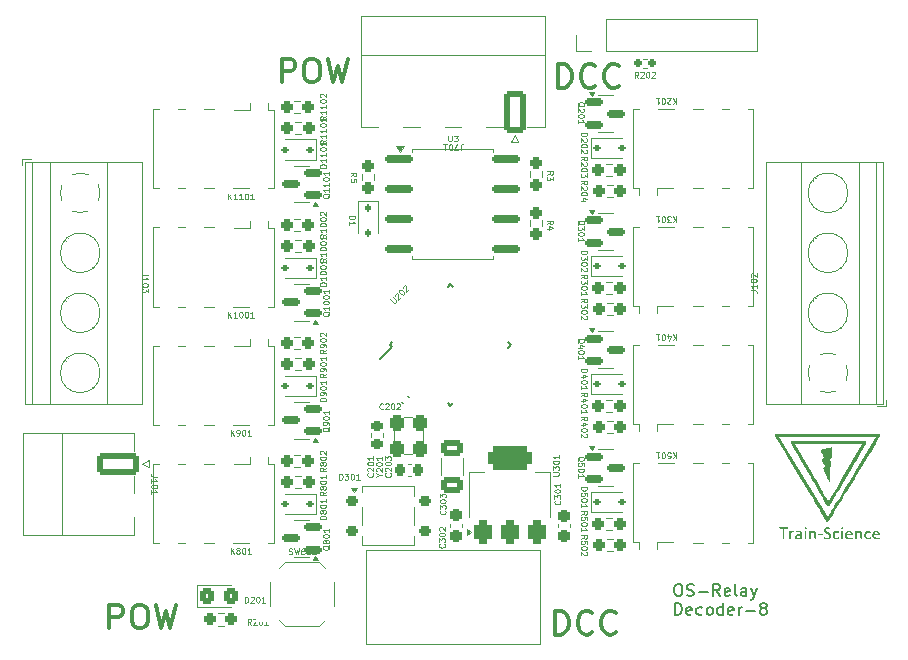
<source format=gbr>
%TF.GenerationSoftware,KiCad,Pcbnew,8.0.2*%
%TF.CreationDate,2024-10-13T21:39:52+02:00*%
%TF.ProjectId,OS-RelayDecoder-8,4f532d52-656c-4617-9944-65636f646572,rev?*%
%TF.SameCoordinates,Original*%
%TF.FileFunction,Legend,Top*%
%TF.FilePolarity,Positive*%
%FSLAX46Y46*%
G04 Gerber Fmt 4.6, Leading zero omitted, Abs format (unit mm)*
G04 Created by KiCad (PCBNEW 8.0.2) date 2024-10-13 21:39:52*
%MOMM*%
%LPD*%
G01*
G04 APERTURE LIST*
G04 Aperture macros list*
%AMRoundRect*
0 Rectangle with rounded corners*
0 $1 Rounding radius*
0 $2 $3 $4 $5 $6 $7 $8 $9 X,Y pos of 4 corners*
0 Add a 4 corners polygon primitive as box body*
4,1,4,$2,$3,$4,$5,$6,$7,$8,$9,$2,$3,0*
0 Add four circle primitives for the rounded corners*
1,1,$1+$1,$2,$3*
1,1,$1+$1,$4,$5*
1,1,$1+$1,$6,$7*
1,1,$1+$1,$8,$9*
0 Add four rect primitives between the rounded corners*
20,1,$1+$1,$2,$3,$4,$5,0*
20,1,$1+$1,$4,$5,$6,$7,0*
20,1,$1+$1,$6,$7,$8,$9,0*
20,1,$1+$1,$8,$9,$2,$3,0*%
%AMRotRect*
0 Rectangle, with rotation*
0 The origin of the aperture is its center*
0 $1 length*
0 $2 width*
0 $3 Rotation angle, in degrees counterclockwise*
0 Add horizontal line*
21,1,$1,$2,0,0,$3*%
G04 Aperture macros list end*
%ADD10C,0.300000*%
%ADD11C,0.150000*%
%ADD12C,0.075000*%
%ADD13C,0.120000*%
%ADD14C,0.000000*%
%ADD15C,0.100000*%
%ADD16RoundRect,0.250000X-0.325000X-0.450000X0.325000X-0.450000X0.325000X0.450000X-0.325000X0.450000X0*%
%ADD17RoundRect,0.250000X-0.650000X0.412500X-0.650000X-0.412500X0.650000X-0.412500X0.650000X0.412500X0*%
%ADD18C,3.200000*%
%ADD19RoundRect,0.112500X-0.187500X-0.112500X0.187500X-0.112500X0.187500X0.112500X-0.187500X0.112500X0*%
%ADD20RoundRect,0.237500X0.250000X0.237500X-0.250000X0.237500X-0.250000X-0.237500X0.250000X-0.237500X0*%
%ADD21RoundRect,0.150000X-0.587500X-0.150000X0.587500X-0.150000X0.587500X0.150000X-0.587500X0.150000X0*%
%ADD22R,0.800000X1.800000*%
%ADD23RoundRect,0.250000X-1.550000X0.650000X-1.550000X-0.650000X1.550000X-0.650000X1.550000X0.650000X0*%
%ADD24O,3.600000X1.800000*%
%ADD25RoundRect,0.225000X0.250000X-0.225000X0.250000X0.225000X-0.250000X0.225000X-0.250000X-0.225000X0*%
%ADD26R,1.800000X1.100000*%
%ADD27RoundRect,0.237500X-0.250000X-0.237500X0.250000X-0.237500X0.250000X0.237500X-0.250000X0.237500X0*%
%ADD28RotRect,1.600000X0.550000X45.000000*%
%ADD29RotRect,1.600000X0.550000X135.000000*%
%ADD30RoundRect,0.200000X-0.300000X-0.200000X0.300000X-0.200000X0.300000X0.200000X-0.300000X0.200000X0*%
%ADD31RoundRect,0.250000X0.650000X1.550000X-0.650000X1.550000X-0.650000X-1.550000X0.650000X-1.550000X0*%
%ADD32O,1.800000X3.600000*%
%ADD33RoundRect,0.237500X-0.237500X0.250000X-0.237500X-0.250000X0.237500X-0.250000X0.237500X0.250000X0*%
%ADD34RoundRect,0.112500X0.187500X0.112500X-0.187500X0.112500X-0.187500X-0.112500X0.187500X-0.112500X0*%
%ADD35RoundRect,0.375000X0.375000X-0.625000X0.375000X0.625000X-0.375000X0.625000X-0.375000X-0.625000X0*%
%ADD36RoundRect,0.500000X1.400000X-0.500000X1.400000X0.500000X-1.400000X0.500000X-1.400000X-0.500000X0*%
%ADD37RoundRect,0.112500X-0.112500X0.187500X-0.112500X-0.187500X0.112500X-0.187500X0.112500X0.187500X0*%
%ADD38R,2.600000X2.600000*%
%ADD39C,2.600000*%
%ADD40RoundRect,0.160000X-0.197500X-0.160000X0.197500X-0.160000X0.197500X0.160000X-0.197500X0.160000X0*%
%ADD41RoundRect,0.150000X0.587500X0.150000X-0.587500X0.150000X-0.587500X-0.150000X0.587500X-0.150000X0*%
%ADD42RoundRect,0.300000X-0.300000X0.400000X-0.300000X-0.400000X0.300000X-0.400000X0.300000X0.400000X0*%
%ADD43RoundRect,0.140000X0.219203X0.021213X0.021213X0.219203X-0.219203X-0.021213X-0.021213X-0.219203X0*%
%ADD44C,2.200000*%
%ADD45RoundRect,0.225000X-0.225000X-0.250000X0.225000X-0.250000X0.225000X0.250000X-0.225000X0.250000X0*%
%ADD46RoundRect,0.237500X0.237500X-0.300000X0.237500X0.300000X-0.237500X0.300000X-0.237500X-0.300000X0*%
%ADD47RoundRect,0.162500X-1.012500X-0.162500X1.012500X-0.162500X1.012500X0.162500X-1.012500X0.162500X0*%
%ADD48R,1.700000X1.700000*%
%ADD49O,1.700000X1.700000*%
G04 APERTURE END LIST*
D10*
X91411558Y-128780638D02*
X91411558Y-126780638D01*
X91411558Y-126780638D02*
X91887748Y-126780638D01*
X91887748Y-126780638D02*
X92173463Y-126875876D01*
X92173463Y-126875876D02*
X92363939Y-127066352D01*
X92363939Y-127066352D02*
X92459177Y-127256828D01*
X92459177Y-127256828D02*
X92554415Y-127637780D01*
X92554415Y-127637780D02*
X92554415Y-127923495D01*
X92554415Y-127923495D02*
X92459177Y-128304447D01*
X92459177Y-128304447D02*
X92363939Y-128494923D01*
X92363939Y-128494923D02*
X92173463Y-128685400D01*
X92173463Y-128685400D02*
X91887748Y-128780638D01*
X91887748Y-128780638D02*
X91411558Y-128780638D01*
X94554415Y-128590161D02*
X94459177Y-128685400D01*
X94459177Y-128685400D02*
X94173463Y-128780638D01*
X94173463Y-128780638D02*
X93982987Y-128780638D01*
X93982987Y-128780638D02*
X93697272Y-128685400D01*
X93697272Y-128685400D02*
X93506796Y-128494923D01*
X93506796Y-128494923D02*
X93411558Y-128304447D01*
X93411558Y-128304447D02*
X93316320Y-127923495D01*
X93316320Y-127923495D02*
X93316320Y-127637780D01*
X93316320Y-127637780D02*
X93411558Y-127256828D01*
X93411558Y-127256828D02*
X93506796Y-127066352D01*
X93506796Y-127066352D02*
X93697272Y-126875876D01*
X93697272Y-126875876D02*
X93982987Y-126780638D01*
X93982987Y-126780638D02*
X94173463Y-126780638D01*
X94173463Y-126780638D02*
X94459177Y-126875876D01*
X94459177Y-126875876D02*
X94554415Y-126971114D01*
X96554415Y-128590161D02*
X96459177Y-128685400D01*
X96459177Y-128685400D02*
X96173463Y-128780638D01*
X96173463Y-128780638D02*
X95982987Y-128780638D01*
X95982987Y-128780638D02*
X95697272Y-128685400D01*
X95697272Y-128685400D02*
X95506796Y-128494923D01*
X95506796Y-128494923D02*
X95411558Y-128304447D01*
X95411558Y-128304447D02*
X95316320Y-127923495D01*
X95316320Y-127923495D02*
X95316320Y-127637780D01*
X95316320Y-127637780D02*
X95411558Y-127256828D01*
X95411558Y-127256828D02*
X95506796Y-127066352D01*
X95506796Y-127066352D02*
X95697272Y-126875876D01*
X95697272Y-126875876D02*
X95982987Y-126780638D01*
X95982987Y-126780638D02*
X96173463Y-126780638D01*
X96173463Y-126780638D02*
X96459177Y-126875876D01*
X96459177Y-126875876D02*
X96554415Y-126971114D01*
X91665558Y-82486638D02*
X91665558Y-80486638D01*
X91665558Y-80486638D02*
X92141748Y-80486638D01*
X92141748Y-80486638D02*
X92427463Y-80581876D01*
X92427463Y-80581876D02*
X92617939Y-80772352D01*
X92617939Y-80772352D02*
X92713177Y-80962828D01*
X92713177Y-80962828D02*
X92808415Y-81343780D01*
X92808415Y-81343780D02*
X92808415Y-81629495D01*
X92808415Y-81629495D02*
X92713177Y-82010447D01*
X92713177Y-82010447D02*
X92617939Y-82200923D01*
X92617939Y-82200923D02*
X92427463Y-82391400D01*
X92427463Y-82391400D02*
X92141748Y-82486638D01*
X92141748Y-82486638D02*
X91665558Y-82486638D01*
X94808415Y-82296161D02*
X94713177Y-82391400D01*
X94713177Y-82391400D02*
X94427463Y-82486638D01*
X94427463Y-82486638D02*
X94236987Y-82486638D01*
X94236987Y-82486638D02*
X93951272Y-82391400D01*
X93951272Y-82391400D02*
X93760796Y-82200923D01*
X93760796Y-82200923D02*
X93665558Y-82010447D01*
X93665558Y-82010447D02*
X93570320Y-81629495D01*
X93570320Y-81629495D02*
X93570320Y-81343780D01*
X93570320Y-81343780D02*
X93665558Y-80962828D01*
X93665558Y-80962828D02*
X93760796Y-80772352D01*
X93760796Y-80772352D02*
X93951272Y-80581876D01*
X93951272Y-80581876D02*
X94236987Y-80486638D01*
X94236987Y-80486638D02*
X94427463Y-80486638D01*
X94427463Y-80486638D02*
X94713177Y-80581876D01*
X94713177Y-80581876D02*
X94808415Y-80677114D01*
X96808415Y-82296161D02*
X96713177Y-82391400D01*
X96713177Y-82391400D02*
X96427463Y-82486638D01*
X96427463Y-82486638D02*
X96236987Y-82486638D01*
X96236987Y-82486638D02*
X95951272Y-82391400D01*
X95951272Y-82391400D02*
X95760796Y-82200923D01*
X95760796Y-82200923D02*
X95665558Y-82010447D01*
X95665558Y-82010447D02*
X95570320Y-81629495D01*
X95570320Y-81629495D02*
X95570320Y-81343780D01*
X95570320Y-81343780D02*
X95665558Y-80962828D01*
X95665558Y-80962828D02*
X95760796Y-80772352D01*
X95760796Y-80772352D02*
X95951272Y-80581876D01*
X95951272Y-80581876D02*
X96236987Y-80486638D01*
X96236987Y-80486638D02*
X96427463Y-80486638D01*
X96427463Y-80486638D02*
X96713177Y-80581876D01*
X96713177Y-80581876D02*
X96808415Y-80677114D01*
X68237558Y-82035638D02*
X68237558Y-80035638D01*
X68237558Y-80035638D02*
X68999463Y-80035638D01*
X68999463Y-80035638D02*
X69189939Y-80130876D01*
X69189939Y-80130876D02*
X69285177Y-80226114D01*
X69285177Y-80226114D02*
X69380415Y-80416590D01*
X69380415Y-80416590D02*
X69380415Y-80702304D01*
X69380415Y-80702304D02*
X69285177Y-80892780D01*
X69285177Y-80892780D02*
X69189939Y-80988019D01*
X69189939Y-80988019D02*
X68999463Y-81083257D01*
X68999463Y-81083257D02*
X68237558Y-81083257D01*
X70618510Y-80035638D02*
X70999463Y-80035638D01*
X70999463Y-80035638D02*
X71189939Y-80130876D01*
X71189939Y-80130876D02*
X71380415Y-80321352D01*
X71380415Y-80321352D02*
X71475653Y-80702304D01*
X71475653Y-80702304D02*
X71475653Y-81368971D01*
X71475653Y-81368971D02*
X71380415Y-81749923D01*
X71380415Y-81749923D02*
X71189939Y-81940400D01*
X71189939Y-81940400D02*
X70999463Y-82035638D01*
X70999463Y-82035638D02*
X70618510Y-82035638D01*
X70618510Y-82035638D02*
X70428034Y-81940400D01*
X70428034Y-81940400D02*
X70237558Y-81749923D01*
X70237558Y-81749923D02*
X70142320Y-81368971D01*
X70142320Y-81368971D02*
X70142320Y-80702304D01*
X70142320Y-80702304D02*
X70237558Y-80321352D01*
X70237558Y-80321352D02*
X70428034Y-80130876D01*
X70428034Y-80130876D02*
X70618510Y-80035638D01*
X72142320Y-80035638D02*
X72618510Y-82035638D01*
X72618510Y-82035638D02*
X72999463Y-80607066D01*
X72999463Y-80607066D02*
X73380415Y-82035638D01*
X73380415Y-82035638D02*
X73856606Y-80035638D01*
D11*
X101746255Y-124513875D02*
X101936731Y-124513875D01*
X101936731Y-124513875D02*
X102031969Y-124561494D01*
X102031969Y-124561494D02*
X102127207Y-124656732D01*
X102127207Y-124656732D02*
X102174826Y-124847208D01*
X102174826Y-124847208D02*
X102174826Y-125180541D01*
X102174826Y-125180541D02*
X102127207Y-125371017D01*
X102127207Y-125371017D02*
X102031969Y-125466256D01*
X102031969Y-125466256D02*
X101936731Y-125513875D01*
X101936731Y-125513875D02*
X101746255Y-125513875D01*
X101746255Y-125513875D02*
X101651017Y-125466256D01*
X101651017Y-125466256D02*
X101555779Y-125371017D01*
X101555779Y-125371017D02*
X101508160Y-125180541D01*
X101508160Y-125180541D02*
X101508160Y-124847208D01*
X101508160Y-124847208D02*
X101555779Y-124656732D01*
X101555779Y-124656732D02*
X101651017Y-124561494D01*
X101651017Y-124561494D02*
X101746255Y-124513875D01*
X102555779Y-125466256D02*
X102698636Y-125513875D01*
X102698636Y-125513875D02*
X102936731Y-125513875D01*
X102936731Y-125513875D02*
X103031969Y-125466256D01*
X103031969Y-125466256D02*
X103079588Y-125418636D01*
X103079588Y-125418636D02*
X103127207Y-125323398D01*
X103127207Y-125323398D02*
X103127207Y-125228160D01*
X103127207Y-125228160D02*
X103079588Y-125132922D01*
X103079588Y-125132922D02*
X103031969Y-125085303D01*
X103031969Y-125085303D02*
X102936731Y-125037684D01*
X102936731Y-125037684D02*
X102746255Y-124990065D01*
X102746255Y-124990065D02*
X102651017Y-124942446D01*
X102651017Y-124942446D02*
X102603398Y-124894827D01*
X102603398Y-124894827D02*
X102555779Y-124799589D01*
X102555779Y-124799589D02*
X102555779Y-124704351D01*
X102555779Y-124704351D02*
X102603398Y-124609113D01*
X102603398Y-124609113D02*
X102651017Y-124561494D01*
X102651017Y-124561494D02*
X102746255Y-124513875D01*
X102746255Y-124513875D02*
X102984350Y-124513875D01*
X102984350Y-124513875D02*
X103127207Y-124561494D01*
X103555779Y-125132922D02*
X104317684Y-125132922D01*
X105365302Y-125513875D02*
X105031969Y-125037684D01*
X104793874Y-125513875D02*
X104793874Y-124513875D01*
X104793874Y-124513875D02*
X105174826Y-124513875D01*
X105174826Y-124513875D02*
X105270064Y-124561494D01*
X105270064Y-124561494D02*
X105317683Y-124609113D01*
X105317683Y-124609113D02*
X105365302Y-124704351D01*
X105365302Y-124704351D02*
X105365302Y-124847208D01*
X105365302Y-124847208D02*
X105317683Y-124942446D01*
X105317683Y-124942446D02*
X105270064Y-124990065D01*
X105270064Y-124990065D02*
X105174826Y-125037684D01*
X105174826Y-125037684D02*
X104793874Y-125037684D01*
X106174826Y-125466256D02*
X106079588Y-125513875D01*
X106079588Y-125513875D02*
X105889112Y-125513875D01*
X105889112Y-125513875D02*
X105793874Y-125466256D01*
X105793874Y-125466256D02*
X105746255Y-125371017D01*
X105746255Y-125371017D02*
X105746255Y-124990065D01*
X105746255Y-124990065D02*
X105793874Y-124894827D01*
X105793874Y-124894827D02*
X105889112Y-124847208D01*
X105889112Y-124847208D02*
X106079588Y-124847208D01*
X106079588Y-124847208D02*
X106174826Y-124894827D01*
X106174826Y-124894827D02*
X106222445Y-124990065D01*
X106222445Y-124990065D02*
X106222445Y-125085303D01*
X106222445Y-125085303D02*
X105746255Y-125180541D01*
X106793874Y-125513875D02*
X106698636Y-125466256D01*
X106698636Y-125466256D02*
X106651017Y-125371017D01*
X106651017Y-125371017D02*
X106651017Y-124513875D01*
X107603398Y-125513875D02*
X107603398Y-124990065D01*
X107603398Y-124990065D02*
X107555779Y-124894827D01*
X107555779Y-124894827D02*
X107460541Y-124847208D01*
X107460541Y-124847208D02*
X107270065Y-124847208D01*
X107270065Y-124847208D02*
X107174827Y-124894827D01*
X107603398Y-125466256D02*
X107508160Y-125513875D01*
X107508160Y-125513875D02*
X107270065Y-125513875D01*
X107270065Y-125513875D02*
X107174827Y-125466256D01*
X107174827Y-125466256D02*
X107127208Y-125371017D01*
X107127208Y-125371017D02*
X107127208Y-125275779D01*
X107127208Y-125275779D02*
X107174827Y-125180541D01*
X107174827Y-125180541D02*
X107270065Y-125132922D01*
X107270065Y-125132922D02*
X107508160Y-125132922D01*
X107508160Y-125132922D02*
X107603398Y-125085303D01*
X107984351Y-124847208D02*
X108222446Y-125513875D01*
X108460541Y-124847208D02*
X108222446Y-125513875D01*
X108222446Y-125513875D02*
X108127208Y-125751970D01*
X108127208Y-125751970D02*
X108079589Y-125799589D01*
X108079589Y-125799589D02*
X107984351Y-125847208D01*
X101555779Y-127123819D02*
X101555779Y-126123819D01*
X101555779Y-126123819D02*
X101793874Y-126123819D01*
X101793874Y-126123819D02*
X101936731Y-126171438D01*
X101936731Y-126171438D02*
X102031969Y-126266676D01*
X102031969Y-126266676D02*
X102079588Y-126361914D01*
X102079588Y-126361914D02*
X102127207Y-126552390D01*
X102127207Y-126552390D02*
X102127207Y-126695247D01*
X102127207Y-126695247D02*
X102079588Y-126885723D01*
X102079588Y-126885723D02*
X102031969Y-126980961D01*
X102031969Y-126980961D02*
X101936731Y-127076200D01*
X101936731Y-127076200D02*
X101793874Y-127123819D01*
X101793874Y-127123819D02*
X101555779Y-127123819D01*
X102936731Y-127076200D02*
X102841493Y-127123819D01*
X102841493Y-127123819D02*
X102651017Y-127123819D01*
X102651017Y-127123819D02*
X102555779Y-127076200D01*
X102555779Y-127076200D02*
X102508160Y-126980961D01*
X102508160Y-126980961D02*
X102508160Y-126600009D01*
X102508160Y-126600009D02*
X102555779Y-126504771D01*
X102555779Y-126504771D02*
X102651017Y-126457152D01*
X102651017Y-126457152D02*
X102841493Y-126457152D01*
X102841493Y-126457152D02*
X102936731Y-126504771D01*
X102936731Y-126504771D02*
X102984350Y-126600009D01*
X102984350Y-126600009D02*
X102984350Y-126695247D01*
X102984350Y-126695247D02*
X102508160Y-126790485D01*
X103841493Y-127076200D02*
X103746255Y-127123819D01*
X103746255Y-127123819D02*
X103555779Y-127123819D01*
X103555779Y-127123819D02*
X103460541Y-127076200D01*
X103460541Y-127076200D02*
X103412922Y-127028580D01*
X103412922Y-127028580D02*
X103365303Y-126933342D01*
X103365303Y-126933342D02*
X103365303Y-126647628D01*
X103365303Y-126647628D02*
X103412922Y-126552390D01*
X103412922Y-126552390D02*
X103460541Y-126504771D01*
X103460541Y-126504771D02*
X103555779Y-126457152D01*
X103555779Y-126457152D02*
X103746255Y-126457152D01*
X103746255Y-126457152D02*
X103841493Y-126504771D01*
X104412922Y-127123819D02*
X104317684Y-127076200D01*
X104317684Y-127076200D02*
X104270065Y-127028580D01*
X104270065Y-127028580D02*
X104222446Y-126933342D01*
X104222446Y-126933342D02*
X104222446Y-126647628D01*
X104222446Y-126647628D02*
X104270065Y-126552390D01*
X104270065Y-126552390D02*
X104317684Y-126504771D01*
X104317684Y-126504771D02*
X104412922Y-126457152D01*
X104412922Y-126457152D02*
X104555779Y-126457152D01*
X104555779Y-126457152D02*
X104651017Y-126504771D01*
X104651017Y-126504771D02*
X104698636Y-126552390D01*
X104698636Y-126552390D02*
X104746255Y-126647628D01*
X104746255Y-126647628D02*
X104746255Y-126933342D01*
X104746255Y-126933342D02*
X104698636Y-127028580D01*
X104698636Y-127028580D02*
X104651017Y-127076200D01*
X104651017Y-127076200D02*
X104555779Y-127123819D01*
X104555779Y-127123819D02*
X104412922Y-127123819D01*
X105603398Y-127123819D02*
X105603398Y-126123819D01*
X105603398Y-127076200D02*
X105508160Y-127123819D01*
X105508160Y-127123819D02*
X105317684Y-127123819D01*
X105317684Y-127123819D02*
X105222446Y-127076200D01*
X105222446Y-127076200D02*
X105174827Y-127028580D01*
X105174827Y-127028580D02*
X105127208Y-126933342D01*
X105127208Y-126933342D02*
X105127208Y-126647628D01*
X105127208Y-126647628D02*
X105174827Y-126552390D01*
X105174827Y-126552390D02*
X105222446Y-126504771D01*
X105222446Y-126504771D02*
X105317684Y-126457152D01*
X105317684Y-126457152D02*
X105508160Y-126457152D01*
X105508160Y-126457152D02*
X105603398Y-126504771D01*
X106460541Y-127076200D02*
X106365303Y-127123819D01*
X106365303Y-127123819D02*
X106174827Y-127123819D01*
X106174827Y-127123819D02*
X106079589Y-127076200D01*
X106079589Y-127076200D02*
X106031970Y-126980961D01*
X106031970Y-126980961D02*
X106031970Y-126600009D01*
X106031970Y-126600009D02*
X106079589Y-126504771D01*
X106079589Y-126504771D02*
X106174827Y-126457152D01*
X106174827Y-126457152D02*
X106365303Y-126457152D01*
X106365303Y-126457152D02*
X106460541Y-126504771D01*
X106460541Y-126504771D02*
X106508160Y-126600009D01*
X106508160Y-126600009D02*
X106508160Y-126695247D01*
X106508160Y-126695247D02*
X106031970Y-126790485D01*
X106936732Y-127123819D02*
X106936732Y-126457152D01*
X106936732Y-126647628D02*
X106984351Y-126552390D01*
X106984351Y-126552390D02*
X107031970Y-126504771D01*
X107031970Y-126504771D02*
X107127208Y-126457152D01*
X107127208Y-126457152D02*
X107222446Y-126457152D01*
X107555780Y-126742866D02*
X108317685Y-126742866D01*
X108936732Y-126552390D02*
X108841494Y-126504771D01*
X108841494Y-126504771D02*
X108793875Y-126457152D01*
X108793875Y-126457152D02*
X108746256Y-126361914D01*
X108746256Y-126361914D02*
X108746256Y-126314295D01*
X108746256Y-126314295D02*
X108793875Y-126219057D01*
X108793875Y-126219057D02*
X108841494Y-126171438D01*
X108841494Y-126171438D02*
X108936732Y-126123819D01*
X108936732Y-126123819D02*
X109127208Y-126123819D01*
X109127208Y-126123819D02*
X109222446Y-126171438D01*
X109222446Y-126171438D02*
X109270065Y-126219057D01*
X109270065Y-126219057D02*
X109317684Y-126314295D01*
X109317684Y-126314295D02*
X109317684Y-126361914D01*
X109317684Y-126361914D02*
X109270065Y-126457152D01*
X109270065Y-126457152D02*
X109222446Y-126504771D01*
X109222446Y-126504771D02*
X109127208Y-126552390D01*
X109127208Y-126552390D02*
X108936732Y-126552390D01*
X108936732Y-126552390D02*
X108841494Y-126600009D01*
X108841494Y-126600009D02*
X108793875Y-126647628D01*
X108793875Y-126647628D02*
X108746256Y-126742866D01*
X108746256Y-126742866D02*
X108746256Y-126933342D01*
X108746256Y-126933342D02*
X108793875Y-127028580D01*
X108793875Y-127028580D02*
X108841494Y-127076200D01*
X108841494Y-127076200D02*
X108936732Y-127123819D01*
X108936732Y-127123819D02*
X109127208Y-127123819D01*
X109127208Y-127123819D02*
X109222446Y-127076200D01*
X109222446Y-127076200D02*
X109270065Y-127028580D01*
X109270065Y-127028580D02*
X109317684Y-126933342D01*
X109317684Y-126933342D02*
X109317684Y-126742866D01*
X109317684Y-126742866D02*
X109270065Y-126647628D01*
X109270065Y-126647628D02*
X109222446Y-126600009D01*
X109222446Y-126600009D02*
X109127208Y-126552390D01*
D10*
X53673558Y-128239638D02*
X53673558Y-126239638D01*
X53673558Y-126239638D02*
X54435463Y-126239638D01*
X54435463Y-126239638D02*
X54625939Y-126334876D01*
X54625939Y-126334876D02*
X54721177Y-126430114D01*
X54721177Y-126430114D02*
X54816415Y-126620590D01*
X54816415Y-126620590D02*
X54816415Y-126906304D01*
X54816415Y-126906304D02*
X54721177Y-127096780D01*
X54721177Y-127096780D02*
X54625939Y-127192019D01*
X54625939Y-127192019D02*
X54435463Y-127287257D01*
X54435463Y-127287257D02*
X53673558Y-127287257D01*
X56054510Y-126239638D02*
X56435463Y-126239638D01*
X56435463Y-126239638D02*
X56625939Y-126334876D01*
X56625939Y-126334876D02*
X56816415Y-126525352D01*
X56816415Y-126525352D02*
X56911653Y-126906304D01*
X56911653Y-126906304D02*
X56911653Y-127572971D01*
X56911653Y-127572971D02*
X56816415Y-127953923D01*
X56816415Y-127953923D02*
X56625939Y-128144400D01*
X56625939Y-128144400D02*
X56435463Y-128239638D01*
X56435463Y-128239638D02*
X56054510Y-128239638D01*
X56054510Y-128239638D02*
X55864034Y-128144400D01*
X55864034Y-128144400D02*
X55673558Y-127953923D01*
X55673558Y-127953923D02*
X55578320Y-127572971D01*
X55578320Y-127572971D02*
X55578320Y-126906304D01*
X55578320Y-126906304D02*
X55673558Y-126525352D01*
X55673558Y-126525352D02*
X55864034Y-126334876D01*
X55864034Y-126334876D02*
X56054510Y-126239638D01*
X57578320Y-126239638D02*
X58054510Y-128239638D01*
X58054510Y-128239638D02*
X58435463Y-126811066D01*
X58435463Y-126811066D02*
X58816415Y-128239638D01*
X58816415Y-128239638D02*
X59292606Y-126239638D01*
D12*
X65139762Y-126070909D02*
X65139762Y-125570909D01*
X65139762Y-125570909D02*
X65258810Y-125570909D01*
X65258810Y-125570909D02*
X65330238Y-125594719D01*
X65330238Y-125594719D02*
X65377857Y-125642338D01*
X65377857Y-125642338D02*
X65401667Y-125689957D01*
X65401667Y-125689957D02*
X65425476Y-125785195D01*
X65425476Y-125785195D02*
X65425476Y-125856623D01*
X65425476Y-125856623D02*
X65401667Y-125951861D01*
X65401667Y-125951861D02*
X65377857Y-125999480D01*
X65377857Y-125999480D02*
X65330238Y-126047100D01*
X65330238Y-126047100D02*
X65258810Y-126070909D01*
X65258810Y-126070909D02*
X65139762Y-126070909D01*
X65615953Y-125618528D02*
X65639762Y-125594719D01*
X65639762Y-125594719D02*
X65687381Y-125570909D01*
X65687381Y-125570909D02*
X65806429Y-125570909D01*
X65806429Y-125570909D02*
X65854048Y-125594719D01*
X65854048Y-125594719D02*
X65877857Y-125618528D01*
X65877857Y-125618528D02*
X65901667Y-125666147D01*
X65901667Y-125666147D02*
X65901667Y-125713766D01*
X65901667Y-125713766D02*
X65877857Y-125785195D01*
X65877857Y-125785195D02*
X65592143Y-126070909D01*
X65592143Y-126070909D02*
X65901667Y-126070909D01*
X66211190Y-125570909D02*
X66258809Y-125570909D01*
X66258809Y-125570909D02*
X66306428Y-125594719D01*
X66306428Y-125594719D02*
X66330238Y-125618528D01*
X66330238Y-125618528D02*
X66354047Y-125666147D01*
X66354047Y-125666147D02*
X66377857Y-125761385D01*
X66377857Y-125761385D02*
X66377857Y-125880433D01*
X66377857Y-125880433D02*
X66354047Y-125975671D01*
X66354047Y-125975671D02*
X66330238Y-126023290D01*
X66330238Y-126023290D02*
X66306428Y-126047100D01*
X66306428Y-126047100D02*
X66258809Y-126070909D01*
X66258809Y-126070909D02*
X66211190Y-126070909D01*
X66211190Y-126070909D02*
X66163571Y-126047100D01*
X66163571Y-126047100D02*
X66139762Y-126023290D01*
X66139762Y-126023290D02*
X66115952Y-125975671D01*
X66115952Y-125975671D02*
X66092143Y-125880433D01*
X66092143Y-125880433D02*
X66092143Y-125761385D01*
X66092143Y-125761385D02*
X66115952Y-125666147D01*
X66115952Y-125666147D02*
X66139762Y-125618528D01*
X66139762Y-125618528D02*
X66163571Y-125594719D01*
X66163571Y-125594719D02*
X66211190Y-125570909D01*
X66854047Y-126070909D02*
X66568333Y-126070909D01*
X66711190Y-126070909D02*
X66711190Y-125570909D01*
X66711190Y-125570909D02*
X66663571Y-125642338D01*
X66663571Y-125642338D02*
X66615952Y-125689957D01*
X66615952Y-125689957D02*
X66568333Y-125713766D01*
X82094790Y-118288523D02*
X82118600Y-118312332D01*
X82118600Y-118312332D02*
X82142409Y-118383761D01*
X82142409Y-118383761D02*
X82142409Y-118431380D01*
X82142409Y-118431380D02*
X82118600Y-118502808D01*
X82118600Y-118502808D02*
X82070980Y-118550427D01*
X82070980Y-118550427D02*
X82023361Y-118574237D01*
X82023361Y-118574237D02*
X81928123Y-118598046D01*
X81928123Y-118598046D02*
X81856695Y-118598046D01*
X81856695Y-118598046D02*
X81761457Y-118574237D01*
X81761457Y-118574237D02*
X81713838Y-118550427D01*
X81713838Y-118550427D02*
X81666219Y-118502808D01*
X81666219Y-118502808D02*
X81642409Y-118431380D01*
X81642409Y-118431380D02*
X81642409Y-118383761D01*
X81642409Y-118383761D02*
X81666219Y-118312332D01*
X81666219Y-118312332D02*
X81690028Y-118288523D01*
X81642409Y-118121856D02*
X81642409Y-117812332D01*
X81642409Y-117812332D02*
X81832885Y-117978999D01*
X81832885Y-117978999D02*
X81832885Y-117907570D01*
X81832885Y-117907570D02*
X81856695Y-117859951D01*
X81856695Y-117859951D02*
X81880504Y-117836142D01*
X81880504Y-117836142D02*
X81928123Y-117812332D01*
X81928123Y-117812332D02*
X82047171Y-117812332D01*
X82047171Y-117812332D02*
X82094790Y-117836142D01*
X82094790Y-117836142D02*
X82118600Y-117859951D01*
X82118600Y-117859951D02*
X82142409Y-117907570D01*
X82142409Y-117907570D02*
X82142409Y-118050427D01*
X82142409Y-118050427D02*
X82118600Y-118098046D01*
X82118600Y-118098046D02*
X82094790Y-118121856D01*
X81642409Y-117502809D02*
X81642409Y-117455190D01*
X81642409Y-117455190D02*
X81666219Y-117407571D01*
X81666219Y-117407571D02*
X81690028Y-117383761D01*
X81690028Y-117383761D02*
X81737647Y-117359952D01*
X81737647Y-117359952D02*
X81832885Y-117336142D01*
X81832885Y-117336142D02*
X81951933Y-117336142D01*
X81951933Y-117336142D02*
X82047171Y-117359952D01*
X82047171Y-117359952D02*
X82094790Y-117383761D01*
X82094790Y-117383761D02*
X82118600Y-117407571D01*
X82118600Y-117407571D02*
X82142409Y-117455190D01*
X82142409Y-117455190D02*
X82142409Y-117502809D01*
X82142409Y-117502809D02*
X82118600Y-117550428D01*
X82118600Y-117550428D02*
X82094790Y-117574237D01*
X82094790Y-117574237D02*
X82047171Y-117598047D01*
X82047171Y-117598047D02*
X81951933Y-117621856D01*
X81951933Y-117621856D02*
X81832885Y-117621856D01*
X81832885Y-117621856D02*
X81737647Y-117598047D01*
X81737647Y-117598047D02*
X81690028Y-117574237D01*
X81690028Y-117574237D02*
X81666219Y-117550428D01*
X81666219Y-117550428D02*
X81642409Y-117502809D01*
X81642409Y-117169476D02*
X81642409Y-116859952D01*
X81642409Y-116859952D02*
X81832885Y-117026619D01*
X81832885Y-117026619D02*
X81832885Y-116955190D01*
X81832885Y-116955190D02*
X81856695Y-116907571D01*
X81856695Y-116907571D02*
X81880504Y-116883762D01*
X81880504Y-116883762D02*
X81928123Y-116859952D01*
X81928123Y-116859952D02*
X82047171Y-116859952D01*
X82047171Y-116859952D02*
X82094790Y-116883762D01*
X82094790Y-116883762D02*
X82118600Y-116907571D01*
X82118600Y-116907571D02*
X82142409Y-116955190D01*
X82142409Y-116955190D02*
X82142409Y-117098047D01*
X82142409Y-117098047D02*
X82118600Y-117145666D01*
X82118600Y-117145666D02*
X82094790Y-117169476D01*
X49142857Y-126227409D02*
X49142857Y-125727409D01*
X49142857Y-125965504D02*
X49428571Y-125965504D01*
X49428571Y-126227409D02*
X49428571Y-125727409D01*
X49928572Y-126227409D02*
X49642858Y-126227409D01*
X49785715Y-126227409D02*
X49785715Y-125727409D01*
X49785715Y-125727409D02*
X49738096Y-125798838D01*
X49738096Y-125798838D02*
X49690477Y-125846457D01*
X49690477Y-125846457D02*
X49642858Y-125870266D01*
X50238095Y-125727409D02*
X50285714Y-125727409D01*
X50285714Y-125727409D02*
X50333333Y-125751219D01*
X50333333Y-125751219D02*
X50357143Y-125775028D01*
X50357143Y-125775028D02*
X50380952Y-125822647D01*
X50380952Y-125822647D02*
X50404762Y-125917885D01*
X50404762Y-125917885D02*
X50404762Y-126036933D01*
X50404762Y-126036933D02*
X50380952Y-126132171D01*
X50380952Y-126132171D02*
X50357143Y-126179790D01*
X50357143Y-126179790D02*
X50333333Y-126203600D01*
X50333333Y-126203600D02*
X50285714Y-126227409D01*
X50285714Y-126227409D02*
X50238095Y-126227409D01*
X50238095Y-126227409D02*
X50190476Y-126203600D01*
X50190476Y-126203600D02*
X50166667Y-126179790D01*
X50166667Y-126179790D02*
X50142857Y-126132171D01*
X50142857Y-126132171D02*
X50119048Y-126036933D01*
X50119048Y-126036933D02*
X50119048Y-125917885D01*
X50119048Y-125917885D02*
X50142857Y-125822647D01*
X50142857Y-125822647D02*
X50166667Y-125775028D01*
X50166667Y-125775028D02*
X50190476Y-125751219D01*
X50190476Y-125751219D02*
X50238095Y-125727409D01*
X50833333Y-125894076D02*
X50833333Y-126227409D01*
X50714285Y-125703600D02*
X50595238Y-126060742D01*
X50595238Y-126060742D02*
X50904761Y-126060742D01*
X93601590Y-96298669D02*
X94101590Y-96298669D01*
X94101590Y-96298669D02*
X94101590Y-96417717D01*
X94101590Y-96417717D02*
X94077780Y-96489145D01*
X94077780Y-96489145D02*
X94030161Y-96536764D01*
X94030161Y-96536764D02*
X93982542Y-96560574D01*
X93982542Y-96560574D02*
X93887304Y-96584383D01*
X93887304Y-96584383D02*
X93815876Y-96584383D01*
X93815876Y-96584383D02*
X93720638Y-96560574D01*
X93720638Y-96560574D02*
X93673019Y-96536764D01*
X93673019Y-96536764D02*
X93625400Y-96489145D01*
X93625400Y-96489145D02*
X93601590Y-96417717D01*
X93601590Y-96417717D02*
X93601590Y-96298669D01*
X94101590Y-96751050D02*
X94101590Y-97060574D01*
X94101590Y-97060574D02*
X93911114Y-96893907D01*
X93911114Y-96893907D02*
X93911114Y-96965336D01*
X93911114Y-96965336D02*
X93887304Y-97012955D01*
X93887304Y-97012955D02*
X93863495Y-97036764D01*
X93863495Y-97036764D02*
X93815876Y-97060574D01*
X93815876Y-97060574D02*
X93696828Y-97060574D01*
X93696828Y-97060574D02*
X93649209Y-97036764D01*
X93649209Y-97036764D02*
X93625400Y-97012955D01*
X93625400Y-97012955D02*
X93601590Y-96965336D01*
X93601590Y-96965336D02*
X93601590Y-96822479D01*
X93601590Y-96822479D02*
X93625400Y-96774860D01*
X93625400Y-96774860D02*
X93649209Y-96751050D01*
X94101590Y-97370097D02*
X94101590Y-97417716D01*
X94101590Y-97417716D02*
X94077780Y-97465335D01*
X94077780Y-97465335D02*
X94053971Y-97489145D01*
X94053971Y-97489145D02*
X94006352Y-97512954D01*
X94006352Y-97512954D02*
X93911114Y-97536764D01*
X93911114Y-97536764D02*
X93792066Y-97536764D01*
X93792066Y-97536764D02*
X93696828Y-97512954D01*
X93696828Y-97512954D02*
X93649209Y-97489145D01*
X93649209Y-97489145D02*
X93625400Y-97465335D01*
X93625400Y-97465335D02*
X93601590Y-97417716D01*
X93601590Y-97417716D02*
X93601590Y-97370097D01*
X93601590Y-97370097D02*
X93625400Y-97322478D01*
X93625400Y-97322478D02*
X93649209Y-97298669D01*
X93649209Y-97298669D02*
X93696828Y-97274859D01*
X93696828Y-97274859D02*
X93792066Y-97251050D01*
X93792066Y-97251050D02*
X93911114Y-97251050D01*
X93911114Y-97251050D02*
X94006352Y-97274859D01*
X94006352Y-97274859D02*
X94053971Y-97298669D01*
X94053971Y-97298669D02*
X94077780Y-97322478D01*
X94077780Y-97322478D02*
X94101590Y-97370097D01*
X94053971Y-97727240D02*
X94077780Y-97751049D01*
X94077780Y-97751049D02*
X94101590Y-97798668D01*
X94101590Y-97798668D02*
X94101590Y-97917716D01*
X94101590Y-97917716D02*
X94077780Y-97965335D01*
X94077780Y-97965335D02*
X94053971Y-97989144D01*
X94053971Y-97989144D02*
X94006352Y-98012954D01*
X94006352Y-98012954D02*
X93958733Y-98012954D01*
X93958733Y-98012954D02*
X93887304Y-97989144D01*
X93887304Y-97989144D02*
X93601590Y-97703430D01*
X93601590Y-97703430D02*
X93601590Y-98012954D01*
X71998409Y-106687430D02*
X71760314Y-106854096D01*
X71998409Y-106973144D02*
X71498409Y-106973144D01*
X71498409Y-106973144D02*
X71498409Y-106782668D01*
X71498409Y-106782668D02*
X71522219Y-106735049D01*
X71522219Y-106735049D02*
X71546028Y-106711239D01*
X71546028Y-106711239D02*
X71593647Y-106687430D01*
X71593647Y-106687430D02*
X71665076Y-106687430D01*
X71665076Y-106687430D02*
X71712695Y-106711239D01*
X71712695Y-106711239D02*
X71736504Y-106735049D01*
X71736504Y-106735049D02*
X71760314Y-106782668D01*
X71760314Y-106782668D02*
X71760314Y-106973144D01*
X71998409Y-106449334D02*
X71998409Y-106354096D01*
X71998409Y-106354096D02*
X71974600Y-106306477D01*
X71974600Y-106306477D02*
X71950790Y-106282668D01*
X71950790Y-106282668D02*
X71879361Y-106235049D01*
X71879361Y-106235049D02*
X71784123Y-106211239D01*
X71784123Y-106211239D02*
X71593647Y-106211239D01*
X71593647Y-106211239D02*
X71546028Y-106235049D01*
X71546028Y-106235049D02*
X71522219Y-106258858D01*
X71522219Y-106258858D02*
X71498409Y-106306477D01*
X71498409Y-106306477D02*
X71498409Y-106401715D01*
X71498409Y-106401715D02*
X71522219Y-106449334D01*
X71522219Y-106449334D02*
X71546028Y-106473144D01*
X71546028Y-106473144D02*
X71593647Y-106496953D01*
X71593647Y-106496953D02*
X71712695Y-106496953D01*
X71712695Y-106496953D02*
X71760314Y-106473144D01*
X71760314Y-106473144D02*
X71784123Y-106449334D01*
X71784123Y-106449334D02*
X71807933Y-106401715D01*
X71807933Y-106401715D02*
X71807933Y-106306477D01*
X71807933Y-106306477D02*
X71784123Y-106258858D01*
X71784123Y-106258858D02*
X71760314Y-106235049D01*
X71760314Y-106235049D02*
X71712695Y-106211239D01*
X71498409Y-105901716D02*
X71498409Y-105854097D01*
X71498409Y-105854097D02*
X71522219Y-105806478D01*
X71522219Y-105806478D02*
X71546028Y-105782668D01*
X71546028Y-105782668D02*
X71593647Y-105758859D01*
X71593647Y-105758859D02*
X71688885Y-105735049D01*
X71688885Y-105735049D02*
X71807933Y-105735049D01*
X71807933Y-105735049D02*
X71903171Y-105758859D01*
X71903171Y-105758859D02*
X71950790Y-105782668D01*
X71950790Y-105782668D02*
X71974600Y-105806478D01*
X71974600Y-105806478D02*
X71998409Y-105854097D01*
X71998409Y-105854097D02*
X71998409Y-105901716D01*
X71998409Y-105901716D02*
X71974600Y-105949335D01*
X71974600Y-105949335D02*
X71950790Y-105973144D01*
X71950790Y-105973144D02*
X71903171Y-105996954D01*
X71903171Y-105996954D02*
X71807933Y-106020763D01*
X71807933Y-106020763D02*
X71688885Y-106020763D01*
X71688885Y-106020763D02*
X71593647Y-105996954D01*
X71593647Y-105996954D02*
X71546028Y-105973144D01*
X71546028Y-105973144D02*
X71522219Y-105949335D01*
X71522219Y-105949335D02*
X71498409Y-105901716D01*
X71998409Y-105258859D02*
X71998409Y-105544573D01*
X71998409Y-105401716D02*
X71498409Y-105401716D01*
X71498409Y-105401716D02*
X71569838Y-105449335D01*
X71569838Y-105449335D02*
X71617457Y-105496954D01*
X71617457Y-105496954D02*
X71641266Y-105544573D01*
X93299971Y-104080097D02*
X93323780Y-104032478D01*
X93323780Y-104032478D02*
X93371400Y-103984859D01*
X93371400Y-103984859D02*
X93442828Y-103913431D01*
X93442828Y-103913431D02*
X93466638Y-103865812D01*
X93466638Y-103865812D02*
X93466638Y-103818193D01*
X93347590Y-103842002D02*
X93371400Y-103794383D01*
X93371400Y-103794383D02*
X93419019Y-103746764D01*
X93419019Y-103746764D02*
X93514257Y-103722955D01*
X93514257Y-103722955D02*
X93680923Y-103722955D01*
X93680923Y-103722955D02*
X93776161Y-103746764D01*
X93776161Y-103746764D02*
X93823780Y-103794383D01*
X93823780Y-103794383D02*
X93847590Y-103842002D01*
X93847590Y-103842002D02*
X93847590Y-103937240D01*
X93847590Y-103937240D02*
X93823780Y-103984859D01*
X93823780Y-103984859D02*
X93776161Y-104032478D01*
X93776161Y-104032478D02*
X93680923Y-104056288D01*
X93680923Y-104056288D02*
X93514257Y-104056288D01*
X93514257Y-104056288D02*
X93419019Y-104032478D01*
X93419019Y-104032478D02*
X93371400Y-103984859D01*
X93371400Y-103984859D02*
X93347590Y-103937240D01*
X93347590Y-103937240D02*
X93347590Y-103842002D01*
X93680923Y-104484860D02*
X93347590Y-104484860D01*
X93871400Y-104365812D02*
X93514257Y-104246765D01*
X93514257Y-104246765D02*
X93514257Y-104556288D01*
X93847590Y-104842002D02*
X93847590Y-104889621D01*
X93847590Y-104889621D02*
X93823780Y-104937240D01*
X93823780Y-104937240D02*
X93799971Y-104961050D01*
X93799971Y-104961050D02*
X93752352Y-104984859D01*
X93752352Y-104984859D02*
X93657114Y-105008669D01*
X93657114Y-105008669D02*
X93538066Y-105008669D01*
X93538066Y-105008669D02*
X93442828Y-104984859D01*
X93442828Y-104984859D02*
X93395209Y-104961050D01*
X93395209Y-104961050D02*
X93371400Y-104937240D01*
X93371400Y-104937240D02*
X93347590Y-104889621D01*
X93347590Y-104889621D02*
X93347590Y-104842002D01*
X93347590Y-104842002D02*
X93371400Y-104794383D01*
X93371400Y-104794383D02*
X93395209Y-104770574D01*
X93395209Y-104770574D02*
X93442828Y-104746764D01*
X93442828Y-104746764D02*
X93538066Y-104722955D01*
X93538066Y-104722955D02*
X93657114Y-104722955D01*
X93657114Y-104722955D02*
X93752352Y-104746764D01*
X93752352Y-104746764D02*
X93799971Y-104770574D01*
X93799971Y-104770574D02*
X93823780Y-104794383D01*
X93823780Y-104794383D02*
X93847590Y-104842002D01*
X93347590Y-105484859D02*
X93347590Y-105199145D01*
X93347590Y-105342002D02*
X93847590Y-105342002D01*
X93847590Y-105342002D02*
X93776161Y-105294383D01*
X93776161Y-105294383D02*
X93728542Y-105246764D01*
X93728542Y-105246764D02*
X93704733Y-105199145D01*
X63702667Y-101943316D02*
X63702667Y-101443316D01*
X63988381Y-101943316D02*
X63774096Y-101657602D01*
X63988381Y-101443316D02*
X63702667Y-101729030D01*
X64464572Y-101943316D02*
X64178858Y-101943316D01*
X64321715Y-101943316D02*
X64321715Y-101443316D01*
X64321715Y-101443316D02*
X64274096Y-101514745D01*
X64274096Y-101514745D02*
X64226477Y-101562364D01*
X64226477Y-101562364D02*
X64178858Y-101586173D01*
X64774095Y-101443316D02*
X64821714Y-101443316D01*
X64821714Y-101443316D02*
X64869333Y-101467126D01*
X64869333Y-101467126D02*
X64893143Y-101490935D01*
X64893143Y-101490935D02*
X64916952Y-101538554D01*
X64916952Y-101538554D02*
X64940762Y-101633792D01*
X64940762Y-101633792D02*
X64940762Y-101752840D01*
X64940762Y-101752840D02*
X64916952Y-101848078D01*
X64916952Y-101848078D02*
X64893143Y-101895697D01*
X64893143Y-101895697D02*
X64869333Y-101919507D01*
X64869333Y-101919507D02*
X64821714Y-101943316D01*
X64821714Y-101943316D02*
X64774095Y-101943316D01*
X64774095Y-101943316D02*
X64726476Y-101919507D01*
X64726476Y-101919507D02*
X64702667Y-101895697D01*
X64702667Y-101895697D02*
X64678857Y-101848078D01*
X64678857Y-101848078D02*
X64655048Y-101752840D01*
X64655048Y-101752840D02*
X64655048Y-101633792D01*
X64655048Y-101633792D02*
X64678857Y-101538554D01*
X64678857Y-101538554D02*
X64702667Y-101490935D01*
X64702667Y-101490935D02*
X64726476Y-101467126D01*
X64726476Y-101467126D02*
X64774095Y-101443316D01*
X65250285Y-101443316D02*
X65297904Y-101443316D01*
X65297904Y-101443316D02*
X65345523Y-101467126D01*
X65345523Y-101467126D02*
X65369333Y-101490935D01*
X65369333Y-101490935D02*
X65393142Y-101538554D01*
X65393142Y-101538554D02*
X65416952Y-101633792D01*
X65416952Y-101633792D02*
X65416952Y-101752840D01*
X65416952Y-101752840D02*
X65393142Y-101848078D01*
X65393142Y-101848078D02*
X65369333Y-101895697D01*
X65369333Y-101895697D02*
X65345523Y-101919507D01*
X65345523Y-101919507D02*
X65297904Y-101943316D01*
X65297904Y-101943316D02*
X65250285Y-101943316D01*
X65250285Y-101943316D02*
X65202666Y-101919507D01*
X65202666Y-101919507D02*
X65178857Y-101895697D01*
X65178857Y-101895697D02*
X65155047Y-101848078D01*
X65155047Y-101848078D02*
X65131238Y-101752840D01*
X65131238Y-101752840D02*
X65131238Y-101633792D01*
X65131238Y-101633792D02*
X65155047Y-101538554D01*
X65155047Y-101538554D02*
X65178857Y-101490935D01*
X65178857Y-101490935D02*
X65202666Y-101467126D01*
X65202666Y-101467126D02*
X65250285Y-101443316D01*
X65893142Y-101943316D02*
X65607428Y-101943316D01*
X65750285Y-101943316D02*
X65750285Y-101443316D01*
X65750285Y-101443316D02*
X65702666Y-101514745D01*
X65702666Y-101514745D02*
X65655047Y-101562364D01*
X65655047Y-101562364D02*
X65607428Y-101586173D01*
X115142857Y-80227409D02*
X115142857Y-79727409D01*
X115142857Y-79965504D02*
X115428571Y-79965504D01*
X115428571Y-80227409D02*
X115428571Y-79727409D01*
X115928572Y-80227409D02*
X115642858Y-80227409D01*
X115785715Y-80227409D02*
X115785715Y-79727409D01*
X115785715Y-79727409D02*
X115738096Y-79798838D01*
X115738096Y-79798838D02*
X115690477Y-79846457D01*
X115690477Y-79846457D02*
X115642858Y-79870266D01*
X116238095Y-79727409D02*
X116285714Y-79727409D01*
X116285714Y-79727409D02*
X116333333Y-79751219D01*
X116333333Y-79751219D02*
X116357143Y-79775028D01*
X116357143Y-79775028D02*
X116380952Y-79822647D01*
X116380952Y-79822647D02*
X116404762Y-79917885D01*
X116404762Y-79917885D02*
X116404762Y-80036933D01*
X116404762Y-80036933D02*
X116380952Y-80132171D01*
X116380952Y-80132171D02*
X116357143Y-80179790D01*
X116357143Y-80179790D02*
X116333333Y-80203600D01*
X116333333Y-80203600D02*
X116285714Y-80227409D01*
X116285714Y-80227409D02*
X116238095Y-80227409D01*
X116238095Y-80227409D02*
X116190476Y-80203600D01*
X116190476Y-80203600D02*
X116166667Y-80179790D01*
X116166667Y-80179790D02*
X116142857Y-80132171D01*
X116142857Y-80132171D02*
X116119048Y-80036933D01*
X116119048Y-80036933D02*
X116119048Y-79917885D01*
X116119048Y-79917885D02*
X116142857Y-79822647D01*
X116142857Y-79822647D02*
X116166667Y-79775028D01*
X116166667Y-79775028D02*
X116190476Y-79751219D01*
X116190476Y-79751219D02*
X116238095Y-79727409D01*
X116880952Y-80227409D02*
X116595238Y-80227409D01*
X116738095Y-80227409D02*
X116738095Y-79727409D01*
X116738095Y-79727409D02*
X116690476Y-79798838D01*
X116690476Y-79798838D02*
X116642857Y-79846457D01*
X116642857Y-79846457D02*
X116595238Y-79870266D01*
X57705090Y-115412143D02*
X57347947Y-115412143D01*
X57347947Y-115412143D02*
X57276519Y-115388334D01*
X57276519Y-115388334D02*
X57228900Y-115340715D01*
X57228900Y-115340715D02*
X57205090Y-115269286D01*
X57205090Y-115269286D02*
X57205090Y-115221667D01*
X57205090Y-115912143D02*
X57205090Y-115626429D01*
X57205090Y-115769286D02*
X57705090Y-115769286D01*
X57705090Y-115769286D02*
X57633661Y-115721667D01*
X57633661Y-115721667D02*
X57586042Y-115674048D01*
X57586042Y-115674048D02*
X57562233Y-115626429D01*
X57705090Y-116221666D02*
X57705090Y-116269285D01*
X57705090Y-116269285D02*
X57681280Y-116316904D01*
X57681280Y-116316904D02*
X57657471Y-116340714D01*
X57657471Y-116340714D02*
X57609852Y-116364523D01*
X57609852Y-116364523D02*
X57514614Y-116388333D01*
X57514614Y-116388333D02*
X57395566Y-116388333D01*
X57395566Y-116388333D02*
X57300328Y-116364523D01*
X57300328Y-116364523D02*
X57252709Y-116340714D01*
X57252709Y-116340714D02*
X57228900Y-116316904D01*
X57228900Y-116316904D02*
X57205090Y-116269285D01*
X57205090Y-116269285D02*
X57205090Y-116221666D01*
X57205090Y-116221666D02*
X57228900Y-116174047D01*
X57228900Y-116174047D02*
X57252709Y-116150238D01*
X57252709Y-116150238D02*
X57300328Y-116126428D01*
X57300328Y-116126428D02*
X57395566Y-116102619D01*
X57395566Y-116102619D02*
X57514614Y-116102619D01*
X57514614Y-116102619D02*
X57609852Y-116126428D01*
X57609852Y-116126428D02*
X57657471Y-116150238D01*
X57657471Y-116150238D02*
X57681280Y-116174047D01*
X57681280Y-116174047D02*
X57705090Y-116221666D01*
X57205090Y-116864523D02*
X57205090Y-116578809D01*
X57205090Y-116721666D02*
X57705090Y-116721666D01*
X57705090Y-116721666D02*
X57633661Y-116674047D01*
X57633661Y-116674047D02*
X57586042Y-116626428D01*
X57586042Y-116626428D02*
X57562233Y-116578809D01*
X75963790Y-115115115D02*
X75987600Y-115138924D01*
X75987600Y-115138924D02*
X76011409Y-115210353D01*
X76011409Y-115210353D02*
X76011409Y-115257972D01*
X76011409Y-115257972D02*
X75987600Y-115329400D01*
X75987600Y-115329400D02*
X75939980Y-115377019D01*
X75939980Y-115377019D02*
X75892361Y-115400829D01*
X75892361Y-115400829D02*
X75797123Y-115424638D01*
X75797123Y-115424638D02*
X75725695Y-115424638D01*
X75725695Y-115424638D02*
X75630457Y-115400829D01*
X75630457Y-115400829D02*
X75582838Y-115377019D01*
X75582838Y-115377019D02*
X75535219Y-115329400D01*
X75535219Y-115329400D02*
X75511409Y-115257972D01*
X75511409Y-115257972D02*
X75511409Y-115210353D01*
X75511409Y-115210353D02*
X75535219Y-115138924D01*
X75535219Y-115138924D02*
X75559028Y-115115115D01*
X75559028Y-114924638D02*
X75535219Y-114900829D01*
X75535219Y-114900829D02*
X75511409Y-114853210D01*
X75511409Y-114853210D02*
X75511409Y-114734162D01*
X75511409Y-114734162D02*
X75535219Y-114686543D01*
X75535219Y-114686543D02*
X75559028Y-114662734D01*
X75559028Y-114662734D02*
X75606647Y-114638924D01*
X75606647Y-114638924D02*
X75654266Y-114638924D01*
X75654266Y-114638924D02*
X75725695Y-114662734D01*
X75725695Y-114662734D02*
X76011409Y-114948448D01*
X76011409Y-114948448D02*
X76011409Y-114638924D01*
X75511409Y-114329401D02*
X75511409Y-114281782D01*
X75511409Y-114281782D02*
X75535219Y-114234163D01*
X75535219Y-114234163D02*
X75559028Y-114210353D01*
X75559028Y-114210353D02*
X75606647Y-114186544D01*
X75606647Y-114186544D02*
X75701885Y-114162734D01*
X75701885Y-114162734D02*
X75820933Y-114162734D01*
X75820933Y-114162734D02*
X75916171Y-114186544D01*
X75916171Y-114186544D02*
X75963790Y-114210353D01*
X75963790Y-114210353D02*
X75987600Y-114234163D01*
X75987600Y-114234163D02*
X76011409Y-114281782D01*
X76011409Y-114281782D02*
X76011409Y-114329401D01*
X76011409Y-114329401D02*
X75987600Y-114377020D01*
X75987600Y-114377020D02*
X75963790Y-114400829D01*
X75963790Y-114400829D02*
X75916171Y-114424639D01*
X75916171Y-114424639D02*
X75820933Y-114448448D01*
X75820933Y-114448448D02*
X75701885Y-114448448D01*
X75701885Y-114448448D02*
X75606647Y-114424639D01*
X75606647Y-114424639D02*
X75559028Y-114400829D01*
X75559028Y-114400829D02*
X75535219Y-114377020D01*
X75535219Y-114377020D02*
X75511409Y-114329401D01*
X76011409Y-113686544D02*
X76011409Y-113972258D01*
X76011409Y-113829401D02*
X75511409Y-113829401D01*
X75511409Y-113829401D02*
X75582838Y-113877020D01*
X75582838Y-113877020D02*
X75630457Y-113924639D01*
X75630457Y-113924639D02*
X75654266Y-113972258D01*
X68857144Y-121952600D02*
X68928572Y-121976409D01*
X68928572Y-121976409D02*
X69047620Y-121976409D01*
X69047620Y-121976409D02*
X69095239Y-121952600D01*
X69095239Y-121952600D02*
X69119048Y-121928790D01*
X69119048Y-121928790D02*
X69142858Y-121881171D01*
X69142858Y-121881171D02*
X69142858Y-121833552D01*
X69142858Y-121833552D02*
X69119048Y-121785933D01*
X69119048Y-121785933D02*
X69095239Y-121762123D01*
X69095239Y-121762123D02*
X69047620Y-121738314D01*
X69047620Y-121738314D02*
X68952382Y-121714504D01*
X68952382Y-121714504D02*
X68904763Y-121690695D01*
X68904763Y-121690695D02*
X68880953Y-121666885D01*
X68880953Y-121666885D02*
X68857144Y-121619266D01*
X68857144Y-121619266D02*
X68857144Y-121571647D01*
X68857144Y-121571647D02*
X68880953Y-121524028D01*
X68880953Y-121524028D02*
X68904763Y-121500219D01*
X68904763Y-121500219D02*
X68952382Y-121476409D01*
X68952382Y-121476409D02*
X69071429Y-121476409D01*
X69071429Y-121476409D02*
X69142858Y-121500219D01*
X69309524Y-121476409D02*
X69428572Y-121976409D01*
X69428572Y-121976409D02*
X69523810Y-121619266D01*
X69523810Y-121619266D02*
X69619048Y-121976409D01*
X69619048Y-121976409D02*
X69738096Y-121476409D01*
X70142858Y-121476409D02*
X70047620Y-121476409D01*
X70047620Y-121476409D02*
X70000001Y-121500219D01*
X70000001Y-121500219D02*
X69976191Y-121524028D01*
X69976191Y-121524028D02*
X69928572Y-121595457D01*
X69928572Y-121595457D02*
X69904763Y-121690695D01*
X69904763Y-121690695D02*
X69904763Y-121881171D01*
X69904763Y-121881171D02*
X69928572Y-121928790D01*
X69928572Y-121928790D02*
X69952382Y-121952600D01*
X69952382Y-121952600D02*
X70000001Y-121976409D01*
X70000001Y-121976409D02*
X70095239Y-121976409D01*
X70095239Y-121976409D02*
X70142858Y-121952600D01*
X70142858Y-121952600D02*
X70166667Y-121928790D01*
X70166667Y-121928790D02*
X70190477Y-121881171D01*
X70190477Y-121881171D02*
X70190477Y-121762123D01*
X70190477Y-121762123D02*
X70166667Y-121714504D01*
X70166667Y-121714504D02*
X70142858Y-121690695D01*
X70142858Y-121690695D02*
X70095239Y-121666885D01*
X70095239Y-121666885D02*
X70000001Y-121666885D01*
X70000001Y-121666885D02*
X69952382Y-121690695D01*
X69952382Y-121690695D02*
X69928572Y-121714504D01*
X69928572Y-121714504D02*
X69904763Y-121762123D01*
X70500000Y-121476409D02*
X70547619Y-121476409D01*
X70547619Y-121476409D02*
X70595238Y-121500219D01*
X70595238Y-121500219D02*
X70619048Y-121524028D01*
X70619048Y-121524028D02*
X70642857Y-121571647D01*
X70642857Y-121571647D02*
X70666667Y-121666885D01*
X70666667Y-121666885D02*
X70666667Y-121785933D01*
X70666667Y-121785933D02*
X70642857Y-121881171D01*
X70642857Y-121881171D02*
X70619048Y-121928790D01*
X70619048Y-121928790D02*
X70595238Y-121952600D01*
X70595238Y-121952600D02*
X70547619Y-121976409D01*
X70547619Y-121976409D02*
X70500000Y-121976409D01*
X70500000Y-121976409D02*
X70452381Y-121952600D01*
X70452381Y-121952600D02*
X70428572Y-121928790D01*
X70428572Y-121928790D02*
X70404762Y-121881171D01*
X70404762Y-121881171D02*
X70380953Y-121785933D01*
X70380953Y-121785933D02*
X70380953Y-121666885D01*
X70380953Y-121666885D02*
X70404762Y-121571647D01*
X70404762Y-121571647D02*
X70428572Y-121524028D01*
X70428572Y-121524028D02*
X70452381Y-121500219D01*
X70452381Y-121500219D02*
X70500000Y-121476409D01*
X71142857Y-121976409D02*
X70857143Y-121976409D01*
X71000000Y-121976409D02*
X71000000Y-121476409D01*
X71000000Y-121476409D02*
X70952381Y-121547838D01*
X70952381Y-121547838D02*
X70904762Y-121595457D01*
X70904762Y-121595457D02*
X70857143Y-121619266D01*
X93299971Y-114080097D02*
X93323780Y-114032478D01*
X93323780Y-114032478D02*
X93371400Y-113984859D01*
X93371400Y-113984859D02*
X93442828Y-113913431D01*
X93442828Y-113913431D02*
X93466638Y-113865812D01*
X93466638Y-113865812D02*
X93466638Y-113818193D01*
X93347590Y-113842002D02*
X93371400Y-113794383D01*
X93371400Y-113794383D02*
X93419019Y-113746764D01*
X93419019Y-113746764D02*
X93514257Y-113722955D01*
X93514257Y-113722955D02*
X93680923Y-113722955D01*
X93680923Y-113722955D02*
X93776161Y-113746764D01*
X93776161Y-113746764D02*
X93823780Y-113794383D01*
X93823780Y-113794383D02*
X93847590Y-113842002D01*
X93847590Y-113842002D02*
X93847590Y-113937240D01*
X93847590Y-113937240D02*
X93823780Y-113984859D01*
X93823780Y-113984859D02*
X93776161Y-114032478D01*
X93776161Y-114032478D02*
X93680923Y-114056288D01*
X93680923Y-114056288D02*
X93514257Y-114056288D01*
X93514257Y-114056288D02*
X93419019Y-114032478D01*
X93419019Y-114032478D02*
X93371400Y-113984859D01*
X93371400Y-113984859D02*
X93347590Y-113937240D01*
X93347590Y-113937240D02*
X93347590Y-113842002D01*
X93847590Y-114508669D02*
X93847590Y-114270574D01*
X93847590Y-114270574D02*
X93609495Y-114246765D01*
X93609495Y-114246765D02*
X93633304Y-114270574D01*
X93633304Y-114270574D02*
X93657114Y-114318193D01*
X93657114Y-114318193D02*
X93657114Y-114437241D01*
X93657114Y-114437241D02*
X93633304Y-114484860D01*
X93633304Y-114484860D02*
X93609495Y-114508669D01*
X93609495Y-114508669D02*
X93561876Y-114532479D01*
X93561876Y-114532479D02*
X93442828Y-114532479D01*
X93442828Y-114532479D02*
X93395209Y-114508669D01*
X93395209Y-114508669D02*
X93371400Y-114484860D01*
X93371400Y-114484860D02*
X93347590Y-114437241D01*
X93347590Y-114437241D02*
X93347590Y-114318193D01*
X93347590Y-114318193D02*
X93371400Y-114270574D01*
X93371400Y-114270574D02*
X93395209Y-114246765D01*
X93847590Y-114842002D02*
X93847590Y-114889621D01*
X93847590Y-114889621D02*
X93823780Y-114937240D01*
X93823780Y-114937240D02*
X93799971Y-114961050D01*
X93799971Y-114961050D02*
X93752352Y-114984859D01*
X93752352Y-114984859D02*
X93657114Y-115008669D01*
X93657114Y-115008669D02*
X93538066Y-115008669D01*
X93538066Y-115008669D02*
X93442828Y-114984859D01*
X93442828Y-114984859D02*
X93395209Y-114961050D01*
X93395209Y-114961050D02*
X93371400Y-114937240D01*
X93371400Y-114937240D02*
X93347590Y-114889621D01*
X93347590Y-114889621D02*
X93347590Y-114842002D01*
X93347590Y-114842002D02*
X93371400Y-114794383D01*
X93371400Y-114794383D02*
X93395209Y-114770574D01*
X93395209Y-114770574D02*
X93442828Y-114746764D01*
X93442828Y-114746764D02*
X93538066Y-114722955D01*
X93538066Y-114722955D02*
X93657114Y-114722955D01*
X93657114Y-114722955D02*
X93752352Y-114746764D01*
X93752352Y-114746764D02*
X93799971Y-114770574D01*
X93799971Y-114770574D02*
X93823780Y-114794383D01*
X93823780Y-114794383D02*
X93847590Y-114842002D01*
X93347590Y-115484859D02*
X93347590Y-115199145D01*
X93347590Y-115342002D02*
X93847590Y-115342002D01*
X93847590Y-115342002D02*
X93776161Y-115294383D01*
X93776161Y-115294383D02*
X93728542Y-115246764D01*
X93728542Y-115246764D02*
X93704733Y-115199145D01*
X65653976Y-127953909D02*
X65487310Y-127715814D01*
X65368262Y-127953909D02*
X65368262Y-127453909D01*
X65368262Y-127453909D02*
X65558738Y-127453909D01*
X65558738Y-127453909D02*
X65606357Y-127477719D01*
X65606357Y-127477719D02*
X65630167Y-127501528D01*
X65630167Y-127501528D02*
X65653976Y-127549147D01*
X65653976Y-127549147D02*
X65653976Y-127620576D01*
X65653976Y-127620576D02*
X65630167Y-127668195D01*
X65630167Y-127668195D02*
X65606357Y-127692004D01*
X65606357Y-127692004D02*
X65558738Y-127715814D01*
X65558738Y-127715814D02*
X65368262Y-127715814D01*
X65844453Y-127501528D02*
X65868262Y-127477719D01*
X65868262Y-127477719D02*
X65915881Y-127453909D01*
X65915881Y-127453909D02*
X66034929Y-127453909D01*
X66034929Y-127453909D02*
X66082548Y-127477719D01*
X66082548Y-127477719D02*
X66106357Y-127501528D01*
X66106357Y-127501528D02*
X66130167Y-127549147D01*
X66130167Y-127549147D02*
X66130167Y-127596766D01*
X66130167Y-127596766D02*
X66106357Y-127668195D01*
X66106357Y-127668195D02*
X65820643Y-127953909D01*
X65820643Y-127953909D02*
X66130167Y-127953909D01*
X66439690Y-127453909D02*
X66487309Y-127453909D01*
X66487309Y-127453909D02*
X66534928Y-127477719D01*
X66534928Y-127477719D02*
X66558738Y-127501528D01*
X66558738Y-127501528D02*
X66582547Y-127549147D01*
X66582547Y-127549147D02*
X66606357Y-127644385D01*
X66606357Y-127644385D02*
X66606357Y-127763433D01*
X66606357Y-127763433D02*
X66582547Y-127858671D01*
X66582547Y-127858671D02*
X66558738Y-127906290D01*
X66558738Y-127906290D02*
X66534928Y-127930100D01*
X66534928Y-127930100D02*
X66487309Y-127953909D01*
X66487309Y-127953909D02*
X66439690Y-127953909D01*
X66439690Y-127953909D02*
X66392071Y-127930100D01*
X66392071Y-127930100D02*
X66368262Y-127906290D01*
X66368262Y-127906290D02*
X66344452Y-127858671D01*
X66344452Y-127858671D02*
X66320643Y-127763433D01*
X66320643Y-127763433D02*
X66320643Y-127644385D01*
X66320643Y-127644385D02*
X66344452Y-127549147D01*
X66344452Y-127549147D02*
X66368262Y-127501528D01*
X66368262Y-127501528D02*
X66392071Y-127477719D01*
X66392071Y-127477719D02*
X66439690Y-127453909D01*
X67082547Y-127953909D02*
X66796833Y-127953909D01*
X66939690Y-127953909D02*
X66939690Y-127453909D01*
X66939690Y-127453909D02*
X66892071Y-127525338D01*
X66892071Y-127525338D02*
X66844452Y-127572957D01*
X66844452Y-127572957D02*
X66796833Y-127596766D01*
X101659237Y-113360497D02*
X101659237Y-113860497D01*
X101373523Y-113360497D02*
X101587808Y-113646211D01*
X101373523Y-113860497D02*
X101659237Y-113574783D01*
X100921142Y-113860497D02*
X101159237Y-113860497D01*
X101159237Y-113860497D02*
X101183046Y-113622402D01*
X101183046Y-113622402D02*
X101159237Y-113646211D01*
X101159237Y-113646211D02*
X101111618Y-113670021D01*
X101111618Y-113670021D02*
X100992570Y-113670021D01*
X100992570Y-113670021D02*
X100944951Y-113646211D01*
X100944951Y-113646211D02*
X100921142Y-113622402D01*
X100921142Y-113622402D02*
X100897332Y-113574783D01*
X100897332Y-113574783D02*
X100897332Y-113455735D01*
X100897332Y-113455735D02*
X100921142Y-113408116D01*
X100921142Y-113408116D02*
X100944951Y-113384307D01*
X100944951Y-113384307D02*
X100992570Y-113360497D01*
X100992570Y-113360497D02*
X101111618Y-113360497D01*
X101111618Y-113360497D02*
X101159237Y-113384307D01*
X101159237Y-113384307D02*
X101183046Y-113408116D01*
X100587809Y-113860497D02*
X100540190Y-113860497D01*
X100540190Y-113860497D02*
X100492571Y-113836687D01*
X100492571Y-113836687D02*
X100468761Y-113812878D01*
X100468761Y-113812878D02*
X100444952Y-113765259D01*
X100444952Y-113765259D02*
X100421142Y-113670021D01*
X100421142Y-113670021D02*
X100421142Y-113550973D01*
X100421142Y-113550973D02*
X100444952Y-113455735D01*
X100444952Y-113455735D02*
X100468761Y-113408116D01*
X100468761Y-113408116D02*
X100492571Y-113384307D01*
X100492571Y-113384307D02*
X100540190Y-113360497D01*
X100540190Y-113360497D02*
X100587809Y-113360497D01*
X100587809Y-113360497D02*
X100635428Y-113384307D01*
X100635428Y-113384307D02*
X100659237Y-113408116D01*
X100659237Y-113408116D02*
X100683047Y-113455735D01*
X100683047Y-113455735D02*
X100706856Y-113550973D01*
X100706856Y-113550973D02*
X100706856Y-113670021D01*
X100706856Y-113670021D02*
X100683047Y-113765259D01*
X100683047Y-113765259D02*
X100659237Y-113812878D01*
X100659237Y-113812878D02*
X100635428Y-113836687D01*
X100635428Y-113836687D02*
X100587809Y-113860497D01*
X99944952Y-113360497D02*
X100230666Y-113360497D01*
X100087809Y-113360497D02*
X100087809Y-113860497D01*
X100087809Y-113860497D02*
X100135428Y-113789068D01*
X100135428Y-113789068D02*
X100183047Y-113741449D01*
X100183047Y-113741449D02*
X100230666Y-113717640D01*
X93601590Y-90648383D02*
X93839685Y-90481717D01*
X93601590Y-90362669D02*
X94101590Y-90362669D01*
X94101590Y-90362669D02*
X94101590Y-90553145D01*
X94101590Y-90553145D02*
X94077780Y-90600764D01*
X94077780Y-90600764D02*
X94053971Y-90624574D01*
X94053971Y-90624574D02*
X94006352Y-90648383D01*
X94006352Y-90648383D02*
X93934923Y-90648383D01*
X93934923Y-90648383D02*
X93887304Y-90624574D01*
X93887304Y-90624574D02*
X93863495Y-90600764D01*
X93863495Y-90600764D02*
X93839685Y-90553145D01*
X93839685Y-90553145D02*
X93839685Y-90362669D01*
X94053971Y-90838860D02*
X94077780Y-90862669D01*
X94077780Y-90862669D02*
X94101590Y-90910288D01*
X94101590Y-90910288D02*
X94101590Y-91029336D01*
X94101590Y-91029336D02*
X94077780Y-91076955D01*
X94077780Y-91076955D02*
X94053971Y-91100764D01*
X94053971Y-91100764D02*
X94006352Y-91124574D01*
X94006352Y-91124574D02*
X93958733Y-91124574D01*
X93958733Y-91124574D02*
X93887304Y-91100764D01*
X93887304Y-91100764D02*
X93601590Y-90815050D01*
X93601590Y-90815050D02*
X93601590Y-91124574D01*
X94101590Y-91434097D02*
X94101590Y-91481716D01*
X94101590Y-91481716D02*
X94077780Y-91529335D01*
X94077780Y-91529335D02*
X94053971Y-91553145D01*
X94053971Y-91553145D02*
X94006352Y-91576954D01*
X94006352Y-91576954D02*
X93911114Y-91600764D01*
X93911114Y-91600764D02*
X93792066Y-91600764D01*
X93792066Y-91600764D02*
X93696828Y-91576954D01*
X93696828Y-91576954D02*
X93649209Y-91553145D01*
X93649209Y-91553145D02*
X93625400Y-91529335D01*
X93625400Y-91529335D02*
X93601590Y-91481716D01*
X93601590Y-91481716D02*
X93601590Y-91434097D01*
X93601590Y-91434097D02*
X93625400Y-91386478D01*
X93625400Y-91386478D02*
X93649209Y-91362669D01*
X93649209Y-91362669D02*
X93696828Y-91338859D01*
X93696828Y-91338859D02*
X93792066Y-91315050D01*
X93792066Y-91315050D02*
X93911114Y-91315050D01*
X93911114Y-91315050D02*
X94006352Y-91338859D01*
X94006352Y-91338859D02*
X94053971Y-91362669D01*
X94053971Y-91362669D02*
X94077780Y-91386478D01*
X94077780Y-91386478D02*
X94101590Y-91434097D01*
X93934923Y-92029335D02*
X93601590Y-92029335D01*
X94125400Y-91910287D02*
X93768257Y-91791240D01*
X93768257Y-91791240D02*
X93768257Y-92100763D01*
X93601590Y-88616383D02*
X93839685Y-88449717D01*
X93601590Y-88330669D02*
X94101590Y-88330669D01*
X94101590Y-88330669D02*
X94101590Y-88521145D01*
X94101590Y-88521145D02*
X94077780Y-88568764D01*
X94077780Y-88568764D02*
X94053971Y-88592574D01*
X94053971Y-88592574D02*
X94006352Y-88616383D01*
X94006352Y-88616383D02*
X93934923Y-88616383D01*
X93934923Y-88616383D02*
X93887304Y-88592574D01*
X93887304Y-88592574D02*
X93863495Y-88568764D01*
X93863495Y-88568764D02*
X93839685Y-88521145D01*
X93839685Y-88521145D02*
X93839685Y-88330669D01*
X94053971Y-88806860D02*
X94077780Y-88830669D01*
X94077780Y-88830669D02*
X94101590Y-88878288D01*
X94101590Y-88878288D02*
X94101590Y-88997336D01*
X94101590Y-88997336D02*
X94077780Y-89044955D01*
X94077780Y-89044955D02*
X94053971Y-89068764D01*
X94053971Y-89068764D02*
X94006352Y-89092574D01*
X94006352Y-89092574D02*
X93958733Y-89092574D01*
X93958733Y-89092574D02*
X93887304Y-89068764D01*
X93887304Y-89068764D02*
X93601590Y-88783050D01*
X93601590Y-88783050D02*
X93601590Y-89092574D01*
X94101590Y-89402097D02*
X94101590Y-89449716D01*
X94101590Y-89449716D02*
X94077780Y-89497335D01*
X94077780Y-89497335D02*
X94053971Y-89521145D01*
X94053971Y-89521145D02*
X94006352Y-89544954D01*
X94006352Y-89544954D02*
X93911114Y-89568764D01*
X93911114Y-89568764D02*
X93792066Y-89568764D01*
X93792066Y-89568764D02*
X93696828Y-89544954D01*
X93696828Y-89544954D02*
X93649209Y-89521145D01*
X93649209Y-89521145D02*
X93625400Y-89497335D01*
X93625400Y-89497335D02*
X93601590Y-89449716D01*
X93601590Y-89449716D02*
X93601590Y-89402097D01*
X93601590Y-89402097D02*
X93625400Y-89354478D01*
X93625400Y-89354478D02*
X93649209Y-89330669D01*
X93649209Y-89330669D02*
X93696828Y-89306859D01*
X93696828Y-89306859D02*
X93792066Y-89283050D01*
X93792066Y-89283050D02*
X93911114Y-89283050D01*
X93911114Y-89283050D02*
X94006352Y-89306859D01*
X94006352Y-89306859D02*
X94053971Y-89330669D01*
X94053971Y-89330669D02*
X94077780Y-89354478D01*
X94077780Y-89354478D02*
X94101590Y-89402097D01*
X94101590Y-89735430D02*
X94101590Y-90044954D01*
X94101590Y-90044954D02*
X93911114Y-89878287D01*
X93911114Y-89878287D02*
X93911114Y-89949716D01*
X93911114Y-89949716D02*
X93887304Y-89997335D01*
X93887304Y-89997335D02*
X93863495Y-90021144D01*
X93863495Y-90021144D02*
X93815876Y-90044954D01*
X93815876Y-90044954D02*
X93696828Y-90044954D01*
X93696828Y-90044954D02*
X93649209Y-90021144D01*
X93649209Y-90021144D02*
X93625400Y-89997335D01*
X93625400Y-89997335D02*
X93601590Y-89949716D01*
X93601590Y-89949716D02*
X93601590Y-89806859D01*
X93601590Y-89806859D02*
X93625400Y-89759240D01*
X93625400Y-89759240D02*
X93649209Y-89735430D01*
X77447162Y-100393936D02*
X77733372Y-100680146D01*
X77733372Y-100680146D02*
X77783879Y-100696982D01*
X77783879Y-100696982D02*
X77817551Y-100696982D01*
X77817551Y-100696982D02*
X77868059Y-100680146D01*
X77868059Y-100680146D02*
X77935402Y-100612803D01*
X77935402Y-100612803D02*
X77952238Y-100562295D01*
X77952238Y-100562295D02*
X77952238Y-100528623D01*
X77952238Y-100528623D02*
X77935402Y-100478115D01*
X77935402Y-100478115D02*
X77649192Y-100191906D01*
X77834387Y-100074054D02*
X77834387Y-100040382D01*
X77834387Y-100040382D02*
X77851223Y-99989875D01*
X77851223Y-99989875D02*
X77935402Y-99905695D01*
X77935402Y-99905695D02*
X77985910Y-99888860D01*
X77985910Y-99888860D02*
X78019582Y-99888860D01*
X78019582Y-99888860D02*
X78070089Y-99905695D01*
X78070089Y-99905695D02*
X78103761Y-99939367D01*
X78103761Y-99939367D02*
X78137433Y-100006711D01*
X78137433Y-100006711D02*
X78137433Y-100410772D01*
X78137433Y-100410772D02*
X78356299Y-100191905D01*
X78221612Y-99619486D02*
X78255284Y-99585814D01*
X78255284Y-99585814D02*
X78305791Y-99568978D01*
X78305791Y-99568978D02*
X78339463Y-99568978D01*
X78339463Y-99568978D02*
X78389971Y-99585814D01*
X78389971Y-99585814D02*
X78474150Y-99636322D01*
X78474150Y-99636322D02*
X78558330Y-99720501D01*
X78558330Y-99720501D02*
X78608837Y-99804680D01*
X78608837Y-99804680D02*
X78625673Y-99855188D01*
X78625673Y-99855188D02*
X78625673Y-99888860D01*
X78625673Y-99888860D02*
X78608837Y-99939367D01*
X78608837Y-99939367D02*
X78575165Y-99973039D01*
X78575165Y-99973039D02*
X78524658Y-99989875D01*
X78524658Y-99989875D02*
X78490986Y-99989875D01*
X78490986Y-99989875D02*
X78440478Y-99973039D01*
X78440478Y-99973039D02*
X78356299Y-99922532D01*
X78356299Y-99922532D02*
X78272120Y-99838352D01*
X78272120Y-99838352D02*
X78221612Y-99754173D01*
X78221612Y-99754173D02*
X78204776Y-99703665D01*
X78204776Y-99703665D02*
X78204776Y-99669993D01*
X78204776Y-99669993D02*
X78221612Y-99619486D01*
X78507822Y-99400620D02*
X78507822Y-99366948D01*
X78507822Y-99366948D02*
X78524657Y-99316440D01*
X78524657Y-99316440D02*
X78608837Y-99232261D01*
X78608837Y-99232261D02*
X78659344Y-99215425D01*
X78659344Y-99215425D02*
X78693016Y-99215425D01*
X78693016Y-99215425D02*
X78743524Y-99232261D01*
X78743524Y-99232261D02*
X78777196Y-99265933D01*
X78777196Y-99265933D02*
X78810867Y-99333276D01*
X78810867Y-99333276D02*
X78810867Y-99737337D01*
X78810867Y-99737337D02*
X79029734Y-99518471D01*
X73128762Y-115662409D02*
X73128762Y-115162409D01*
X73128762Y-115162409D02*
X73247810Y-115162409D01*
X73247810Y-115162409D02*
X73319238Y-115186219D01*
X73319238Y-115186219D02*
X73366857Y-115233838D01*
X73366857Y-115233838D02*
X73390667Y-115281457D01*
X73390667Y-115281457D02*
X73414476Y-115376695D01*
X73414476Y-115376695D02*
X73414476Y-115448123D01*
X73414476Y-115448123D02*
X73390667Y-115543361D01*
X73390667Y-115543361D02*
X73366857Y-115590980D01*
X73366857Y-115590980D02*
X73319238Y-115638600D01*
X73319238Y-115638600D02*
X73247810Y-115662409D01*
X73247810Y-115662409D02*
X73128762Y-115662409D01*
X73581143Y-115162409D02*
X73890667Y-115162409D01*
X73890667Y-115162409D02*
X73724000Y-115352885D01*
X73724000Y-115352885D02*
X73795429Y-115352885D01*
X73795429Y-115352885D02*
X73843048Y-115376695D01*
X73843048Y-115376695D02*
X73866857Y-115400504D01*
X73866857Y-115400504D02*
X73890667Y-115448123D01*
X73890667Y-115448123D02*
X73890667Y-115567171D01*
X73890667Y-115567171D02*
X73866857Y-115614790D01*
X73866857Y-115614790D02*
X73843048Y-115638600D01*
X73843048Y-115638600D02*
X73795429Y-115662409D01*
X73795429Y-115662409D02*
X73652572Y-115662409D01*
X73652572Y-115662409D02*
X73604953Y-115638600D01*
X73604953Y-115638600D02*
X73581143Y-115614790D01*
X74200190Y-115162409D02*
X74247809Y-115162409D01*
X74247809Y-115162409D02*
X74295428Y-115186219D01*
X74295428Y-115186219D02*
X74319238Y-115210028D01*
X74319238Y-115210028D02*
X74343047Y-115257647D01*
X74343047Y-115257647D02*
X74366857Y-115352885D01*
X74366857Y-115352885D02*
X74366857Y-115471933D01*
X74366857Y-115471933D02*
X74343047Y-115567171D01*
X74343047Y-115567171D02*
X74319238Y-115614790D01*
X74319238Y-115614790D02*
X74295428Y-115638600D01*
X74295428Y-115638600D02*
X74247809Y-115662409D01*
X74247809Y-115662409D02*
X74200190Y-115662409D01*
X74200190Y-115662409D02*
X74152571Y-115638600D01*
X74152571Y-115638600D02*
X74128762Y-115614790D01*
X74128762Y-115614790D02*
X74104952Y-115567171D01*
X74104952Y-115567171D02*
X74081143Y-115471933D01*
X74081143Y-115471933D02*
X74081143Y-115352885D01*
X74081143Y-115352885D02*
X74104952Y-115257647D01*
X74104952Y-115257647D02*
X74128762Y-115210028D01*
X74128762Y-115210028D02*
X74152571Y-115186219D01*
X74152571Y-115186219D02*
X74200190Y-115162409D01*
X74843047Y-115662409D02*
X74557333Y-115662409D01*
X74700190Y-115662409D02*
X74700190Y-115162409D01*
X74700190Y-115162409D02*
X74652571Y-115233838D01*
X74652571Y-115233838D02*
X74604952Y-115281457D01*
X74604952Y-115281457D02*
X74557333Y-115305266D01*
X101659237Y-83360497D02*
X101659237Y-83860497D01*
X101373523Y-83360497D02*
X101587808Y-83646211D01*
X101373523Y-83860497D02*
X101659237Y-83574783D01*
X101183046Y-83812878D02*
X101159237Y-83836687D01*
X101159237Y-83836687D02*
X101111618Y-83860497D01*
X101111618Y-83860497D02*
X100992570Y-83860497D01*
X100992570Y-83860497D02*
X100944951Y-83836687D01*
X100944951Y-83836687D02*
X100921142Y-83812878D01*
X100921142Y-83812878D02*
X100897332Y-83765259D01*
X100897332Y-83765259D02*
X100897332Y-83717640D01*
X100897332Y-83717640D02*
X100921142Y-83646211D01*
X100921142Y-83646211D02*
X101206856Y-83360497D01*
X101206856Y-83360497D02*
X100897332Y-83360497D01*
X100587809Y-83860497D02*
X100540190Y-83860497D01*
X100540190Y-83860497D02*
X100492571Y-83836687D01*
X100492571Y-83836687D02*
X100468761Y-83812878D01*
X100468761Y-83812878D02*
X100444952Y-83765259D01*
X100444952Y-83765259D02*
X100421142Y-83670021D01*
X100421142Y-83670021D02*
X100421142Y-83550973D01*
X100421142Y-83550973D02*
X100444952Y-83455735D01*
X100444952Y-83455735D02*
X100468761Y-83408116D01*
X100468761Y-83408116D02*
X100492571Y-83384307D01*
X100492571Y-83384307D02*
X100540190Y-83360497D01*
X100540190Y-83360497D02*
X100587809Y-83360497D01*
X100587809Y-83360497D02*
X100635428Y-83384307D01*
X100635428Y-83384307D02*
X100659237Y-83408116D01*
X100659237Y-83408116D02*
X100683047Y-83455735D01*
X100683047Y-83455735D02*
X100706856Y-83550973D01*
X100706856Y-83550973D02*
X100706856Y-83670021D01*
X100706856Y-83670021D02*
X100683047Y-83765259D01*
X100683047Y-83765259D02*
X100659237Y-83812878D01*
X100659237Y-83812878D02*
X100635428Y-83836687D01*
X100635428Y-83836687D02*
X100587809Y-83860497D01*
X99944952Y-83360497D02*
X100230666Y-83360497D01*
X100087809Y-83360497D02*
X100087809Y-83860497D01*
X100087809Y-83860497D02*
X100135428Y-83789068D01*
X100135428Y-83789068D02*
X100183047Y-83741449D01*
X100183047Y-83741449D02*
X100230666Y-83717640D01*
X93601590Y-100648383D02*
X93839685Y-100481717D01*
X93601590Y-100362669D02*
X94101590Y-100362669D01*
X94101590Y-100362669D02*
X94101590Y-100553145D01*
X94101590Y-100553145D02*
X94077780Y-100600764D01*
X94077780Y-100600764D02*
X94053971Y-100624574D01*
X94053971Y-100624574D02*
X94006352Y-100648383D01*
X94006352Y-100648383D02*
X93934923Y-100648383D01*
X93934923Y-100648383D02*
X93887304Y-100624574D01*
X93887304Y-100624574D02*
X93863495Y-100600764D01*
X93863495Y-100600764D02*
X93839685Y-100553145D01*
X93839685Y-100553145D02*
X93839685Y-100362669D01*
X94101590Y-100815050D02*
X94101590Y-101124574D01*
X94101590Y-101124574D02*
X93911114Y-100957907D01*
X93911114Y-100957907D02*
X93911114Y-101029336D01*
X93911114Y-101029336D02*
X93887304Y-101076955D01*
X93887304Y-101076955D02*
X93863495Y-101100764D01*
X93863495Y-101100764D02*
X93815876Y-101124574D01*
X93815876Y-101124574D02*
X93696828Y-101124574D01*
X93696828Y-101124574D02*
X93649209Y-101100764D01*
X93649209Y-101100764D02*
X93625400Y-101076955D01*
X93625400Y-101076955D02*
X93601590Y-101029336D01*
X93601590Y-101029336D02*
X93601590Y-100886479D01*
X93601590Y-100886479D02*
X93625400Y-100838860D01*
X93625400Y-100838860D02*
X93649209Y-100815050D01*
X94101590Y-101434097D02*
X94101590Y-101481716D01*
X94101590Y-101481716D02*
X94077780Y-101529335D01*
X94077780Y-101529335D02*
X94053971Y-101553145D01*
X94053971Y-101553145D02*
X94006352Y-101576954D01*
X94006352Y-101576954D02*
X93911114Y-101600764D01*
X93911114Y-101600764D02*
X93792066Y-101600764D01*
X93792066Y-101600764D02*
X93696828Y-101576954D01*
X93696828Y-101576954D02*
X93649209Y-101553145D01*
X93649209Y-101553145D02*
X93625400Y-101529335D01*
X93625400Y-101529335D02*
X93601590Y-101481716D01*
X93601590Y-101481716D02*
X93601590Y-101434097D01*
X93601590Y-101434097D02*
X93625400Y-101386478D01*
X93625400Y-101386478D02*
X93649209Y-101362669D01*
X93649209Y-101362669D02*
X93696828Y-101338859D01*
X93696828Y-101338859D02*
X93792066Y-101315050D01*
X93792066Y-101315050D02*
X93911114Y-101315050D01*
X93911114Y-101315050D02*
X94006352Y-101338859D01*
X94006352Y-101338859D02*
X94053971Y-101362669D01*
X94053971Y-101362669D02*
X94077780Y-101386478D01*
X94077780Y-101386478D02*
X94101590Y-101434097D01*
X94053971Y-101791240D02*
X94077780Y-101815049D01*
X94077780Y-101815049D02*
X94101590Y-101862668D01*
X94101590Y-101862668D02*
X94101590Y-101981716D01*
X94101590Y-101981716D02*
X94077780Y-102029335D01*
X94077780Y-102029335D02*
X94053971Y-102053144D01*
X94053971Y-102053144D02*
X94006352Y-102076954D01*
X94006352Y-102076954D02*
X93958733Y-102076954D01*
X93958733Y-102076954D02*
X93887304Y-102053144D01*
X93887304Y-102053144D02*
X93601590Y-101767430D01*
X93601590Y-101767430D02*
X93601590Y-102076954D01*
X83392856Y-87772590D02*
X83392856Y-87415447D01*
X83392856Y-87415447D02*
X83416665Y-87344019D01*
X83416665Y-87344019D02*
X83464284Y-87296400D01*
X83464284Y-87296400D02*
X83535713Y-87272590D01*
X83535713Y-87272590D02*
X83583332Y-87272590D01*
X83202380Y-87772590D02*
X82869047Y-87772590D01*
X82869047Y-87772590D02*
X83083332Y-87272590D01*
X82583333Y-87772590D02*
X82535714Y-87772590D01*
X82535714Y-87772590D02*
X82488095Y-87748780D01*
X82488095Y-87748780D02*
X82464285Y-87724971D01*
X82464285Y-87724971D02*
X82440476Y-87677352D01*
X82440476Y-87677352D02*
X82416666Y-87582114D01*
X82416666Y-87582114D02*
X82416666Y-87463066D01*
X82416666Y-87463066D02*
X82440476Y-87367828D01*
X82440476Y-87367828D02*
X82464285Y-87320209D01*
X82464285Y-87320209D02*
X82488095Y-87296400D01*
X82488095Y-87296400D02*
X82535714Y-87272590D01*
X82535714Y-87272590D02*
X82583333Y-87272590D01*
X82583333Y-87272590D02*
X82630952Y-87296400D01*
X82630952Y-87296400D02*
X82654761Y-87320209D01*
X82654761Y-87320209D02*
X82678571Y-87367828D01*
X82678571Y-87367828D02*
X82702380Y-87463066D01*
X82702380Y-87463066D02*
X82702380Y-87582114D01*
X82702380Y-87582114D02*
X82678571Y-87677352D01*
X82678571Y-87677352D02*
X82654761Y-87724971D01*
X82654761Y-87724971D02*
X82630952Y-87748780D01*
X82630952Y-87748780D02*
X82583333Y-87772590D01*
X81940476Y-87272590D02*
X82226190Y-87272590D01*
X82083333Y-87272590D02*
X82083333Y-87772590D01*
X82083333Y-87772590D02*
X82130952Y-87701161D01*
X82130952Y-87701161D02*
X82178571Y-87653542D01*
X82178571Y-87653542D02*
X82226190Y-87629733D01*
X90699590Y-89847666D02*
X90937685Y-89681000D01*
X90699590Y-89561952D02*
X91199590Y-89561952D01*
X91199590Y-89561952D02*
X91199590Y-89752428D01*
X91199590Y-89752428D02*
X91175780Y-89800047D01*
X91175780Y-89800047D02*
X91151971Y-89823857D01*
X91151971Y-89823857D02*
X91104352Y-89847666D01*
X91104352Y-89847666D02*
X91032923Y-89847666D01*
X91032923Y-89847666D02*
X90985304Y-89823857D01*
X90985304Y-89823857D02*
X90961495Y-89800047D01*
X90961495Y-89800047D02*
X90937685Y-89752428D01*
X90937685Y-89752428D02*
X90937685Y-89561952D01*
X91199590Y-90014333D02*
X91199590Y-90323857D01*
X91199590Y-90323857D02*
X91009114Y-90157190D01*
X91009114Y-90157190D02*
X91009114Y-90228619D01*
X91009114Y-90228619D02*
X90985304Y-90276238D01*
X90985304Y-90276238D02*
X90961495Y-90300047D01*
X90961495Y-90300047D02*
X90913876Y-90323857D01*
X90913876Y-90323857D02*
X90794828Y-90323857D01*
X90794828Y-90323857D02*
X90747209Y-90300047D01*
X90747209Y-90300047D02*
X90723400Y-90276238D01*
X90723400Y-90276238D02*
X90699590Y-90228619D01*
X90699590Y-90228619D02*
X90699590Y-90085762D01*
X90699590Y-90085762D02*
X90723400Y-90038143D01*
X90723400Y-90038143D02*
X90747209Y-90014333D01*
X71998409Y-89243239D02*
X71498409Y-89243239D01*
X71498409Y-89243239D02*
X71498409Y-89124191D01*
X71498409Y-89124191D02*
X71522219Y-89052763D01*
X71522219Y-89052763D02*
X71569838Y-89005144D01*
X71569838Y-89005144D02*
X71617457Y-88981334D01*
X71617457Y-88981334D02*
X71712695Y-88957525D01*
X71712695Y-88957525D02*
X71784123Y-88957525D01*
X71784123Y-88957525D02*
X71879361Y-88981334D01*
X71879361Y-88981334D02*
X71926980Y-89005144D01*
X71926980Y-89005144D02*
X71974600Y-89052763D01*
X71974600Y-89052763D02*
X71998409Y-89124191D01*
X71998409Y-89124191D02*
X71998409Y-89243239D01*
X71998409Y-88481334D02*
X71998409Y-88767048D01*
X71998409Y-88624191D02*
X71498409Y-88624191D01*
X71498409Y-88624191D02*
X71569838Y-88671810D01*
X71569838Y-88671810D02*
X71617457Y-88719429D01*
X71617457Y-88719429D02*
X71641266Y-88767048D01*
X71998409Y-88005144D02*
X71998409Y-88290858D01*
X71998409Y-88148001D02*
X71498409Y-88148001D01*
X71498409Y-88148001D02*
X71569838Y-88195620D01*
X71569838Y-88195620D02*
X71617457Y-88243239D01*
X71617457Y-88243239D02*
X71641266Y-88290858D01*
X71498409Y-87695621D02*
X71498409Y-87648002D01*
X71498409Y-87648002D02*
X71522219Y-87600383D01*
X71522219Y-87600383D02*
X71546028Y-87576573D01*
X71546028Y-87576573D02*
X71593647Y-87552764D01*
X71593647Y-87552764D02*
X71688885Y-87528954D01*
X71688885Y-87528954D02*
X71807933Y-87528954D01*
X71807933Y-87528954D02*
X71903171Y-87552764D01*
X71903171Y-87552764D02*
X71950790Y-87576573D01*
X71950790Y-87576573D02*
X71974600Y-87600383D01*
X71974600Y-87600383D02*
X71998409Y-87648002D01*
X71998409Y-87648002D02*
X71998409Y-87695621D01*
X71998409Y-87695621D02*
X71974600Y-87743240D01*
X71974600Y-87743240D02*
X71950790Y-87767049D01*
X71950790Y-87767049D02*
X71903171Y-87790859D01*
X71903171Y-87790859D02*
X71807933Y-87814668D01*
X71807933Y-87814668D02*
X71688885Y-87814668D01*
X71688885Y-87814668D02*
X71593647Y-87790859D01*
X71593647Y-87790859D02*
X71546028Y-87767049D01*
X71546028Y-87767049D02*
X71522219Y-87743240D01*
X71522219Y-87743240D02*
X71498409Y-87695621D01*
X71998409Y-87052764D02*
X71998409Y-87338478D01*
X71998409Y-87195621D02*
X71498409Y-87195621D01*
X71498409Y-87195621D02*
X71569838Y-87243240D01*
X71569838Y-87243240D02*
X71617457Y-87290859D01*
X71617457Y-87290859D02*
X71641266Y-87338478D01*
X91223409Y-115315142D02*
X91628171Y-115315142D01*
X91628171Y-115315142D02*
X91675790Y-115291332D01*
X91675790Y-115291332D02*
X91699600Y-115267523D01*
X91699600Y-115267523D02*
X91723409Y-115219904D01*
X91723409Y-115219904D02*
X91723409Y-115124666D01*
X91723409Y-115124666D02*
X91699600Y-115077047D01*
X91699600Y-115077047D02*
X91675790Y-115053237D01*
X91675790Y-115053237D02*
X91628171Y-115029428D01*
X91628171Y-115029428D02*
X91223409Y-115029428D01*
X91223409Y-114838951D02*
X91223409Y-114529427D01*
X91223409Y-114529427D02*
X91413885Y-114696094D01*
X91413885Y-114696094D02*
X91413885Y-114624665D01*
X91413885Y-114624665D02*
X91437695Y-114577046D01*
X91437695Y-114577046D02*
X91461504Y-114553237D01*
X91461504Y-114553237D02*
X91509123Y-114529427D01*
X91509123Y-114529427D02*
X91628171Y-114529427D01*
X91628171Y-114529427D02*
X91675790Y-114553237D01*
X91675790Y-114553237D02*
X91699600Y-114577046D01*
X91699600Y-114577046D02*
X91723409Y-114624665D01*
X91723409Y-114624665D02*
X91723409Y-114767522D01*
X91723409Y-114767522D02*
X91699600Y-114815141D01*
X91699600Y-114815141D02*
X91675790Y-114838951D01*
X91223409Y-114219904D02*
X91223409Y-114172285D01*
X91223409Y-114172285D02*
X91247219Y-114124666D01*
X91247219Y-114124666D02*
X91271028Y-114100856D01*
X91271028Y-114100856D02*
X91318647Y-114077047D01*
X91318647Y-114077047D02*
X91413885Y-114053237D01*
X91413885Y-114053237D02*
X91532933Y-114053237D01*
X91532933Y-114053237D02*
X91628171Y-114077047D01*
X91628171Y-114077047D02*
X91675790Y-114100856D01*
X91675790Y-114100856D02*
X91699600Y-114124666D01*
X91699600Y-114124666D02*
X91723409Y-114172285D01*
X91723409Y-114172285D02*
X91723409Y-114219904D01*
X91723409Y-114219904D02*
X91699600Y-114267523D01*
X91699600Y-114267523D02*
X91675790Y-114291332D01*
X91675790Y-114291332D02*
X91628171Y-114315142D01*
X91628171Y-114315142D02*
X91532933Y-114338951D01*
X91532933Y-114338951D02*
X91413885Y-114338951D01*
X91413885Y-114338951D02*
X91318647Y-114315142D01*
X91318647Y-114315142D02*
X91271028Y-114291332D01*
X91271028Y-114291332D02*
X91247219Y-114267523D01*
X91247219Y-114267523D02*
X91223409Y-114219904D01*
X91723409Y-113577047D02*
X91723409Y-113862761D01*
X91723409Y-113719904D02*
X91223409Y-113719904D01*
X91223409Y-113719904D02*
X91294838Y-113767523D01*
X91294838Y-113767523D02*
X91342457Y-113815142D01*
X91342457Y-113815142D02*
X91366266Y-113862761D01*
X71998409Y-114655430D02*
X71760314Y-114822096D01*
X71998409Y-114941144D02*
X71498409Y-114941144D01*
X71498409Y-114941144D02*
X71498409Y-114750668D01*
X71498409Y-114750668D02*
X71522219Y-114703049D01*
X71522219Y-114703049D02*
X71546028Y-114679239D01*
X71546028Y-114679239D02*
X71593647Y-114655430D01*
X71593647Y-114655430D02*
X71665076Y-114655430D01*
X71665076Y-114655430D02*
X71712695Y-114679239D01*
X71712695Y-114679239D02*
X71736504Y-114703049D01*
X71736504Y-114703049D02*
X71760314Y-114750668D01*
X71760314Y-114750668D02*
X71760314Y-114941144D01*
X71712695Y-114369715D02*
X71688885Y-114417334D01*
X71688885Y-114417334D02*
X71665076Y-114441144D01*
X71665076Y-114441144D02*
X71617457Y-114464953D01*
X71617457Y-114464953D02*
X71593647Y-114464953D01*
X71593647Y-114464953D02*
X71546028Y-114441144D01*
X71546028Y-114441144D02*
X71522219Y-114417334D01*
X71522219Y-114417334D02*
X71498409Y-114369715D01*
X71498409Y-114369715D02*
X71498409Y-114274477D01*
X71498409Y-114274477D02*
X71522219Y-114226858D01*
X71522219Y-114226858D02*
X71546028Y-114203049D01*
X71546028Y-114203049D02*
X71593647Y-114179239D01*
X71593647Y-114179239D02*
X71617457Y-114179239D01*
X71617457Y-114179239D02*
X71665076Y-114203049D01*
X71665076Y-114203049D02*
X71688885Y-114226858D01*
X71688885Y-114226858D02*
X71712695Y-114274477D01*
X71712695Y-114274477D02*
X71712695Y-114369715D01*
X71712695Y-114369715D02*
X71736504Y-114417334D01*
X71736504Y-114417334D02*
X71760314Y-114441144D01*
X71760314Y-114441144D02*
X71807933Y-114464953D01*
X71807933Y-114464953D02*
X71903171Y-114464953D01*
X71903171Y-114464953D02*
X71950790Y-114441144D01*
X71950790Y-114441144D02*
X71974600Y-114417334D01*
X71974600Y-114417334D02*
X71998409Y-114369715D01*
X71998409Y-114369715D02*
X71998409Y-114274477D01*
X71998409Y-114274477D02*
X71974600Y-114226858D01*
X71974600Y-114226858D02*
X71950790Y-114203049D01*
X71950790Y-114203049D02*
X71903171Y-114179239D01*
X71903171Y-114179239D02*
X71807933Y-114179239D01*
X71807933Y-114179239D02*
X71760314Y-114203049D01*
X71760314Y-114203049D02*
X71736504Y-114226858D01*
X71736504Y-114226858D02*
X71712695Y-114274477D01*
X71498409Y-113869716D02*
X71498409Y-113822097D01*
X71498409Y-113822097D02*
X71522219Y-113774478D01*
X71522219Y-113774478D02*
X71546028Y-113750668D01*
X71546028Y-113750668D02*
X71593647Y-113726859D01*
X71593647Y-113726859D02*
X71688885Y-113703049D01*
X71688885Y-113703049D02*
X71807933Y-113703049D01*
X71807933Y-113703049D02*
X71903171Y-113726859D01*
X71903171Y-113726859D02*
X71950790Y-113750668D01*
X71950790Y-113750668D02*
X71974600Y-113774478D01*
X71974600Y-113774478D02*
X71998409Y-113822097D01*
X71998409Y-113822097D02*
X71998409Y-113869716D01*
X71998409Y-113869716D02*
X71974600Y-113917335D01*
X71974600Y-113917335D02*
X71950790Y-113941144D01*
X71950790Y-113941144D02*
X71903171Y-113964954D01*
X71903171Y-113964954D02*
X71807933Y-113988763D01*
X71807933Y-113988763D02*
X71688885Y-113988763D01*
X71688885Y-113988763D02*
X71593647Y-113964954D01*
X71593647Y-113964954D02*
X71546028Y-113941144D01*
X71546028Y-113941144D02*
X71522219Y-113917335D01*
X71522219Y-113917335D02*
X71498409Y-113869716D01*
X71546028Y-113512573D02*
X71522219Y-113488764D01*
X71522219Y-113488764D02*
X71498409Y-113441145D01*
X71498409Y-113441145D02*
X71498409Y-113322097D01*
X71498409Y-113322097D02*
X71522219Y-113274478D01*
X71522219Y-113274478D02*
X71546028Y-113250669D01*
X71546028Y-113250669D02*
X71593647Y-113226859D01*
X71593647Y-113226859D02*
X71641266Y-113226859D01*
X71641266Y-113226859D02*
X71712695Y-113250669D01*
X71712695Y-113250669D02*
X71998409Y-113536383D01*
X71998409Y-113536383D02*
X71998409Y-113226859D01*
X71998409Y-96925525D02*
X71760314Y-97092191D01*
X71998409Y-97211239D02*
X71498409Y-97211239D01*
X71498409Y-97211239D02*
X71498409Y-97020763D01*
X71498409Y-97020763D02*
X71522219Y-96973144D01*
X71522219Y-96973144D02*
X71546028Y-96949334D01*
X71546028Y-96949334D02*
X71593647Y-96925525D01*
X71593647Y-96925525D02*
X71665076Y-96925525D01*
X71665076Y-96925525D02*
X71712695Y-96949334D01*
X71712695Y-96949334D02*
X71736504Y-96973144D01*
X71736504Y-96973144D02*
X71760314Y-97020763D01*
X71760314Y-97020763D02*
X71760314Y-97211239D01*
X71998409Y-96449334D02*
X71998409Y-96735048D01*
X71998409Y-96592191D02*
X71498409Y-96592191D01*
X71498409Y-96592191D02*
X71569838Y-96639810D01*
X71569838Y-96639810D02*
X71617457Y-96687429D01*
X71617457Y-96687429D02*
X71641266Y-96735048D01*
X71498409Y-96139811D02*
X71498409Y-96092192D01*
X71498409Y-96092192D02*
X71522219Y-96044573D01*
X71522219Y-96044573D02*
X71546028Y-96020763D01*
X71546028Y-96020763D02*
X71593647Y-95996954D01*
X71593647Y-95996954D02*
X71688885Y-95973144D01*
X71688885Y-95973144D02*
X71807933Y-95973144D01*
X71807933Y-95973144D02*
X71903171Y-95996954D01*
X71903171Y-95996954D02*
X71950790Y-96020763D01*
X71950790Y-96020763D02*
X71974600Y-96044573D01*
X71974600Y-96044573D02*
X71998409Y-96092192D01*
X71998409Y-96092192D02*
X71998409Y-96139811D01*
X71998409Y-96139811D02*
X71974600Y-96187430D01*
X71974600Y-96187430D02*
X71950790Y-96211239D01*
X71950790Y-96211239D02*
X71903171Y-96235049D01*
X71903171Y-96235049D02*
X71807933Y-96258858D01*
X71807933Y-96258858D02*
X71688885Y-96258858D01*
X71688885Y-96258858D02*
X71593647Y-96235049D01*
X71593647Y-96235049D02*
X71546028Y-96211239D01*
X71546028Y-96211239D02*
X71522219Y-96187430D01*
X71522219Y-96187430D02*
X71498409Y-96139811D01*
X71498409Y-95663621D02*
X71498409Y-95616002D01*
X71498409Y-95616002D02*
X71522219Y-95568383D01*
X71522219Y-95568383D02*
X71546028Y-95544573D01*
X71546028Y-95544573D02*
X71593647Y-95520764D01*
X71593647Y-95520764D02*
X71688885Y-95496954D01*
X71688885Y-95496954D02*
X71807933Y-95496954D01*
X71807933Y-95496954D02*
X71903171Y-95520764D01*
X71903171Y-95520764D02*
X71950790Y-95544573D01*
X71950790Y-95544573D02*
X71974600Y-95568383D01*
X71974600Y-95568383D02*
X71998409Y-95616002D01*
X71998409Y-95616002D02*
X71998409Y-95663621D01*
X71998409Y-95663621D02*
X71974600Y-95711240D01*
X71974600Y-95711240D02*
X71950790Y-95735049D01*
X71950790Y-95735049D02*
X71903171Y-95758859D01*
X71903171Y-95758859D02*
X71807933Y-95782668D01*
X71807933Y-95782668D02*
X71688885Y-95782668D01*
X71688885Y-95782668D02*
X71593647Y-95758859D01*
X71593647Y-95758859D02*
X71546028Y-95735049D01*
X71546028Y-95735049D02*
X71522219Y-95711240D01*
X71522219Y-95711240D02*
X71498409Y-95663621D01*
X71998409Y-95020764D02*
X71998409Y-95306478D01*
X71998409Y-95163621D02*
X71498409Y-95163621D01*
X71498409Y-95163621D02*
X71569838Y-95211240D01*
X71569838Y-95211240D02*
X71617457Y-95258859D01*
X71617457Y-95258859D02*
X71641266Y-95306478D01*
X63940762Y-111943316D02*
X63940762Y-111443316D01*
X64226476Y-111943316D02*
X64012191Y-111657602D01*
X64226476Y-111443316D02*
X63940762Y-111729030D01*
X64464572Y-111943316D02*
X64559810Y-111943316D01*
X64559810Y-111943316D02*
X64607429Y-111919507D01*
X64607429Y-111919507D02*
X64631238Y-111895697D01*
X64631238Y-111895697D02*
X64678857Y-111824268D01*
X64678857Y-111824268D02*
X64702667Y-111729030D01*
X64702667Y-111729030D02*
X64702667Y-111538554D01*
X64702667Y-111538554D02*
X64678857Y-111490935D01*
X64678857Y-111490935D02*
X64655048Y-111467126D01*
X64655048Y-111467126D02*
X64607429Y-111443316D01*
X64607429Y-111443316D02*
X64512191Y-111443316D01*
X64512191Y-111443316D02*
X64464572Y-111467126D01*
X64464572Y-111467126D02*
X64440762Y-111490935D01*
X64440762Y-111490935D02*
X64416953Y-111538554D01*
X64416953Y-111538554D02*
X64416953Y-111657602D01*
X64416953Y-111657602D02*
X64440762Y-111705221D01*
X64440762Y-111705221D02*
X64464572Y-111729030D01*
X64464572Y-111729030D02*
X64512191Y-111752840D01*
X64512191Y-111752840D02*
X64607429Y-111752840D01*
X64607429Y-111752840D02*
X64655048Y-111729030D01*
X64655048Y-111729030D02*
X64678857Y-111705221D01*
X64678857Y-111705221D02*
X64702667Y-111657602D01*
X65012190Y-111443316D02*
X65059809Y-111443316D01*
X65059809Y-111443316D02*
X65107428Y-111467126D01*
X65107428Y-111467126D02*
X65131238Y-111490935D01*
X65131238Y-111490935D02*
X65155047Y-111538554D01*
X65155047Y-111538554D02*
X65178857Y-111633792D01*
X65178857Y-111633792D02*
X65178857Y-111752840D01*
X65178857Y-111752840D02*
X65155047Y-111848078D01*
X65155047Y-111848078D02*
X65131238Y-111895697D01*
X65131238Y-111895697D02*
X65107428Y-111919507D01*
X65107428Y-111919507D02*
X65059809Y-111943316D01*
X65059809Y-111943316D02*
X65012190Y-111943316D01*
X65012190Y-111943316D02*
X64964571Y-111919507D01*
X64964571Y-111919507D02*
X64940762Y-111895697D01*
X64940762Y-111895697D02*
X64916952Y-111848078D01*
X64916952Y-111848078D02*
X64893143Y-111752840D01*
X64893143Y-111752840D02*
X64893143Y-111633792D01*
X64893143Y-111633792D02*
X64916952Y-111538554D01*
X64916952Y-111538554D02*
X64940762Y-111490935D01*
X64940762Y-111490935D02*
X64964571Y-111467126D01*
X64964571Y-111467126D02*
X65012190Y-111443316D01*
X65655047Y-111943316D02*
X65369333Y-111943316D01*
X65512190Y-111943316D02*
X65512190Y-111443316D01*
X65512190Y-111443316D02*
X65464571Y-111514745D01*
X65464571Y-111514745D02*
X65416952Y-111562364D01*
X65416952Y-111562364D02*
X65369333Y-111586173D01*
X73960590Y-93345452D02*
X74460590Y-93345452D01*
X74460590Y-93345452D02*
X74460590Y-93464500D01*
X74460590Y-93464500D02*
X74436780Y-93535928D01*
X74436780Y-93535928D02*
X74389161Y-93583547D01*
X74389161Y-93583547D02*
X74341542Y-93607357D01*
X74341542Y-93607357D02*
X74246304Y-93631166D01*
X74246304Y-93631166D02*
X74174876Y-93631166D01*
X74174876Y-93631166D02*
X74079638Y-93607357D01*
X74079638Y-93607357D02*
X74032019Y-93583547D01*
X74032019Y-93583547D02*
X73984400Y-93535928D01*
X73984400Y-93535928D02*
X73960590Y-93464500D01*
X73960590Y-93464500D02*
X73960590Y-93345452D01*
X73960590Y-94107357D02*
X73960590Y-93821643D01*
X73960590Y-93964500D02*
X74460590Y-93964500D01*
X74460590Y-93964500D02*
X74389161Y-93916881D01*
X74389161Y-93916881D02*
X74341542Y-93869262D01*
X74341542Y-93869262D02*
X74317733Y-93821643D01*
X93601590Y-98616383D02*
X93839685Y-98449717D01*
X93601590Y-98330669D02*
X94101590Y-98330669D01*
X94101590Y-98330669D02*
X94101590Y-98521145D01*
X94101590Y-98521145D02*
X94077780Y-98568764D01*
X94077780Y-98568764D02*
X94053971Y-98592574D01*
X94053971Y-98592574D02*
X94006352Y-98616383D01*
X94006352Y-98616383D02*
X93934923Y-98616383D01*
X93934923Y-98616383D02*
X93887304Y-98592574D01*
X93887304Y-98592574D02*
X93863495Y-98568764D01*
X93863495Y-98568764D02*
X93839685Y-98521145D01*
X93839685Y-98521145D02*
X93839685Y-98330669D01*
X94101590Y-98783050D02*
X94101590Y-99092574D01*
X94101590Y-99092574D02*
X93911114Y-98925907D01*
X93911114Y-98925907D02*
X93911114Y-98997336D01*
X93911114Y-98997336D02*
X93887304Y-99044955D01*
X93887304Y-99044955D02*
X93863495Y-99068764D01*
X93863495Y-99068764D02*
X93815876Y-99092574D01*
X93815876Y-99092574D02*
X93696828Y-99092574D01*
X93696828Y-99092574D02*
X93649209Y-99068764D01*
X93649209Y-99068764D02*
X93625400Y-99044955D01*
X93625400Y-99044955D02*
X93601590Y-98997336D01*
X93601590Y-98997336D02*
X93601590Y-98854479D01*
X93601590Y-98854479D02*
X93625400Y-98806860D01*
X93625400Y-98806860D02*
X93649209Y-98783050D01*
X94101590Y-99402097D02*
X94101590Y-99449716D01*
X94101590Y-99449716D02*
X94077780Y-99497335D01*
X94077780Y-99497335D02*
X94053971Y-99521145D01*
X94053971Y-99521145D02*
X94006352Y-99544954D01*
X94006352Y-99544954D02*
X93911114Y-99568764D01*
X93911114Y-99568764D02*
X93792066Y-99568764D01*
X93792066Y-99568764D02*
X93696828Y-99544954D01*
X93696828Y-99544954D02*
X93649209Y-99521145D01*
X93649209Y-99521145D02*
X93625400Y-99497335D01*
X93625400Y-99497335D02*
X93601590Y-99449716D01*
X93601590Y-99449716D02*
X93601590Y-99402097D01*
X93601590Y-99402097D02*
X93625400Y-99354478D01*
X93625400Y-99354478D02*
X93649209Y-99330669D01*
X93649209Y-99330669D02*
X93696828Y-99306859D01*
X93696828Y-99306859D02*
X93792066Y-99283050D01*
X93792066Y-99283050D02*
X93911114Y-99283050D01*
X93911114Y-99283050D02*
X94006352Y-99306859D01*
X94006352Y-99306859D02*
X94053971Y-99330669D01*
X94053971Y-99330669D02*
X94077780Y-99354478D01*
X94077780Y-99354478D02*
X94101590Y-99402097D01*
X93601590Y-100044954D02*
X93601590Y-99759240D01*
X93601590Y-99902097D02*
X94101590Y-99902097D01*
X94101590Y-99902097D02*
X94030161Y-99854478D01*
X94030161Y-99854478D02*
X93982542Y-99806859D01*
X93982542Y-99806859D02*
X93958733Y-99759240D01*
X71998409Y-86925525D02*
X71760314Y-87092191D01*
X71998409Y-87211239D02*
X71498409Y-87211239D01*
X71498409Y-87211239D02*
X71498409Y-87020763D01*
X71498409Y-87020763D02*
X71522219Y-86973144D01*
X71522219Y-86973144D02*
X71546028Y-86949334D01*
X71546028Y-86949334D02*
X71593647Y-86925525D01*
X71593647Y-86925525D02*
X71665076Y-86925525D01*
X71665076Y-86925525D02*
X71712695Y-86949334D01*
X71712695Y-86949334D02*
X71736504Y-86973144D01*
X71736504Y-86973144D02*
X71760314Y-87020763D01*
X71760314Y-87020763D02*
X71760314Y-87211239D01*
X71998409Y-86449334D02*
X71998409Y-86735048D01*
X71998409Y-86592191D02*
X71498409Y-86592191D01*
X71498409Y-86592191D02*
X71569838Y-86639810D01*
X71569838Y-86639810D02*
X71617457Y-86687429D01*
X71617457Y-86687429D02*
X71641266Y-86735048D01*
X71998409Y-85973144D02*
X71998409Y-86258858D01*
X71998409Y-86116001D02*
X71498409Y-86116001D01*
X71498409Y-86116001D02*
X71569838Y-86163620D01*
X71569838Y-86163620D02*
X71617457Y-86211239D01*
X71617457Y-86211239D02*
X71641266Y-86258858D01*
X71498409Y-85663621D02*
X71498409Y-85616002D01*
X71498409Y-85616002D02*
X71522219Y-85568383D01*
X71522219Y-85568383D02*
X71546028Y-85544573D01*
X71546028Y-85544573D02*
X71593647Y-85520764D01*
X71593647Y-85520764D02*
X71688885Y-85496954D01*
X71688885Y-85496954D02*
X71807933Y-85496954D01*
X71807933Y-85496954D02*
X71903171Y-85520764D01*
X71903171Y-85520764D02*
X71950790Y-85544573D01*
X71950790Y-85544573D02*
X71974600Y-85568383D01*
X71974600Y-85568383D02*
X71998409Y-85616002D01*
X71998409Y-85616002D02*
X71998409Y-85663621D01*
X71998409Y-85663621D02*
X71974600Y-85711240D01*
X71974600Y-85711240D02*
X71950790Y-85735049D01*
X71950790Y-85735049D02*
X71903171Y-85758859D01*
X71903171Y-85758859D02*
X71807933Y-85782668D01*
X71807933Y-85782668D02*
X71688885Y-85782668D01*
X71688885Y-85782668D02*
X71593647Y-85758859D01*
X71593647Y-85758859D02*
X71546028Y-85735049D01*
X71546028Y-85735049D02*
X71522219Y-85711240D01*
X71522219Y-85711240D02*
X71498409Y-85663621D01*
X71998409Y-85020764D02*
X71998409Y-85306478D01*
X71998409Y-85163621D02*
X71498409Y-85163621D01*
X71498409Y-85163621D02*
X71569838Y-85211240D01*
X71569838Y-85211240D02*
X71617457Y-85258859D01*
X71617457Y-85258859D02*
X71641266Y-85306478D01*
X56927590Y-98357143D02*
X56570447Y-98357143D01*
X56570447Y-98357143D02*
X56499019Y-98333334D01*
X56499019Y-98333334D02*
X56451400Y-98285715D01*
X56451400Y-98285715D02*
X56427590Y-98214286D01*
X56427590Y-98214286D02*
X56427590Y-98166667D01*
X56427590Y-98857143D02*
X56427590Y-98571429D01*
X56427590Y-98714286D02*
X56927590Y-98714286D01*
X56927590Y-98714286D02*
X56856161Y-98666667D01*
X56856161Y-98666667D02*
X56808542Y-98619048D01*
X56808542Y-98619048D02*
X56784733Y-98571429D01*
X56927590Y-99166666D02*
X56927590Y-99214285D01*
X56927590Y-99214285D02*
X56903780Y-99261904D01*
X56903780Y-99261904D02*
X56879971Y-99285714D01*
X56879971Y-99285714D02*
X56832352Y-99309523D01*
X56832352Y-99309523D02*
X56737114Y-99333333D01*
X56737114Y-99333333D02*
X56618066Y-99333333D01*
X56618066Y-99333333D02*
X56522828Y-99309523D01*
X56522828Y-99309523D02*
X56475209Y-99285714D01*
X56475209Y-99285714D02*
X56451400Y-99261904D01*
X56451400Y-99261904D02*
X56427590Y-99214285D01*
X56427590Y-99214285D02*
X56427590Y-99166666D01*
X56427590Y-99166666D02*
X56451400Y-99119047D01*
X56451400Y-99119047D02*
X56475209Y-99095238D01*
X56475209Y-99095238D02*
X56522828Y-99071428D01*
X56522828Y-99071428D02*
X56618066Y-99047619D01*
X56618066Y-99047619D02*
X56737114Y-99047619D01*
X56737114Y-99047619D02*
X56832352Y-99071428D01*
X56832352Y-99071428D02*
X56879971Y-99095238D01*
X56879971Y-99095238D02*
X56903780Y-99119047D01*
X56903780Y-99119047D02*
X56927590Y-99166666D01*
X56927590Y-99499999D02*
X56927590Y-99809523D01*
X56927590Y-99809523D02*
X56737114Y-99642856D01*
X56737114Y-99642856D02*
X56737114Y-99714285D01*
X56737114Y-99714285D02*
X56713304Y-99761904D01*
X56713304Y-99761904D02*
X56689495Y-99785713D01*
X56689495Y-99785713D02*
X56641876Y-99809523D01*
X56641876Y-99809523D02*
X56522828Y-99809523D01*
X56522828Y-99809523D02*
X56475209Y-99785713D01*
X56475209Y-99785713D02*
X56451400Y-99761904D01*
X56451400Y-99761904D02*
X56427590Y-99714285D01*
X56427590Y-99714285D02*
X56427590Y-99571428D01*
X56427590Y-99571428D02*
X56451400Y-99523809D01*
X56451400Y-99523809D02*
X56475209Y-99499999D01*
X114585857Y-126338409D02*
X114585857Y-125838409D01*
X114585857Y-126076504D02*
X114871571Y-126076504D01*
X114871571Y-126338409D02*
X114871571Y-125838409D01*
X115371572Y-126338409D02*
X115085858Y-126338409D01*
X115228715Y-126338409D02*
X115228715Y-125838409D01*
X115228715Y-125838409D02*
X115181096Y-125909838D01*
X115181096Y-125909838D02*
X115133477Y-125957457D01*
X115133477Y-125957457D02*
X115085858Y-125981266D01*
X115681095Y-125838409D02*
X115728714Y-125838409D01*
X115728714Y-125838409D02*
X115776333Y-125862219D01*
X115776333Y-125862219D02*
X115800143Y-125886028D01*
X115800143Y-125886028D02*
X115823952Y-125933647D01*
X115823952Y-125933647D02*
X115847762Y-126028885D01*
X115847762Y-126028885D02*
X115847762Y-126147933D01*
X115847762Y-126147933D02*
X115823952Y-126243171D01*
X115823952Y-126243171D02*
X115800143Y-126290790D01*
X115800143Y-126290790D02*
X115776333Y-126314600D01*
X115776333Y-126314600D02*
X115728714Y-126338409D01*
X115728714Y-126338409D02*
X115681095Y-126338409D01*
X115681095Y-126338409D02*
X115633476Y-126314600D01*
X115633476Y-126314600D02*
X115609667Y-126290790D01*
X115609667Y-126290790D02*
X115585857Y-126243171D01*
X115585857Y-126243171D02*
X115562048Y-126147933D01*
X115562048Y-126147933D02*
X115562048Y-126028885D01*
X115562048Y-126028885D02*
X115585857Y-125933647D01*
X115585857Y-125933647D02*
X115609667Y-125886028D01*
X115609667Y-125886028D02*
X115633476Y-125862219D01*
X115633476Y-125862219D02*
X115681095Y-125838409D01*
X116038238Y-125886028D02*
X116062047Y-125862219D01*
X116062047Y-125862219D02*
X116109666Y-125838409D01*
X116109666Y-125838409D02*
X116228714Y-125838409D01*
X116228714Y-125838409D02*
X116276333Y-125862219D01*
X116276333Y-125862219D02*
X116300142Y-125886028D01*
X116300142Y-125886028D02*
X116323952Y-125933647D01*
X116323952Y-125933647D02*
X116323952Y-125981266D01*
X116323952Y-125981266D02*
X116300142Y-126052695D01*
X116300142Y-126052695D02*
X116014428Y-126338409D01*
X116014428Y-126338409D02*
X116323952Y-126338409D01*
X98440476Y-81634409D02*
X98273810Y-81396314D01*
X98154762Y-81634409D02*
X98154762Y-81134409D01*
X98154762Y-81134409D02*
X98345238Y-81134409D01*
X98345238Y-81134409D02*
X98392857Y-81158219D01*
X98392857Y-81158219D02*
X98416667Y-81182028D01*
X98416667Y-81182028D02*
X98440476Y-81229647D01*
X98440476Y-81229647D02*
X98440476Y-81301076D01*
X98440476Y-81301076D02*
X98416667Y-81348695D01*
X98416667Y-81348695D02*
X98392857Y-81372504D01*
X98392857Y-81372504D02*
X98345238Y-81396314D01*
X98345238Y-81396314D02*
X98154762Y-81396314D01*
X98630953Y-81182028D02*
X98654762Y-81158219D01*
X98654762Y-81158219D02*
X98702381Y-81134409D01*
X98702381Y-81134409D02*
X98821429Y-81134409D01*
X98821429Y-81134409D02*
X98869048Y-81158219D01*
X98869048Y-81158219D02*
X98892857Y-81182028D01*
X98892857Y-81182028D02*
X98916667Y-81229647D01*
X98916667Y-81229647D02*
X98916667Y-81277266D01*
X98916667Y-81277266D02*
X98892857Y-81348695D01*
X98892857Y-81348695D02*
X98607143Y-81634409D01*
X98607143Y-81634409D02*
X98916667Y-81634409D01*
X99226190Y-81134409D02*
X99273809Y-81134409D01*
X99273809Y-81134409D02*
X99321428Y-81158219D01*
X99321428Y-81158219D02*
X99345238Y-81182028D01*
X99345238Y-81182028D02*
X99369047Y-81229647D01*
X99369047Y-81229647D02*
X99392857Y-81324885D01*
X99392857Y-81324885D02*
X99392857Y-81443933D01*
X99392857Y-81443933D02*
X99369047Y-81539171D01*
X99369047Y-81539171D02*
X99345238Y-81586790D01*
X99345238Y-81586790D02*
X99321428Y-81610600D01*
X99321428Y-81610600D02*
X99273809Y-81634409D01*
X99273809Y-81634409D02*
X99226190Y-81634409D01*
X99226190Y-81634409D02*
X99178571Y-81610600D01*
X99178571Y-81610600D02*
X99154762Y-81586790D01*
X99154762Y-81586790D02*
X99130952Y-81539171D01*
X99130952Y-81539171D02*
X99107143Y-81443933D01*
X99107143Y-81443933D02*
X99107143Y-81324885D01*
X99107143Y-81324885D02*
X99130952Y-81229647D01*
X99130952Y-81229647D02*
X99154762Y-81182028D01*
X99154762Y-81182028D02*
X99178571Y-81158219D01*
X99178571Y-81158219D02*
X99226190Y-81134409D01*
X99583333Y-81182028D02*
X99607142Y-81158219D01*
X99607142Y-81158219D02*
X99654761Y-81134409D01*
X99654761Y-81134409D02*
X99773809Y-81134409D01*
X99773809Y-81134409D02*
X99821428Y-81158219D01*
X99821428Y-81158219D02*
X99845237Y-81182028D01*
X99845237Y-81182028D02*
X99869047Y-81229647D01*
X99869047Y-81229647D02*
X99869047Y-81277266D01*
X99869047Y-81277266D02*
X99845237Y-81348695D01*
X99845237Y-81348695D02*
X99559523Y-81634409D01*
X99559523Y-81634409D02*
X99869047Y-81634409D01*
X74080590Y-89975166D02*
X74318685Y-89808500D01*
X74080590Y-89689452D02*
X74580590Y-89689452D01*
X74580590Y-89689452D02*
X74580590Y-89879928D01*
X74580590Y-89879928D02*
X74556780Y-89927547D01*
X74556780Y-89927547D02*
X74532971Y-89951357D01*
X74532971Y-89951357D02*
X74485352Y-89975166D01*
X74485352Y-89975166D02*
X74413923Y-89975166D01*
X74413923Y-89975166D02*
X74366304Y-89951357D01*
X74366304Y-89951357D02*
X74342495Y-89927547D01*
X74342495Y-89927547D02*
X74318685Y-89879928D01*
X74318685Y-89879928D02*
X74318685Y-89689452D01*
X74580590Y-90427547D02*
X74580590Y-90189452D01*
X74580590Y-90189452D02*
X74342495Y-90165643D01*
X74342495Y-90165643D02*
X74366304Y-90189452D01*
X74366304Y-90189452D02*
X74390114Y-90237071D01*
X74390114Y-90237071D02*
X74390114Y-90356119D01*
X74390114Y-90356119D02*
X74366304Y-90403738D01*
X74366304Y-90403738D02*
X74342495Y-90427547D01*
X74342495Y-90427547D02*
X74294876Y-90451357D01*
X74294876Y-90451357D02*
X74175828Y-90451357D01*
X74175828Y-90451357D02*
X74128209Y-90427547D01*
X74128209Y-90427547D02*
X74104400Y-90403738D01*
X74104400Y-90403738D02*
X74080590Y-90356119D01*
X74080590Y-90356119D02*
X74080590Y-90237071D01*
X74080590Y-90237071D02*
X74104400Y-90189452D01*
X74104400Y-90189452D02*
X74128209Y-90165643D01*
X71998409Y-109005144D02*
X71498409Y-109005144D01*
X71498409Y-109005144D02*
X71498409Y-108886096D01*
X71498409Y-108886096D02*
X71522219Y-108814668D01*
X71522219Y-108814668D02*
X71569838Y-108767049D01*
X71569838Y-108767049D02*
X71617457Y-108743239D01*
X71617457Y-108743239D02*
X71712695Y-108719430D01*
X71712695Y-108719430D02*
X71784123Y-108719430D01*
X71784123Y-108719430D02*
X71879361Y-108743239D01*
X71879361Y-108743239D02*
X71926980Y-108767049D01*
X71926980Y-108767049D02*
X71974600Y-108814668D01*
X71974600Y-108814668D02*
X71998409Y-108886096D01*
X71998409Y-108886096D02*
X71998409Y-109005144D01*
X71998409Y-108481334D02*
X71998409Y-108386096D01*
X71998409Y-108386096D02*
X71974600Y-108338477D01*
X71974600Y-108338477D02*
X71950790Y-108314668D01*
X71950790Y-108314668D02*
X71879361Y-108267049D01*
X71879361Y-108267049D02*
X71784123Y-108243239D01*
X71784123Y-108243239D02*
X71593647Y-108243239D01*
X71593647Y-108243239D02*
X71546028Y-108267049D01*
X71546028Y-108267049D02*
X71522219Y-108290858D01*
X71522219Y-108290858D02*
X71498409Y-108338477D01*
X71498409Y-108338477D02*
X71498409Y-108433715D01*
X71498409Y-108433715D02*
X71522219Y-108481334D01*
X71522219Y-108481334D02*
X71546028Y-108505144D01*
X71546028Y-108505144D02*
X71593647Y-108528953D01*
X71593647Y-108528953D02*
X71712695Y-108528953D01*
X71712695Y-108528953D02*
X71760314Y-108505144D01*
X71760314Y-108505144D02*
X71784123Y-108481334D01*
X71784123Y-108481334D02*
X71807933Y-108433715D01*
X71807933Y-108433715D02*
X71807933Y-108338477D01*
X71807933Y-108338477D02*
X71784123Y-108290858D01*
X71784123Y-108290858D02*
X71760314Y-108267049D01*
X71760314Y-108267049D02*
X71712695Y-108243239D01*
X71498409Y-107933716D02*
X71498409Y-107886097D01*
X71498409Y-107886097D02*
X71522219Y-107838478D01*
X71522219Y-107838478D02*
X71546028Y-107814668D01*
X71546028Y-107814668D02*
X71593647Y-107790859D01*
X71593647Y-107790859D02*
X71688885Y-107767049D01*
X71688885Y-107767049D02*
X71807933Y-107767049D01*
X71807933Y-107767049D02*
X71903171Y-107790859D01*
X71903171Y-107790859D02*
X71950790Y-107814668D01*
X71950790Y-107814668D02*
X71974600Y-107838478D01*
X71974600Y-107838478D02*
X71998409Y-107886097D01*
X71998409Y-107886097D02*
X71998409Y-107933716D01*
X71998409Y-107933716D02*
X71974600Y-107981335D01*
X71974600Y-107981335D02*
X71950790Y-108005144D01*
X71950790Y-108005144D02*
X71903171Y-108028954D01*
X71903171Y-108028954D02*
X71807933Y-108052763D01*
X71807933Y-108052763D02*
X71688885Y-108052763D01*
X71688885Y-108052763D02*
X71593647Y-108028954D01*
X71593647Y-108028954D02*
X71546028Y-108005144D01*
X71546028Y-108005144D02*
X71522219Y-107981335D01*
X71522219Y-107981335D02*
X71498409Y-107933716D01*
X71998409Y-107290859D02*
X71998409Y-107576573D01*
X71998409Y-107433716D02*
X71498409Y-107433716D01*
X71498409Y-107433716D02*
X71569838Y-107481335D01*
X71569838Y-107481335D02*
X71617457Y-107528954D01*
X71617457Y-107528954D02*
X71641266Y-107576573D01*
X72300028Y-91461811D02*
X72276219Y-91509430D01*
X72276219Y-91509430D02*
X72228600Y-91557049D01*
X72228600Y-91557049D02*
X72157171Y-91628477D01*
X72157171Y-91628477D02*
X72133361Y-91676096D01*
X72133361Y-91676096D02*
X72133361Y-91723715D01*
X72252409Y-91699906D02*
X72228600Y-91747525D01*
X72228600Y-91747525D02*
X72180980Y-91795144D01*
X72180980Y-91795144D02*
X72085742Y-91818953D01*
X72085742Y-91818953D02*
X71919076Y-91818953D01*
X71919076Y-91818953D02*
X71823838Y-91795144D01*
X71823838Y-91795144D02*
X71776219Y-91747525D01*
X71776219Y-91747525D02*
X71752409Y-91699906D01*
X71752409Y-91699906D02*
X71752409Y-91604668D01*
X71752409Y-91604668D02*
X71776219Y-91557049D01*
X71776219Y-91557049D02*
X71823838Y-91509430D01*
X71823838Y-91509430D02*
X71919076Y-91485620D01*
X71919076Y-91485620D02*
X72085742Y-91485620D01*
X72085742Y-91485620D02*
X72180980Y-91509430D01*
X72180980Y-91509430D02*
X72228600Y-91557049D01*
X72228600Y-91557049D02*
X72252409Y-91604668D01*
X72252409Y-91604668D02*
X72252409Y-91699906D01*
X72252409Y-91009429D02*
X72252409Y-91295143D01*
X72252409Y-91152286D02*
X71752409Y-91152286D01*
X71752409Y-91152286D02*
X71823838Y-91199905D01*
X71823838Y-91199905D02*
X71871457Y-91247524D01*
X71871457Y-91247524D02*
X71895266Y-91295143D01*
X72252409Y-90533239D02*
X72252409Y-90818953D01*
X72252409Y-90676096D02*
X71752409Y-90676096D01*
X71752409Y-90676096D02*
X71823838Y-90723715D01*
X71823838Y-90723715D02*
X71871457Y-90771334D01*
X71871457Y-90771334D02*
X71895266Y-90818953D01*
X71752409Y-90223716D02*
X71752409Y-90176097D01*
X71752409Y-90176097D02*
X71776219Y-90128478D01*
X71776219Y-90128478D02*
X71800028Y-90104668D01*
X71800028Y-90104668D02*
X71847647Y-90080859D01*
X71847647Y-90080859D02*
X71942885Y-90057049D01*
X71942885Y-90057049D02*
X72061933Y-90057049D01*
X72061933Y-90057049D02*
X72157171Y-90080859D01*
X72157171Y-90080859D02*
X72204790Y-90104668D01*
X72204790Y-90104668D02*
X72228600Y-90128478D01*
X72228600Y-90128478D02*
X72252409Y-90176097D01*
X72252409Y-90176097D02*
X72252409Y-90223716D01*
X72252409Y-90223716D02*
X72228600Y-90271335D01*
X72228600Y-90271335D02*
X72204790Y-90295144D01*
X72204790Y-90295144D02*
X72157171Y-90318954D01*
X72157171Y-90318954D02*
X72061933Y-90342763D01*
X72061933Y-90342763D02*
X71942885Y-90342763D01*
X71942885Y-90342763D02*
X71847647Y-90318954D01*
X71847647Y-90318954D02*
X71800028Y-90295144D01*
X71800028Y-90295144D02*
X71776219Y-90271335D01*
X71776219Y-90271335D02*
X71752409Y-90223716D01*
X72252409Y-89580859D02*
X72252409Y-89866573D01*
X72252409Y-89723716D02*
X71752409Y-89723716D01*
X71752409Y-89723716D02*
X71823838Y-89771335D01*
X71823838Y-89771335D02*
X71871457Y-89818954D01*
X71871457Y-89818954D02*
X71895266Y-89866573D01*
X93601590Y-118616383D02*
X93839685Y-118449717D01*
X93601590Y-118330669D02*
X94101590Y-118330669D01*
X94101590Y-118330669D02*
X94101590Y-118521145D01*
X94101590Y-118521145D02*
X94077780Y-118568764D01*
X94077780Y-118568764D02*
X94053971Y-118592574D01*
X94053971Y-118592574D02*
X94006352Y-118616383D01*
X94006352Y-118616383D02*
X93934923Y-118616383D01*
X93934923Y-118616383D02*
X93887304Y-118592574D01*
X93887304Y-118592574D02*
X93863495Y-118568764D01*
X93863495Y-118568764D02*
X93839685Y-118521145D01*
X93839685Y-118521145D02*
X93839685Y-118330669D01*
X94101590Y-119068764D02*
X94101590Y-118830669D01*
X94101590Y-118830669D02*
X93863495Y-118806860D01*
X93863495Y-118806860D02*
X93887304Y-118830669D01*
X93887304Y-118830669D02*
X93911114Y-118878288D01*
X93911114Y-118878288D02*
X93911114Y-118997336D01*
X93911114Y-118997336D02*
X93887304Y-119044955D01*
X93887304Y-119044955D02*
X93863495Y-119068764D01*
X93863495Y-119068764D02*
X93815876Y-119092574D01*
X93815876Y-119092574D02*
X93696828Y-119092574D01*
X93696828Y-119092574D02*
X93649209Y-119068764D01*
X93649209Y-119068764D02*
X93625400Y-119044955D01*
X93625400Y-119044955D02*
X93601590Y-118997336D01*
X93601590Y-118997336D02*
X93601590Y-118878288D01*
X93601590Y-118878288D02*
X93625400Y-118830669D01*
X93625400Y-118830669D02*
X93649209Y-118806860D01*
X94101590Y-119402097D02*
X94101590Y-119449716D01*
X94101590Y-119449716D02*
X94077780Y-119497335D01*
X94077780Y-119497335D02*
X94053971Y-119521145D01*
X94053971Y-119521145D02*
X94006352Y-119544954D01*
X94006352Y-119544954D02*
X93911114Y-119568764D01*
X93911114Y-119568764D02*
X93792066Y-119568764D01*
X93792066Y-119568764D02*
X93696828Y-119544954D01*
X93696828Y-119544954D02*
X93649209Y-119521145D01*
X93649209Y-119521145D02*
X93625400Y-119497335D01*
X93625400Y-119497335D02*
X93601590Y-119449716D01*
X93601590Y-119449716D02*
X93601590Y-119402097D01*
X93601590Y-119402097D02*
X93625400Y-119354478D01*
X93625400Y-119354478D02*
X93649209Y-119330669D01*
X93649209Y-119330669D02*
X93696828Y-119306859D01*
X93696828Y-119306859D02*
X93792066Y-119283050D01*
X93792066Y-119283050D02*
X93911114Y-119283050D01*
X93911114Y-119283050D02*
X94006352Y-119306859D01*
X94006352Y-119306859D02*
X94053971Y-119330669D01*
X94053971Y-119330669D02*
X94077780Y-119354478D01*
X94077780Y-119354478D02*
X94101590Y-119402097D01*
X93601590Y-120044954D02*
X93601590Y-119759240D01*
X93601590Y-119902097D02*
X94101590Y-119902097D01*
X94101590Y-119902097D02*
X94030161Y-119854478D01*
X94030161Y-119854478D02*
X93982542Y-119806859D01*
X93982542Y-119806859D02*
X93958733Y-119759240D01*
X76503314Y-115269876D02*
X76741409Y-115269876D01*
X76241409Y-115436542D02*
X76503314Y-115269876D01*
X76503314Y-115269876D02*
X76241409Y-115103209D01*
X76289028Y-114960352D02*
X76265219Y-114936543D01*
X76265219Y-114936543D02*
X76241409Y-114888924D01*
X76241409Y-114888924D02*
X76241409Y-114769876D01*
X76241409Y-114769876D02*
X76265219Y-114722257D01*
X76265219Y-114722257D02*
X76289028Y-114698448D01*
X76289028Y-114698448D02*
X76336647Y-114674638D01*
X76336647Y-114674638D02*
X76384266Y-114674638D01*
X76384266Y-114674638D02*
X76455695Y-114698448D01*
X76455695Y-114698448D02*
X76741409Y-114984162D01*
X76741409Y-114984162D02*
X76741409Y-114674638D01*
X76241409Y-114365115D02*
X76241409Y-114317496D01*
X76241409Y-114317496D02*
X76265219Y-114269877D01*
X76265219Y-114269877D02*
X76289028Y-114246067D01*
X76289028Y-114246067D02*
X76336647Y-114222258D01*
X76336647Y-114222258D02*
X76431885Y-114198448D01*
X76431885Y-114198448D02*
X76550933Y-114198448D01*
X76550933Y-114198448D02*
X76646171Y-114222258D01*
X76646171Y-114222258D02*
X76693790Y-114246067D01*
X76693790Y-114246067D02*
X76717600Y-114269877D01*
X76717600Y-114269877D02*
X76741409Y-114317496D01*
X76741409Y-114317496D02*
X76741409Y-114365115D01*
X76741409Y-114365115D02*
X76717600Y-114412734D01*
X76717600Y-114412734D02*
X76693790Y-114436543D01*
X76693790Y-114436543D02*
X76646171Y-114460353D01*
X76646171Y-114460353D02*
X76550933Y-114484162D01*
X76550933Y-114484162D02*
X76431885Y-114484162D01*
X76431885Y-114484162D02*
X76336647Y-114460353D01*
X76336647Y-114460353D02*
X76289028Y-114436543D01*
X76289028Y-114436543D02*
X76265219Y-114412734D01*
X76265219Y-114412734D02*
X76241409Y-114365115D01*
X76741409Y-113722258D02*
X76741409Y-114007972D01*
X76741409Y-113865115D02*
X76241409Y-113865115D01*
X76241409Y-113865115D02*
X76312838Y-113912734D01*
X76312838Y-113912734D02*
X76360457Y-113960353D01*
X76360457Y-113960353D02*
X76384266Y-114007972D01*
X93601590Y-116298669D02*
X94101590Y-116298669D01*
X94101590Y-116298669D02*
X94101590Y-116417717D01*
X94101590Y-116417717D02*
X94077780Y-116489145D01*
X94077780Y-116489145D02*
X94030161Y-116536764D01*
X94030161Y-116536764D02*
X93982542Y-116560574D01*
X93982542Y-116560574D02*
X93887304Y-116584383D01*
X93887304Y-116584383D02*
X93815876Y-116584383D01*
X93815876Y-116584383D02*
X93720638Y-116560574D01*
X93720638Y-116560574D02*
X93673019Y-116536764D01*
X93673019Y-116536764D02*
X93625400Y-116489145D01*
X93625400Y-116489145D02*
X93601590Y-116417717D01*
X93601590Y-116417717D02*
X93601590Y-116298669D01*
X94101590Y-117036764D02*
X94101590Y-116798669D01*
X94101590Y-116798669D02*
X93863495Y-116774860D01*
X93863495Y-116774860D02*
X93887304Y-116798669D01*
X93887304Y-116798669D02*
X93911114Y-116846288D01*
X93911114Y-116846288D02*
X93911114Y-116965336D01*
X93911114Y-116965336D02*
X93887304Y-117012955D01*
X93887304Y-117012955D02*
X93863495Y-117036764D01*
X93863495Y-117036764D02*
X93815876Y-117060574D01*
X93815876Y-117060574D02*
X93696828Y-117060574D01*
X93696828Y-117060574D02*
X93649209Y-117036764D01*
X93649209Y-117036764D02*
X93625400Y-117012955D01*
X93625400Y-117012955D02*
X93601590Y-116965336D01*
X93601590Y-116965336D02*
X93601590Y-116846288D01*
X93601590Y-116846288D02*
X93625400Y-116798669D01*
X93625400Y-116798669D02*
X93649209Y-116774860D01*
X94101590Y-117370097D02*
X94101590Y-117417716D01*
X94101590Y-117417716D02*
X94077780Y-117465335D01*
X94077780Y-117465335D02*
X94053971Y-117489145D01*
X94053971Y-117489145D02*
X94006352Y-117512954D01*
X94006352Y-117512954D02*
X93911114Y-117536764D01*
X93911114Y-117536764D02*
X93792066Y-117536764D01*
X93792066Y-117536764D02*
X93696828Y-117512954D01*
X93696828Y-117512954D02*
X93649209Y-117489145D01*
X93649209Y-117489145D02*
X93625400Y-117465335D01*
X93625400Y-117465335D02*
X93601590Y-117417716D01*
X93601590Y-117417716D02*
X93601590Y-117370097D01*
X93601590Y-117370097D02*
X93625400Y-117322478D01*
X93625400Y-117322478D02*
X93649209Y-117298669D01*
X93649209Y-117298669D02*
X93696828Y-117274859D01*
X93696828Y-117274859D02*
X93792066Y-117251050D01*
X93792066Y-117251050D02*
X93911114Y-117251050D01*
X93911114Y-117251050D02*
X94006352Y-117274859D01*
X94006352Y-117274859D02*
X94053971Y-117298669D01*
X94053971Y-117298669D02*
X94077780Y-117322478D01*
X94077780Y-117322478D02*
X94101590Y-117370097D01*
X93601590Y-118012954D02*
X93601590Y-117727240D01*
X93601590Y-117870097D02*
X94101590Y-117870097D01*
X94101590Y-117870097D02*
X94030161Y-117822478D01*
X94030161Y-117822478D02*
X93982542Y-117774859D01*
X93982542Y-117774859D02*
X93958733Y-117727240D01*
X71998409Y-116687430D02*
X71760314Y-116854096D01*
X71998409Y-116973144D02*
X71498409Y-116973144D01*
X71498409Y-116973144D02*
X71498409Y-116782668D01*
X71498409Y-116782668D02*
X71522219Y-116735049D01*
X71522219Y-116735049D02*
X71546028Y-116711239D01*
X71546028Y-116711239D02*
X71593647Y-116687430D01*
X71593647Y-116687430D02*
X71665076Y-116687430D01*
X71665076Y-116687430D02*
X71712695Y-116711239D01*
X71712695Y-116711239D02*
X71736504Y-116735049D01*
X71736504Y-116735049D02*
X71760314Y-116782668D01*
X71760314Y-116782668D02*
X71760314Y-116973144D01*
X71712695Y-116401715D02*
X71688885Y-116449334D01*
X71688885Y-116449334D02*
X71665076Y-116473144D01*
X71665076Y-116473144D02*
X71617457Y-116496953D01*
X71617457Y-116496953D02*
X71593647Y-116496953D01*
X71593647Y-116496953D02*
X71546028Y-116473144D01*
X71546028Y-116473144D02*
X71522219Y-116449334D01*
X71522219Y-116449334D02*
X71498409Y-116401715D01*
X71498409Y-116401715D02*
X71498409Y-116306477D01*
X71498409Y-116306477D02*
X71522219Y-116258858D01*
X71522219Y-116258858D02*
X71546028Y-116235049D01*
X71546028Y-116235049D02*
X71593647Y-116211239D01*
X71593647Y-116211239D02*
X71617457Y-116211239D01*
X71617457Y-116211239D02*
X71665076Y-116235049D01*
X71665076Y-116235049D02*
X71688885Y-116258858D01*
X71688885Y-116258858D02*
X71712695Y-116306477D01*
X71712695Y-116306477D02*
X71712695Y-116401715D01*
X71712695Y-116401715D02*
X71736504Y-116449334D01*
X71736504Y-116449334D02*
X71760314Y-116473144D01*
X71760314Y-116473144D02*
X71807933Y-116496953D01*
X71807933Y-116496953D02*
X71903171Y-116496953D01*
X71903171Y-116496953D02*
X71950790Y-116473144D01*
X71950790Y-116473144D02*
X71974600Y-116449334D01*
X71974600Y-116449334D02*
X71998409Y-116401715D01*
X71998409Y-116401715D02*
X71998409Y-116306477D01*
X71998409Y-116306477D02*
X71974600Y-116258858D01*
X71974600Y-116258858D02*
X71950790Y-116235049D01*
X71950790Y-116235049D02*
X71903171Y-116211239D01*
X71903171Y-116211239D02*
X71807933Y-116211239D01*
X71807933Y-116211239D02*
X71760314Y-116235049D01*
X71760314Y-116235049D02*
X71736504Y-116258858D01*
X71736504Y-116258858D02*
X71712695Y-116306477D01*
X71498409Y-115901716D02*
X71498409Y-115854097D01*
X71498409Y-115854097D02*
X71522219Y-115806478D01*
X71522219Y-115806478D02*
X71546028Y-115782668D01*
X71546028Y-115782668D02*
X71593647Y-115758859D01*
X71593647Y-115758859D02*
X71688885Y-115735049D01*
X71688885Y-115735049D02*
X71807933Y-115735049D01*
X71807933Y-115735049D02*
X71903171Y-115758859D01*
X71903171Y-115758859D02*
X71950790Y-115782668D01*
X71950790Y-115782668D02*
X71974600Y-115806478D01*
X71974600Y-115806478D02*
X71998409Y-115854097D01*
X71998409Y-115854097D02*
X71998409Y-115901716D01*
X71998409Y-115901716D02*
X71974600Y-115949335D01*
X71974600Y-115949335D02*
X71950790Y-115973144D01*
X71950790Y-115973144D02*
X71903171Y-115996954D01*
X71903171Y-115996954D02*
X71807933Y-116020763D01*
X71807933Y-116020763D02*
X71688885Y-116020763D01*
X71688885Y-116020763D02*
X71593647Y-115996954D01*
X71593647Y-115996954D02*
X71546028Y-115973144D01*
X71546028Y-115973144D02*
X71522219Y-115949335D01*
X71522219Y-115949335D02*
X71498409Y-115901716D01*
X71998409Y-115258859D02*
X71998409Y-115544573D01*
X71998409Y-115401716D02*
X71498409Y-115401716D01*
X71498409Y-115401716D02*
X71569838Y-115449335D01*
X71569838Y-115449335D02*
X71617457Y-115496954D01*
X71617457Y-115496954D02*
X71641266Y-115544573D01*
X93299971Y-94080097D02*
X93323780Y-94032478D01*
X93323780Y-94032478D02*
X93371400Y-93984859D01*
X93371400Y-93984859D02*
X93442828Y-93913431D01*
X93442828Y-93913431D02*
X93466638Y-93865812D01*
X93466638Y-93865812D02*
X93466638Y-93818193D01*
X93347590Y-93842002D02*
X93371400Y-93794383D01*
X93371400Y-93794383D02*
X93419019Y-93746764D01*
X93419019Y-93746764D02*
X93514257Y-93722955D01*
X93514257Y-93722955D02*
X93680923Y-93722955D01*
X93680923Y-93722955D02*
X93776161Y-93746764D01*
X93776161Y-93746764D02*
X93823780Y-93794383D01*
X93823780Y-93794383D02*
X93847590Y-93842002D01*
X93847590Y-93842002D02*
X93847590Y-93937240D01*
X93847590Y-93937240D02*
X93823780Y-93984859D01*
X93823780Y-93984859D02*
X93776161Y-94032478D01*
X93776161Y-94032478D02*
X93680923Y-94056288D01*
X93680923Y-94056288D02*
X93514257Y-94056288D01*
X93514257Y-94056288D02*
X93419019Y-94032478D01*
X93419019Y-94032478D02*
X93371400Y-93984859D01*
X93371400Y-93984859D02*
X93347590Y-93937240D01*
X93347590Y-93937240D02*
X93347590Y-93842002D01*
X93847590Y-94222955D02*
X93847590Y-94532479D01*
X93847590Y-94532479D02*
X93657114Y-94365812D01*
X93657114Y-94365812D02*
X93657114Y-94437241D01*
X93657114Y-94437241D02*
X93633304Y-94484860D01*
X93633304Y-94484860D02*
X93609495Y-94508669D01*
X93609495Y-94508669D02*
X93561876Y-94532479D01*
X93561876Y-94532479D02*
X93442828Y-94532479D01*
X93442828Y-94532479D02*
X93395209Y-94508669D01*
X93395209Y-94508669D02*
X93371400Y-94484860D01*
X93371400Y-94484860D02*
X93347590Y-94437241D01*
X93347590Y-94437241D02*
X93347590Y-94294384D01*
X93347590Y-94294384D02*
X93371400Y-94246765D01*
X93371400Y-94246765D02*
X93395209Y-94222955D01*
X93847590Y-94842002D02*
X93847590Y-94889621D01*
X93847590Y-94889621D02*
X93823780Y-94937240D01*
X93823780Y-94937240D02*
X93799971Y-94961050D01*
X93799971Y-94961050D02*
X93752352Y-94984859D01*
X93752352Y-94984859D02*
X93657114Y-95008669D01*
X93657114Y-95008669D02*
X93538066Y-95008669D01*
X93538066Y-95008669D02*
X93442828Y-94984859D01*
X93442828Y-94984859D02*
X93395209Y-94961050D01*
X93395209Y-94961050D02*
X93371400Y-94937240D01*
X93371400Y-94937240D02*
X93347590Y-94889621D01*
X93347590Y-94889621D02*
X93347590Y-94842002D01*
X93347590Y-94842002D02*
X93371400Y-94794383D01*
X93371400Y-94794383D02*
X93395209Y-94770574D01*
X93395209Y-94770574D02*
X93442828Y-94746764D01*
X93442828Y-94746764D02*
X93538066Y-94722955D01*
X93538066Y-94722955D02*
X93657114Y-94722955D01*
X93657114Y-94722955D02*
X93752352Y-94746764D01*
X93752352Y-94746764D02*
X93799971Y-94770574D01*
X93799971Y-94770574D02*
X93823780Y-94794383D01*
X93823780Y-94794383D02*
X93847590Y-94842002D01*
X93347590Y-95484859D02*
X93347590Y-95199145D01*
X93347590Y-95342002D02*
X93847590Y-95342002D01*
X93847590Y-95342002D02*
X93776161Y-95294383D01*
X93776161Y-95294383D02*
X93728542Y-95246764D01*
X93728542Y-95246764D02*
X93704733Y-95199145D01*
X76843476Y-109655381D02*
X76819667Y-109679191D01*
X76819667Y-109679191D02*
X76748238Y-109703000D01*
X76748238Y-109703000D02*
X76700619Y-109703000D01*
X76700619Y-109703000D02*
X76629191Y-109679191D01*
X76629191Y-109679191D02*
X76581572Y-109631571D01*
X76581572Y-109631571D02*
X76557762Y-109583952D01*
X76557762Y-109583952D02*
X76533953Y-109488714D01*
X76533953Y-109488714D02*
X76533953Y-109417286D01*
X76533953Y-109417286D02*
X76557762Y-109322048D01*
X76557762Y-109322048D02*
X76581572Y-109274429D01*
X76581572Y-109274429D02*
X76629191Y-109226810D01*
X76629191Y-109226810D02*
X76700619Y-109203000D01*
X76700619Y-109203000D02*
X76748238Y-109203000D01*
X76748238Y-109203000D02*
X76819667Y-109226810D01*
X76819667Y-109226810D02*
X76843476Y-109250619D01*
X77033953Y-109250619D02*
X77057762Y-109226810D01*
X77057762Y-109226810D02*
X77105381Y-109203000D01*
X77105381Y-109203000D02*
X77224429Y-109203000D01*
X77224429Y-109203000D02*
X77272048Y-109226810D01*
X77272048Y-109226810D02*
X77295857Y-109250619D01*
X77295857Y-109250619D02*
X77319667Y-109298238D01*
X77319667Y-109298238D02*
X77319667Y-109345857D01*
X77319667Y-109345857D02*
X77295857Y-109417286D01*
X77295857Y-109417286D02*
X77010143Y-109703000D01*
X77010143Y-109703000D02*
X77319667Y-109703000D01*
X77629190Y-109203000D02*
X77676809Y-109203000D01*
X77676809Y-109203000D02*
X77724428Y-109226810D01*
X77724428Y-109226810D02*
X77748238Y-109250619D01*
X77748238Y-109250619D02*
X77772047Y-109298238D01*
X77772047Y-109298238D02*
X77795857Y-109393476D01*
X77795857Y-109393476D02*
X77795857Y-109512524D01*
X77795857Y-109512524D02*
X77772047Y-109607762D01*
X77772047Y-109607762D02*
X77748238Y-109655381D01*
X77748238Y-109655381D02*
X77724428Y-109679191D01*
X77724428Y-109679191D02*
X77676809Y-109703000D01*
X77676809Y-109703000D02*
X77629190Y-109703000D01*
X77629190Y-109703000D02*
X77581571Y-109679191D01*
X77581571Y-109679191D02*
X77557762Y-109655381D01*
X77557762Y-109655381D02*
X77533952Y-109607762D01*
X77533952Y-109607762D02*
X77510143Y-109512524D01*
X77510143Y-109512524D02*
X77510143Y-109393476D01*
X77510143Y-109393476D02*
X77533952Y-109298238D01*
X77533952Y-109298238D02*
X77557762Y-109250619D01*
X77557762Y-109250619D02*
X77581571Y-109226810D01*
X77581571Y-109226810D02*
X77629190Y-109203000D01*
X77986333Y-109250619D02*
X78010142Y-109226810D01*
X78010142Y-109226810D02*
X78057761Y-109203000D01*
X78057761Y-109203000D02*
X78176809Y-109203000D01*
X78176809Y-109203000D02*
X78224428Y-109226810D01*
X78224428Y-109226810D02*
X78248237Y-109250619D01*
X78248237Y-109250619D02*
X78272047Y-109298238D01*
X78272047Y-109298238D02*
X78272047Y-109345857D01*
X78272047Y-109345857D02*
X78248237Y-109417286D01*
X78248237Y-109417286D02*
X77962523Y-109703000D01*
X77962523Y-109703000D02*
X78272047Y-109703000D01*
X63702667Y-91943316D02*
X63702667Y-91443316D01*
X63988381Y-91943316D02*
X63774096Y-91657602D01*
X63988381Y-91443316D02*
X63702667Y-91729030D01*
X64464572Y-91943316D02*
X64178858Y-91943316D01*
X64321715Y-91943316D02*
X64321715Y-91443316D01*
X64321715Y-91443316D02*
X64274096Y-91514745D01*
X64274096Y-91514745D02*
X64226477Y-91562364D01*
X64226477Y-91562364D02*
X64178858Y-91586173D01*
X64940762Y-91943316D02*
X64655048Y-91943316D01*
X64797905Y-91943316D02*
X64797905Y-91443316D01*
X64797905Y-91443316D02*
X64750286Y-91514745D01*
X64750286Y-91514745D02*
X64702667Y-91562364D01*
X64702667Y-91562364D02*
X64655048Y-91586173D01*
X65250285Y-91443316D02*
X65297904Y-91443316D01*
X65297904Y-91443316D02*
X65345523Y-91467126D01*
X65345523Y-91467126D02*
X65369333Y-91490935D01*
X65369333Y-91490935D02*
X65393142Y-91538554D01*
X65393142Y-91538554D02*
X65416952Y-91633792D01*
X65416952Y-91633792D02*
X65416952Y-91752840D01*
X65416952Y-91752840D02*
X65393142Y-91848078D01*
X65393142Y-91848078D02*
X65369333Y-91895697D01*
X65369333Y-91895697D02*
X65345523Y-91919507D01*
X65345523Y-91919507D02*
X65297904Y-91943316D01*
X65297904Y-91943316D02*
X65250285Y-91943316D01*
X65250285Y-91943316D02*
X65202666Y-91919507D01*
X65202666Y-91919507D02*
X65178857Y-91895697D01*
X65178857Y-91895697D02*
X65155047Y-91848078D01*
X65155047Y-91848078D02*
X65131238Y-91752840D01*
X65131238Y-91752840D02*
X65131238Y-91633792D01*
X65131238Y-91633792D02*
X65155047Y-91538554D01*
X65155047Y-91538554D02*
X65178857Y-91490935D01*
X65178857Y-91490935D02*
X65202666Y-91467126D01*
X65202666Y-91467126D02*
X65250285Y-91443316D01*
X65893142Y-91943316D02*
X65607428Y-91943316D01*
X65750285Y-91943316D02*
X65750285Y-91443316D01*
X65750285Y-91443316D02*
X65702666Y-91514745D01*
X65702666Y-91514745D02*
X65655047Y-91562364D01*
X65655047Y-91562364D02*
X65607428Y-91586173D01*
X93601590Y-108616383D02*
X93839685Y-108449717D01*
X93601590Y-108330669D02*
X94101590Y-108330669D01*
X94101590Y-108330669D02*
X94101590Y-108521145D01*
X94101590Y-108521145D02*
X94077780Y-108568764D01*
X94077780Y-108568764D02*
X94053971Y-108592574D01*
X94053971Y-108592574D02*
X94006352Y-108616383D01*
X94006352Y-108616383D02*
X93934923Y-108616383D01*
X93934923Y-108616383D02*
X93887304Y-108592574D01*
X93887304Y-108592574D02*
X93863495Y-108568764D01*
X93863495Y-108568764D02*
X93839685Y-108521145D01*
X93839685Y-108521145D02*
X93839685Y-108330669D01*
X93934923Y-109044955D02*
X93601590Y-109044955D01*
X94125400Y-108925907D02*
X93768257Y-108806860D01*
X93768257Y-108806860D02*
X93768257Y-109116383D01*
X94101590Y-109402097D02*
X94101590Y-109449716D01*
X94101590Y-109449716D02*
X94077780Y-109497335D01*
X94077780Y-109497335D02*
X94053971Y-109521145D01*
X94053971Y-109521145D02*
X94006352Y-109544954D01*
X94006352Y-109544954D02*
X93911114Y-109568764D01*
X93911114Y-109568764D02*
X93792066Y-109568764D01*
X93792066Y-109568764D02*
X93696828Y-109544954D01*
X93696828Y-109544954D02*
X93649209Y-109521145D01*
X93649209Y-109521145D02*
X93625400Y-109497335D01*
X93625400Y-109497335D02*
X93601590Y-109449716D01*
X93601590Y-109449716D02*
X93601590Y-109402097D01*
X93601590Y-109402097D02*
X93625400Y-109354478D01*
X93625400Y-109354478D02*
X93649209Y-109330669D01*
X93649209Y-109330669D02*
X93696828Y-109306859D01*
X93696828Y-109306859D02*
X93792066Y-109283050D01*
X93792066Y-109283050D02*
X93911114Y-109283050D01*
X93911114Y-109283050D02*
X94006352Y-109306859D01*
X94006352Y-109306859D02*
X94053971Y-109330669D01*
X94053971Y-109330669D02*
X94077780Y-109354478D01*
X94077780Y-109354478D02*
X94101590Y-109402097D01*
X93601590Y-110044954D02*
X93601590Y-109759240D01*
X93601590Y-109902097D02*
X94101590Y-109902097D01*
X94101590Y-109902097D02*
X94030161Y-109854478D01*
X94030161Y-109854478D02*
X93982542Y-109806859D01*
X93982542Y-109806859D02*
X93958733Y-109759240D01*
X77455790Y-115115115D02*
X77479600Y-115138924D01*
X77479600Y-115138924D02*
X77503409Y-115210353D01*
X77503409Y-115210353D02*
X77503409Y-115257972D01*
X77503409Y-115257972D02*
X77479600Y-115329400D01*
X77479600Y-115329400D02*
X77431980Y-115377019D01*
X77431980Y-115377019D02*
X77384361Y-115400829D01*
X77384361Y-115400829D02*
X77289123Y-115424638D01*
X77289123Y-115424638D02*
X77217695Y-115424638D01*
X77217695Y-115424638D02*
X77122457Y-115400829D01*
X77122457Y-115400829D02*
X77074838Y-115377019D01*
X77074838Y-115377019D02*
X77027219Y-115329400D01*
X77027219Y-115329400D02*
X77003409Y-115257972D01*
X77003409Y-115257972D02*
X77003409Y-115210353D01*
X77003409Y-115210353D02*
X77027219Y-115138924D01*
X77027219Y-115138924D02*
X77051028Y-115115115D01*
X77051028Y-114924638D02*
X77027219Y-114900829D01*
X77027219Y-114900829D02*
X77003409Y-114853210D01*
X77003409Y-114853210D02*
X77003409Y-114734162D01*
X77003409Y-114734162D02*
X77027219Y-114686543D01*
X77027219Y-114686543D02*
X77051028Y-114662734D01*
X77051028Y-114662734D02*
X77098647Y-114638924D01*
X77098647Y-114638924D02*
X77146266Y-114638924D01*
X77146266Y-114638924D02*
X77217695Y-114662734D01*
X77217695Y-114662734D02*
X77503409Y-114948448D01*
X77503409Y-114948448D02*
X77503409Y-114638924D01*
X77003409Y-114329401D02*
X77003409Y-114281782D01*
X77003409Y-114281782D02*
X77027219Y-114234163D01*
X77027219Y-114234163D02*
X77051028Y-114210353D01*
X77051028Y-114210353D02*
X77098647Y-114186544D01*
X77098647Y-114186544D02*
X77193885Y-114162734D01*
X77193885Y-114162734D02*
X77312933Y-114162734D01*
X77312933Y-114162734D02*
X77408171Y-114186544D01*
X77408171Y-114186544D02*
X77455790Y-114210353D01*
X77455790Y-114210353D02*
X77479600Y-114234163D01*
X77479600Y-114234163D02*
X77503409Y-114281782D01*
X77503409Y-114281782D02*
X77503409Y-114329401D01*
X77503409Y-114329401D02*
X77479600Y-114377020D01*
X77479600Y-114377020D02*
X77455790Y-114400829D01*
X77455790Y-114400829D02*
X77408171Y-114424639D01*
X77408171Y-114424639D02*
X77312933Y-114448448D01*
X77312933Y-114448448D02*
X77193885Y-114448448D01*
X77193885Y-114448448D02*
X77098647Y-114424639D01*
X77098647Y-114424639D02*
X77051028Y-114400829D01*
X77051028Y-114400829D02*
X77027219Y-114377020D01*
X77027219Y-114377020D02*
X77003409Y-114329401D01*
X77003409Y-113996068D02*
X77003409Y-113686544D01*
X77003409Y-113686544D02*
X77193885Y-113853211D01*
X77193885Y-113853211D02*
X77193885Y-113781782D01*
X77193885Y-113781782D02*
X77217695Y-113734163D01*
X77217695Y-113734163D02*
X77241504Y-113710354D01*
X77241504Y-113710354D02*
X77289123Y-113686544D01*
X77289123Y-113686544D02*
X77408171Y-113686544D01*
X77408171Y-113686544D02*
X77455790Y-113710354D01*
X77455790Y-113710354D02*
X77479600Y-113734163D01*
X77479600Y-113734163D02*
X77503409Y-113781782D01*
X77503409Y-113781782D02*
X77503409Y-113924639D01*
X77503409Y-113924639D02*
X77479600Y-113972258D01*
X77479600Y-113972258D02*
X77455790Y-113996068D01*
X72300028Y-121223716D02*
X72276219Y-121271335D01*
X72276219Y-121271335D02*
X72228600Y-121318954D01*
X72228600Y-121318954D02*
X72157171Y-121390382D01*
X72157171Y-121390382D02*
X72133361Y-121438001D01*
X72133361Y-121438001D02*
X72133361Y-121485620D01*
X72252409Y-121461811D02*
X72228600Y-121509430D01*
X72228600Y-121509430D02*
X72180980Y-121557049D01*
X72180980Y-121557049D02*
X72085742Y-121580858D01*
X72085742Y-121580858D02*
X71919076Y-121580858D01*
X71919076Y-121580858D02*
X71823838Y-121557049D01*
X71823838Y-121557049D02*
X71776219Y-121509430D01*
X71776219Y-121509430D02*
X71752409Y-121461811D01*
X71752409Y-121461811D02*
X71752409Y-121366573D01*
X71752409Y-121366573D02*
X71776219Y-121318954D01*
X71776219Y-121318954D02*
X71823838Y-121271335D01*
X71823838Y-121271335D02*
X71919076Y-121247525D01*
X71919076Y-121247525D02*
X72085742Y-121247525D01*
X72085742Y-121247525D02*
X72180980Y-121271335D01*
X72180980Y-121271335D02*
X72228600Y-121318954D01*
X72228600Y-121318954D02*
X72252409Y-121366573D01*
X72252409Y-121366573D02*
X72252409Y-121461811D01*
X71966695Y-120961810D02*
X71942885Y-121009429D01*
X71942885Y-121009429D02*
X71919076Y-121033239D01*
X71919076Y-121033239D02*
X71871457Y-121057048D01*
X71871457Y-121057048D02*
X71847647Y-121057048D01*
X71847647Y-121057048D02*
X71800028Y-121033239D01*
X71800028Y-121033239D02*
X71776219Y-121009429D01*
X71776219Y-121009429D02*
X71752409Y-120961810D01*
X71752409Y-120961810D02*
X71752409Y-120866572D01*
X71752409Y-120866572D02*
X71776219Y-120818953D01*
X71776219Y-120818953D02*
X71800028Y-120795144D01*
X71800028Y-120795144D02*
X71847647Y-120771334D01*
X71847647Y-120771334D02*
X71871457Y-120771334D01*
X71871457Y-120771334D02*
X71919076Y-120795144D01*
X71919076Y-120795144D02*
X71942885Y-120818953D01*
X71942885Y-120818953D02*
X71966695Y-120866572D01*
X71966695Y-120866572D02*
X71966695Y-120961810D01*
X71966695Y-120961810D02*
X71990504Y-121009429D01*
X71990504Y-121009429D02*
X72014314Y-121033239D01*
X72014314Y-121033239D02*
X72061933Y-121057048D01*
X72061933Y-121057048D02*
X72157171Y-121057048D01*
X72157171Y-121057048D02*
X72204790Y-121033239D01*
X72204790Y-121033239D02*
X72228600Y-121009429D01*
X72228600Y-121009429D02*
X72252409Y-120961810D01*
X72252409Y-120961810D02*
X72252409Y-120866572D01*
X72252409Y-120866572D02*
X72228600Y-120818953D01*
X72228600Y-120818953D02*
X72204790Y-120795144D01*
X72204790Y-120795144D02*
X72157171Y-120771334D01*
X72157171Y-120771334D02*
X72061933Y-120771334D01*
X72061933Y-120771334D02*
X72014314Y-120795144D01*
X72014314Y-120795144D02*
X71990504Y-120818953D01*
X71990504Y-120818953D02*
X71966695Y-120866572D01*
X71752409Y-120461811D02*
X71752409Y-120414192D01*
X71752409Y-120414192D02*
X71776219Y-120366573D01*
X71776219Y-120366573D02*
X71800028Y-120342763D01*
X71800028Y-120342763D02*
X71847647Y-120318954D01*
X71847647Y-120318954D02*
X71942885Y-120295144D01*
X71942885Y-120295144D02*
X72061933Y-120295144D01*
X72061933Y-120295144D02*
X72157171Y-120318954D01*
X72157171Y-120318954D02*
X72204790Y-120342763D01*
X72204790Y-120342763D02*
X72228600Y-120366573D01*
X72228600Y-120366573D02*
X72252409Y-120414192D01*
X72252409Y-120414192D02*
X72252409Y-120461811D01*
X72252409Y-120461811D02*
X72228600Y-120509430D01*
X72228600Y-120509430D02*
X72204790Y-120533239D01*
X72204790Y-120533239D02*
X72157171Y-120557049D01*
X72157171Y-120557049D02*
X72061933Y-120580858D01*
X72061933Y-120580858D02*
X71942885Y-120580858D01*
X71942885Y-120580858D02*
X71847647Y-120557049D01*
X71847647Y-120557049D02*
X71800028Y-120533239D01*
X71800028Y-120533239D02*
X71776219Y-120509430D01*
X71776219Y-120509430D02*
X71752409Y-120461811D01*
X72252409Y-119818954D02*
X72252409Y-120104668D01*
X72252409Y-119961811D02*
X71752409Y-119961811D01*
X71752409Y-119961811D02*
X71823838Y-120009430D01*
X71823838Y-120009430D02*
X71871457Y-120057049D01*
X71871457Y-120057049D02*
X71895266Y-120104668D01*
X101659237Y-103360497D02*
X101659237Y-103860497D01*
X101373523Y-103360497D02*
X101587808Y-103646211D01*
X101373523Y-103860497D02*
X101659237Y-103574783D01*
X100944951Y-103693830D02*
X100944951Y-103360497D01*
X101063999Y-103884307D02*
X101183046Y-103527164D01*
X101183046Y-103527164D02*
X100873523Y-103527164D01*
X100587809Y-103860497D02*
X100540190Y-103860497D01*
X100540190Y-103860497D02*
X100492571Y-103836687D01*
X100492571Y-103836687D02*
X100468761Y-103812878D01*
X100468761Y-103812878D02*
X100444952Y-103765259D01*
X100444952Y-103765259D02*
X100421142Y-103670021D01*
X100421142Y-103670021D02*
X100421142Y-103550973D01*
X100421142Y-103550973D02*
X100444952Y-103455735D01*
X100444952Y-103455735D02*
X100468761Y-103408116D01*
X100468761Y-103408116D02*
X100492571Y-103384307D01*
X100492571Y-103384307D02*
X100540190Y-103360497D01*
X100540190Y-103360497D02*
X100587809Y-103360497D01*
X100587809Y-103360497D02*
X100635428Y-103384307D01*
X100635428Y-103384307D02*
X100659237Y-103408116D01*
X100659237Y-103408116D02*
X100683047Y-103455735D01*
X100683047Y-103455735D02*
X100706856Y-103550973D01*
X100706856Y-103550973D02*
X100706856Y-103670021D01*
X100706856Y-103670021D02*
X100683047Y-103765259D01*
X100683047Y-103765259D02*
X100659237Y-103812878D01*
X100659237Y-103812878D02*
X100635428Y-103836687D01*
X100635428Y-103836687D02*
X100587809Y-103860497D01*
X99944952Y-103360497D02*
X100230666Y-103360497D01*
X100087809Y-103360497D02*
X100087809Y-103860497D01*
X100087809Y-103860497D02*
X100135428Y-103789068D01*
X100135428Y-103789068D02*
X100183047Y-103741449D01*
X100183047Y-103741449D02*
X100230666Y-103717640D01*
X93601590Y-106298669D02*
X94101590Y-106298669D01*
X94101590Y-106298669D02*
X94101590Y-106417717D01*
X94101590Y-106417717D02*
X94077780Y-106489145D01*
X94077780Y-106489145D02*
X94030161Y-106536764D01*
X94030161Y-106536764D02*
X93982542Y-106560574D01*
X93982542Y-106560574D02*
X93887304Y-106584383D01*
X93887304Y-106584383D02*
X93815876Y-106584383D01*
X93815876Y-106584383D02*
X93720638Y-106560574D01*
X93720638Y-106560574D02*
X93673019Y-106536764D01*
X93673019Y-106536764D02*
X93625400Y-106489145D01*
X93625400Y-106489145D02*
X93601590Y-106417717D01*
X93601590Y-106417717D02*
X93601590Y-106298669D01*
X93934923Y-107012955D02*
X93601590Y-107012955D01*
X94125400Y-106893907D02*
X93768257Y-106774860D01*
X93768257Y-106774860D02*
X93768257Y-107084383D01*
X94101590Y-107370097D02*
X94101590Y-107417716D01*
X94101590Y-107417716D02*
X94077780Y-107465335D01*
X94077780Y-107465335D02*
X94053971Y-107489145D01*
X94053971Y-107489145D02*
X94006352Y-107512954D01*
X94006352Y-107512954D02*
X93911114Y-107536764D01*
X93911114Y-107536764D02*
X93792066Y-107536764D01*
X93792066Y-107536764D02*
X93696828Y-107512954D01*
X93696828Y-107512954D02*
X93649209Y-107489145D01*
X93649209Y-107489145D02*
X93625400Y-107465335D01*
X93625400Y-107465335D02*
X93601590Y-107417716D01*
X93601590Y-107417716D02*
X93601590Y-107370097D01*
X93601590Y-107370097D02*
X93625400Y-107322478D01*
X93625400Y-107322478D02*
X93649209Y-107298669D01*
X93649209Y-107298669D02*
X93696828Y-107274859D01*
X93696828Y-107274859D02*
X93792066Y-107251050D01*
X93792066Y-107251050D02*
X93911114Y-107251050D01*
X93911114Y-107251050D02*
X94006352Y-107274859D01*
X94006352Y-107274859D02*
X94053971Y-107298669D01*
X94053971Y-107298669D02*
X94077780Y-107322478D01*
X94077780Y-107322478D02*
X94101590Y-107370097D01*
X93601590Y-108012954D02*
X93601590Y-107727240D01*
X93601590Y-107870097D02*
X94101590Y-107870097D01*
X94101590Y-107870097D02*
X94030161Y-107822478D01*
X94030161Y-107822478D02*
X93982542Y-107774859D01*
X93982542Y-107774859D02*
X93958733Y-107727240D01*
X71998409Y-104655430D02*
X71760314Y-104822096D01*
X71998409Y-104941144D02*
X71498409Y-104941144D01*
X71498409Y-104941144D02*
X71498409Y-104750668D01*
X71498409Y-104750668D02*
X71522219Y-104703049D01*
X71522219Y-104703049D02*
X71546028Y-104679239D01*
X71546028Y-104679239D02*
X71593647Y-104655430D01*
X71593647Y-104655430D02*
X71665076Y-104655430D01*
X71665076Y-104655430D02*
X71712695Y-104679239D01*
X71712695Y-104679239D02*
X71736504Y-104703049D01*
X71736504Y-104703049D02*
X71760314Y-104750668D01*
X71760314Y-104750668D02*
X71760314Y-104941144D01*
X71998409Y-104417334D02*
X71998409Y-104322096D01*
X71998409Y-104322096D02*
X71974600Y-104274477D01*
X71974600Y-104274477D02*
X71950790Y-104250668D01*
X71950790Y-104250668D02*
X71879361Y-104203049D01*
X71879361Y-104203049D02*
X71784123Y-104179239D01*
X71784123Y-104179239D02*
X71593647Y-104179239D01*
X71593647Y-104179239D02*
X71546028Y-104203049D01*
X71546028Y-104203049D02*
X71522219Y-104226858D01*
X71522219Y-104226858D02*
X71498409Y-104274477D01*
X71498409Y-104274477D02*
X71498409Y-104369715D01*
X71498409Y-104369715D02*
X71522219Y-104417334D01*
X71522219Y-104417334D02*
X71546028Y-104441144D01*
X71546028Y-104441144D02*
X71593647Y-104464953D01*
X71593647Y-104464953D02*
X71712695Y-104464953D01*
X71712695Y-104464953D02*
X71760314Y-104441144D01*
X71760314Y-104441144D02*
X71784123Y-104417334D01*
X71784123Y-104417334D02*
X71807933Y-104369715D01*
X71807933Y-104369715D02*
X71807933Y-104274477D01*
X71807933Y-104274477D02*
X71784123Y-104226858D01*
X71784123Y-104226858D02*
X71760314Y-104203049D01*
X71760314Y-104203049D02*
X71712695Y-104179239D01*
X71498409Y-103869716D02*
X71498409Y-103822097D01*
X71498409Y-103822097D02*
X71522219Y-103774478D01*
X71522219Y-103774478D02*
X71546028Y-103750668D01*
X71546028Y-103750668D02*
X71593647Y-103726859D01*
X71593647Y-103726859D02*
X71688885Y-103703049D01*
X71688885Y-103703049D02*
X71807933Y-103703049D01*
X71807933Y-103703049D02*
X71903171Y-103726859D01*
X71903171Y-103726859D02*
X71950790Y-103750668D01*
X71950790Y-103750668D02*
X71974600Y-103774478D01*
X71974600Y-103774478D02*
X71998409Y-103822097D01*
X71998409Y-103822097D02*
X71998409Y-103869716D01*
X71998409Y-103869716D02*
X71974600Y-103917335D01*
X71974600Y-103917335D02*
X71950790Y-103941144D01*
X71950790Y-103941144D02*
X71903171Y-103964954D01*
X71903171Y-103964954D02*
X71807933Y-103988763D01*
X71807933Y-103988763D02*
X71688885Y-103988763D01*
X71688885Y-103988763D02*
X71593647Y-103964954D01*
X71593647Y-103964954D02*
X71546028Y-103941144D01*
X71546028Y-103941144D02*
X71522219Y-103917335D01*
X71522219Y-103917335D02*
X71498409Y-103869716D01*
X71546028Y-103512573D02*
X71522219Y-103488764D01*
X71522219Y-103488764D02*
X71498409Y-103441145D01*
X71498409Y-103441145D02*
X71498409Y-103322097D01*
X71498409Y-103322097D02*
X71522219Y-103274478D01*
X71522219Y-103274478D02*
X71546028Y-103250669D01*
X71546028Y-103250669D02*
X71593647Y-103226859D01*
X71593647Y-103226859D02*
X71641266Y-103226859D01*
X71641266Y-103226859D02*
X71712695Y-103250669D01*
X71712695Y-103250669D02*
X71998409Y-103536383D01*
X71998409Y-103536383D02*
X71998409Y-103226859D01*
X72300028Y-101461811D02*
X72276219Y-101509430D01*
X72276219Y-101509430D02*
X72228600Y-101557049D01*
X72228600Y-101557049D02*
X72157171Y-101628477D01*
X72157171Y-101628477D02*
X72133361Y-101676096D01*
X72133361Y-101676096D02*
X72133361Y-101723715D01*
X72252409Y-101699906D02*
X72228600Y-101747525D01*
X72228600Y-101747525D02*
X72180980Y-101795144D01*
X72180980Y-101795144D02*
X72085742Y-101818953D01*
X72085742Y-101818953D02*
X71919076Y-101818953D01*
X71919076Y-101818953D02*
X71823838Y-101795144D01*
X71823838Y-101795144D02*
X71776219Y-101747525D01*
X71776219Y-101747525D02*
X71752409Y-101699906D01*
X71752409Y-101699906D02*
X71752409Y-101604668D01*
X71752409Y-101604668D02*
X71776219Y-101557049D01*
X71776219Y-101557049D02*
X71823838Y-101509430D01*
X71823838Y-101509430D02*
X71919076Y-101485620D01*
X71919076Y-101485620D02*
X72085742Y-101485620D01*
X72085742Y-101485620D02*
X72180980Y-101509430D01*
X72180980Y-101509430D02*
X72228600Y-101557049D01*
X72228600Y-101557049D02*
X72252409Y-101604668D01*
X72252409Y-101604668D02*
X72252409Y-101699906D01*
X72252409Y-101009429D02*
X72252409Y-101295143D01*
X72252409Y-101152286D02*
X71752409Y-101152286D01*
X71752409Y-101152286D02*
X71823838Y-101199905D01*
X71823838Y-101199905D02*
X71871457Y-101247524D01*
X71871457Y-101247524D02*
X71895266Y-101295143D01*
X71752409Y-100699906D02*
X71752409Y-100652287D01*
X71752409Y-100652287D02*
X71776219Y-100604668D01*
X71776219Y-100604668D02*
X71800028Y-100580858D01*
X71800028Y-100580858D02*
X71847647Y-100557049D01*
X71847647Y-100557049D02*
X71942885Y-100533239D01*
X71942885Y-100533239D02*
X72061933Y-100533239D01*
X72061933Y-100533239D02*
X72157171Y-100557049D01*
X72157171Y-100557049D02*
X72204790Y-100580858D01*
X72204790Y-100580858D02*
X72228600Y-100604668D01*
X72228600Y-100604668D02*
X72252409Y-100652287D01*
X72252409Y-100652287D02*
X72252409Y-100699906D01*
X72252409Y-100699906D02*
X72228600Y-100747525D01*
X72228600Y-100747525D02*
X72204790Y-100771334D01*
X72204790Y-100771334D02*
X72157171Y-100795144D01*
X72157171Y-100795144D02*
X72061933Y-100818953D01*
X72061933Y-100818953D02*
X71942885Y-100818953D01*
X71942885Y-100818953D02*
X71847647Y-100795144D01*
X71847647Y-100795144D02*
X71800028Y-100771334D01*
X71800028Y-100771334D02*
X71776219Y-100747525D01*
X71776219Y-100747525D02*
X71752409Y-100699906D01*
X71752409Y-100223716D02*
X71752409Y-100176097D01*
X71752409Y-100176097D02*
X71776219Y-100128478D01*
X71776219Y-100128478D02*
X71800028Y-100104668D01*
X71800028Y-100104668D02*
X71847647Y-100080859D01*
X71847647Y-100080859D02*
X71942885Y-100057049D01*
X71942885Y-100057049D02*
X72061933Y-100057049D01*
X72061933Y-100057049D02*
X72157171Y-100080859D01*
X72157171Y-100080859D02*
X72204790Y-100104668D01*
X72204790Y-100104668D02*
X72228600Y-100128478D01*
X72228600Y-100128478D02*
X72252409Y-100176097D01*
X72252409Y-100176097D02*
X72252409Y-100223716D01*
X72252409Y-100223716D02*
X72228600Y-100271335D01*
X72228600Y-100271335D02*
X72204790Y-100295144D01*
X72204790Y-100295144D02*
X72157171Y-100318954D01*
X72157171Y-100318954D02*
X72061933Y-100342763D01*
X72061933Y-100342763D02*
X71942885Y-100342763D01*
X71942885Y-100342763D02*
X71847647Y-100318954D01*
X71847647Y-100318954D02*
X71800028Y-100295144D01*
X71800028Y-100295144D02*
X71776219Y-100271335D01*
X71776219Y-100271335D02*
X71752409Y-100223716D01*
X72252409Y-99580859D02*
X72252409Y-99866573D01*
X72252409Y-99723716D02*
X71752409Y-99723716D01*
X71752409Y-99723716D02*
X71823838Y-99771335D01*
X71823838Y-99771335D02*
X71871457Y-99818954D01*
X71871457Y-99818954D02*
X71895266Y-99866573D01*
X91802790Y-117430523D02*
X91826600Y-117454332D01*
X91826600Y-117454332D02*
X91850409Y-117525761D01*
X91850409Y-117525761D02*
X91850409Y-117573380D01*
X91850409Y-117573380D02*
X91826600Y-117644808D01*
X91826600Y-117644808D02*
X91778980Y-117692427D01*
X91778980Y-117692427D02*
X91731361Y-117716237D01*
X91731361Y-117716237D02*
X91636123Y-117740046D01*
X91636123Y-117740046D02*
X91564695Y-117740046D01*
X91564695Y-117740046D02*
X91469457Y-117716237D01*
X91469457Y-117716237D02*
X91421838Y-117692427D01*
X91421838Y-117692427D02*
X91374219Y-117644808D01*
X91374219Y-117644808D02*
X91350409Y-117573380D01*
X91350409Y-117573380D02*
X91350409Y-117525761D01*
X91350409Y-117525761D02*
X91374219Y-117454332D01*
X91374219Y-117454332D02*
X91398028Y-117430523D01*
X91350409Y-117263856D02*
X91350409Y-116954332D01*
X91350409Y-116954332D02*
X91540885Y-117120999D01*
X91540885Y-117120999D02*
X91540885Y-117049570D01*
X91540885Y-117049570D02*
X91564695Y-117001951D01*
X91564695Y-117001951D02*
X91588504Y-116978142D01*
X91588504Y-116978142D02*
X91636123Y-116954332D01*
X91636123Y-116954332D02*
X91755171Y-116954332D01*
X91755171Y-116954332D02*
X91802790Y-116978142D01*
X91802790Y-116978142D02*
X91826600Y-117001951D01*
X91826600Y-117001951D02*
X91850409Y-117049570D01*
X91850409Y-117049570D02*
X91850409Y-117192427D01*
X91850409Y-117192427D02*
X91826600Y-117240046D01*
X91826600Y-117240046D02*
X91802790Y-117263856D01*
X91350409Y-116644809D02*
X91350409Y-116597190D01*
X91350409Y-116597190D02*
X91374219Y-116549571D01*
X91374219Y-116549571D02*
X91398028Y-116525761D01*
X91398028Y-116525761D02*
X91445647Y-116501952D01*
X91445647Y-116501952D02*
X91540885Y-116478142D01*
X91540885Y-116478142D02*
X91659933Y-116478142D01*
X91659933Y-116478142D02*
X91755171Y-116501952D01*
X91755171Y-116501952D02*
X91802790Y-116525761D01*
X91802790Y-116525761D02*
X91826600Y-116549571D01*
X91826600Y-116549571D02*
X91850409Y-116597190D01*
X91850409Y-116597190D02*
X91850409Y-116644809D01*
X91850409Y-116644809D02*
X91826600Y-116692428D01*
X91826600Y-116692428D02*
X91802790Y-116716237D01*
X91802790Y-116716237D02*
X91755171Y-116740047D01*
X91755171Y-116740047D02*
X91659933Y-116763856D01*
X91659933Y-116763856D02*
X91540885Y-116763856D01*
X91540885Y-116763856D02*
X91445647Y-116740047D01*
X91445647Y-116740047D02*
X91398028Y-116716237D01*
X91398028Y-116716237D02*
X91374219Y-116692428D01*
X91374219Y-116692428D02*
X91350409Y-116644809D01*
X91850409Y-116001952D02*
X91850409Y-116287666D01*
X91850409Y-116144809D02*
X91350409Y-116144809D01*
X91350409Y-116144809D02*
X91421838Y-116192428D01*
X91421838Y-116192428D02*
X91469457Y-116240047D01*
X91469457Y-116240047D02*
X91493266Y-116287666D01*
X71998409Y-94893525D02*
X71760314Y-95060191D01*
X71998409Y-95179239D02*
X71498409Y-95179239D01*
X71498409Y-95179239D02*
X71498409Y-94988763D01*
X71498409Y-94988763D02*
X71522219Y-94941144D01*
X71522219Y-94941144D02*
X71546028Y-94917334D01*
X71546028Y-94917334D02*
X71593647Y-94893525D01*
X71593647Y-94893525D02*
X71665076Y-94893525D01*
X71665076Y-94893525D02*
X71712695Y-94917334D01*
X71712695Y-94917334D02*
X71736504Y-94941144D01*
X71736504Y-94941144D02*
X71760314Y-94988763D01*
X71760314Y-94988763D02*
X71760314Y-95179239D01*
X71998409Y-94417334D02*
X71998409Y-94703048D01*
X71998409Y-94560191D02*
X71498409Y-94560191D01*
X71498409Y-94560191D02*
X71569838Y-94607810D01*
X71569838Y-94607810D02*
X71617457Y-94655429D01*
X71617457Y-94655429D02*
X71641266Y-94703048D01*
X71498409Y-94107811D02*
X71498409Y-94060192D01*
X71498409Y-94060192D02*
X71522219Y-94012573D01*
X71522219Y-94012573D02*
X71546028Y-93988763D01*
X71546028Y-93988763D02*
X71593647Y-93964954D01*
X71593647Y-93964954D02*
X71688885Y-93941144D01*
X71688885Y-93941144D02*
X71807933Y-93941144D01*
X71807933Y-93941144D02*
X71903171Y-93964954D01*
X71903171Y-93964954D02*
X71950790Y-93988763D01*
X71950790Y-93988763D02*
X71974600Y-94012573D01*
X71974600Y-94012573D02*
X71998409Y-94060192D01*
X71998409Y-94060192D02*
X71998409Y-94107811D01*
X71998409Y-94107811D02*
X71974600Y-94155430D01*
X71974600Y-94155430D02*
X71950790Y-94179239D01*
X71950790Y-94179239D02*
X71903171Y-94203049D01*
X71903171Y-94203049D02*
X71807933Y-94226858D01*
X71807933Y-94226858D02*
X71688885Y-94226858D01*
X71688885Y-94226858D02*
X71593647Y-94203049D01*
X71593647Y-94203049D02*
X71546028Y-94179239D01*
X71546028Y-94179239D02*
X71522219Y-94155430D01*
X71522219Y-94155430D02*
X71498409Y-94107811D01*
X71498409Y-93631621D02*
X71498409Y-93584002D01*
X71498409Y-93584002D02*
X71522219Y-93536383D01*
X71522219Y-93536383D02*
X71546028Y-93512573D01*
X71546028Y-93512573D02*
X71593647Y-93488764D01*
X71593647Y-93488764D02*
X71688885Y-93464954D01*
X71688885Y-93464954D02*
X71807933Y-93464954D01*
X71807933Y-93464954D02*
X71903171Y-93488764D01*
X71903171Y-93488764D02*
X71950790Y-93512573D01*
X71950790Y-93512573D02*
X71974600Y-93536383D01*
X71974600Y-93536383D02*
X71998409Y-93584002D01*
X71998409Y-93584002D02*
X71998409Y-93631621D01*
X71998409Y-93631621D02*
X71974600Y-93679240D01*
X71974600Y-93679240D02*
X71950790Y-93703049D01*
X71950790Y-93703049D02*
X71903171Y-93726859D01*
X71903171Y-93726859D02*
X71807933Y-93750668D01*
X71807933Y-93750668D02*
X71688885Y-93750668D01*
X71688885Y-93750668D02*
X71593647Y-93726859D01*
X71593647Y-93726859D02*
X71546028Y-93703049D01*
X71546028Y-93703049D02*
X71522219Y-93679240D01*
X71522219Y-93679240D02*
X71498409Y-93631621D01*
X71546028Y-93274478D02*
X71522219Y-93250669D01*
X71522219Y-93250669D02*
X71498409Y-93203050D01*
X71498409Y-93203050D02*
X71498409Y-93084002D01*
X71498409Y-93084002D02*
X71522219Y-93036383D01*
X71522219Y-93036383D02*
X71546028Y-93012574D01*
X71546028Y-93012574D02*
X71593647Y-92988764D01*
X71593647Y-92988764D02*
X71641266Y-92988764D01*
X71641266Y-92988764D02*
X71712695Y-93012574D01*
X71712695Y-93012574D02*
X71998409Y-93298288D01*
X71998409Y-93298288D02*
X71998409Y-92988764D01*
X82356047Y-86528409D02*
X82356047Y-86933171D01*
X82356047Y-86933171D02*
X82379857Y-86980790D01*
X82379857Y-86980790D02*
X82403666Y-87004600D01*
X82403666Y-87004600D02*
X82451285Y-87028409D01*
X82451285Y-87028409D02*
X82546523Y-87028409D01*
X82546523Y-87028409D02*
X82594142Y-87004600D01*
X82594142Y-87004600D02*
X82617952Y-86980790D01*
X82617952Y-86980790D02*
X82641761Y-86933171D01*
X82641761Y-86933171D02*
X82641761Y-86528409D01*
X82832238Y-86528409D02*
X83141762Y-86528409D01*
X83141762Y-86528409D02*
X82975095Y-86718885D01*
X82975095Y-86718885D02*
X83046524Y-86718885D01*
X83046524Y-86718885D02*
X83094143Y-86742695D01*
X83094143Y-86742695D02*
X83117952Y-86766504D01*
X83117952Y-86766504D02*
X83141762Y-86814123D01*
X83141762Y-86814123D02*
X83141762Y-86933171D01*
X83141762Y-86933171D02*
X83117952Y-86980790D01*
X83117952Y-86980790D02*
X83094143Y-87004600D01*
X83094143Y-87004600D02*
X83046524Y-87028409D01*
X83046524Y-87028409D02*
X82903667Y-87028409D01*
X82903667Y-87028409D02*
X82856048Y-87004600D01*
X82856048Y-87004600D02*
X82832238Y-86980790D01*
X93601590Y-110648383D02*
X93839685Y-110481717D01*
X93601590Y-110362669D02*
X94101590Y-110362669D01*
X94101590Y-110362669D02*
X94101590Y-110553145D01*
X94101590Y-110553145D02*
X94077780Y-110600764D01*
X94077780Y-110600764D02*
X94053971Y-110624574D01*
X94053971Y-110624574D02*
X94006352Y-110648383D01*
X94006352Y-110648383D02*
X93934923Y-110648383D01*
X93934923Y-110648383D02*
X93887304Y-110624574D01*
X93887304Y-110624574D02*
X93863495Y-110600764D01*
X93863495Y-110600764D02*
X93839685Y-110553145D01*
X93839685Y-110553145D02*
X93839685Y-110362669D01*
X93934923Y-111076955D02*
X93601590Y-111076955D01*
X94125400Y-110957907D02*
X93768257Y-110838860D01*
X93768257Y-110838860D02*
X93768257Y-111148383D01*
X94101590Y-111434097D02*
X94101590Y-111481716D01*
X94101590Y-111481716D02*
X94077780Y-111529335D01*
X94077780Y-111529335D02*
X94053971Y-111553145D01*
X94053971Y-111553145D02*
X94006352Y-111576954D01*
X94006352Y-111576954D02*
X93911114Y-111600764D01*
X93911114Y-111600764D02*
X93792066Y-111600764D01*
X93792066Y-111600764D02*
X93696828Y-111576954D01*
X93696828Y-111576954D02*
X93649209Y-111553145D01*
X93649209Y-111553145D02*
X93625400Y-111529335D01*
X93625400Y-111529335D02*
X93601590Y-111481716D01*
X93601590Y-111481716D02*
X93601590Y-111434097D01*
X93601590Y-111434097D02*
X93625400Y-111386478D01*
X93625400Y-111386478D02*
X93649209Y-111362669D01*
X93649209Y-111362669D02*
X93696828Y-111338859D01*
X93696828Y-111338859D02*
X93792066Y-111315050D01*
X93792066Y-111315050D02*
X93911114Y-111315050D01*
X93911114Y-111315050D02*
X94006352Y-111338859D01*
X94006352Y-111338859D02*
X94053971Y-111362669D01*
X94053971Y-111362669D02*
X94077780Y-111386478D01*
X94077780Y-111386478D02*
X94101590Y-111434097D01*
X94053971Y-111791240D02*
X94077780Y-111815049D01*
X94077780Y-111815049D02*
X94101590Y-111862668D01*
X94101590Y-111862668D02*
X94101590Y-111981716D01*
X94101590Y-111981716D02*
X94077780Y-112029335D01*
X94077780Y-112029335D02*
X94053971Y-112053144D01*
X94053971Y-112053144D02*
X94006352Y-112076954D01*
X94006352Y-112076954D02*
X93958733Y-112076954D01*
X93958733Y-112076954D02*
X93887304Y-112053144D01*
X93887304Y-112053144D02*
X93601590Y-111767430D01*
X93601590Y-111767430D02*
X93601590Y-112076954D01*
X71998409Y-99243239D02*
X71498409Y-99243239D01*
X71498409Y-99243239D02*
X71498409Y-99124191D01*
X71498409Y-99124191D02*
X71522219Y-99052763D01*
X71522219Y-99052763D02*
X71569838Y-99005144D01*
X71569838Y-99005144D02*
X71617457Y-98981334D01*
X71617457Y-98981334D02*
X71712695Y-98957525D01*
X71712695Y-98957525D02*
X71784123Y-98957525D01*
X71784123Y-98957525D02*
X71879361Y-98981334D01*
X71879361Y-98981334D02*
X71926980Y-99005144D01*
X71926980Y-99005144D02*
X71974600Y-99052763D01*
X71974600Y-99052763D02*
X71998409Y-99124191D01*
X71998409Y-99124191D02*
X71998409Y-99243239D01*
X71998409Y-98481334D02*
X71998409Y-98767048D01*
X71998409Y-98624191D02*
X71498409Y-98624191D01*
X71498409Y-98624191D02*
X71569838Y-98671810D01*
X71569838Y-98671810D02*
X71617457Y-98719429D01*
X71617457Y-98719429D02*
X71641266Y-98767048D01*
X71498409Y-98171811D02*
X71498409Y-98124192D01*
X71498409Y-98124192D02*
X71522219Y-98076573D01*
X71522219Y-98076573D02*
X71546028Y-98052763D01*
X71546028Y-98052763D02*
X71593647Y-98028954D01*
X71593647Y-98028954D02*
X71688885Y-98005144D01*
X71688885Y-98005144D02*
X71807933Y-98005144D01*
X71807933Y-98005144D02*
X71903171Y-98028954D01*
X71903171Y-98028954D02*
X71950790Y-98052763D01*
X71950790Y-98052763D02*
X71974600Y-98076573D01*
X71974600Y-98076573D02*
X71998409Y-98124192D01*
X71998409Y-98124192D02*
X71998409Y-98171811D01*
X71998409Y-98171811D02*
X71974600Y-98219430D01*
X71974600Y-98219430D02*
X71950790Y-98243239D01*
X71950790Y-98243239D02*
X71903171Y-98267049D01*
X71903171Y-98267049D02*
X71807933Y-98290858D01*
X71807933Y-98290858D02*
X71688885Y-98290858D01*
X71688885Y-98290858D02*
X71593647Y-98267049D01*
X71593647Y-98267049D02*
X71546028Y-98243239D01*
X71546028Y-98243239D02*
X71522219Y-98219430D01*
X71522219Y-98219430D02*
X71498409Y-98171811D01*
X71498409Y-97695621D02*
X71498409Y-97648002D01*
X71498409Y-97648002D02*
X71522219Y-97600383D01*
X71522219Y-97600383D02*
X71546028Y-97576573D01*
X71546028Y-97576573D02*
X71593647Y-97552764D01*
X71593647Y-97552764D02*
X71688885Y-97528954D01*
X71688885Y-97528954D02*
X71807933Y-97528954D01*
X71807933Y-97528954D02*
X71903171Y-97552764D01*
X71903171Y-97552764D02*
X71950790Y-97576573D01*
X71950790Y-97576573D02*
X71974600Y-97600383D01*
X71974600Y-97600383D02*
X71998409Y-97648002D01*
X71998409Y-97648002D02*
X71998409Y-97695621D01*
X71998409Y-97695621D02*
X71974600Y-97743240D01*
X71974600Y-97743240D02*
X71950790Y-97767049D01*
X71950790Y-97767049D02*
X71903171Y-97790859D01*
X71903171Y-97790859D02*
X71807933Y-97814668D01*
X71807933Y-97814668D02*
X71688885Y-97814668D01*
X71688885Y-97814668D02*
X71593647Y-97790859D01*
X71593647Y-97790859D02*
X71546028Y-97767049D01*
X71546028Y-97767049D02*
X71522219Y-97743240D01*
X71522219Y-97743240D02*
X71498409Y-97695621D01*
X71998409Y-97052764D02*
X71998409Y-97338478D01*
X71998409Y-97195621D02*
X71498409Y-97195621D01*
X71498409Y-97195621D02*
X71569838Y-97243240D01*
X71569838Y-97243240D02*
X71617457Y-97290859D01*
X71617457Y-97290859D02*
X71641266Y-97338478D01*
X72300028Y-111223716D02*
X72276219Y-111271335D01*
X72276219Y-111271335D02*
X72228600Y-111318954D01*
X72228600Y-111318954D02*
X72157171Y-111390382D01*
X72157171Y-111390382D02*
X72133361Y-111438001D01*
X72133361Y-111438001D02*
X72133361Y-111485620D01*
X72252409Y-111461811D02*
X72228600Y-111509430D01*
X72228600Y-111509430D02*
X72180980Y-111557049D01*
X72180980Y-111557049D02*
X72085742Y-111580858D01*
X72085742Y-111580858D02*
X71919076Y-111580858D01*
X71919076Y-111580858D02*
X71823838Y-111557049D01*
X71823838Y-111557049D02*
X71776219Y-111509430D01*
X71776219Y-111509430D02*
X71752409Y-111461811D01*
X71752409Y-111461811D02*
X71752409Y-111366573D01*
X71752409Y-111366573D02*
X71776219Y-111318954D01*
X71776219Y-111318954D02*
X71823838Y-111271335D01*
X71823838Y-111271335D02*
X71919076Y-111247525D01*
X71919076Y-111247525D02*
X72085742Y-111247525D01*
X72085742Y-111247525D02*
X72180980Y-111271335D01*
X72180980Y-111271335D02*
X72228600Y-111318954D01*
X72228600Y-111318954D02*
X72252409Y-111366573D01*
X72252409Y-111366573D02*
X72252409Y-111461811D01*
X72252409Y-111009429D02*
X72252409Y-110914191D01*
X72252409Y-110914191D02*
X72228600Y-110866572D01*
X72228600Y-110866572D02*
X72204790Y-110842763D01*
X72204790Y-110842763D02*
X72133361Y-110795144D01*
X72133361Y-110795144D02*
X72038123Y-110771334D01*
X72038123Y-110771334D02*
X71847647Y-110771334D01*
X71847647Y-110771334D02*
X71800028Y-110795144D01*
X71800028Y-110795144D02*
X71776219Y-110818953D01*
X71776219Y-110818953D02*
X71752409Y-110866572D01*
X71752409Y-110866572D02*
X71752409Y-110961810D01*
X71752409Y-110961810D02*
X71776219Y-111009429D01*
X71776219Y-111009429D02*
X71800028Y-111033239D01*
X71800028Y-111033239D02*
X71847647Y-111057048D01*
X71847647Y-111057048D02*
X71966695Y-111057048D01*
X71966695Y-111057048D02*
X72014314Y-111033239D01*
X72014314Y-111033239D02*
X72038123Y-111009429D01*
X72038123Y-111009429D02*
X72061933Y-110961810D01*
X72061933Y-110961810D02*
X72061933Y-110866572D01*
X72061933Y-110866572D02*
X72038123Y-110818953D01*
X72038123Y-110818953D02*
X72014314Y-110795144D01*
X72014314Y-110795144D02*
X71966695Y-110771334D01*
X71752409Y-110461811D02*
X71752409Y-110414192D01*
X71752409Y-110414192D02*
X71776219Y-110366573D01*
X71776219Y-110366573D02*
X71800028Y-110342763D01*
X71800028Y-110342763D02*
X71847647Y-110318954D01*
X71847647Y-110318954D02*
X71942885Y-110295144D01*
X71942885Y-110295144D02*
X72061933Y-110295144D01*
X72061933Y-110295144D02*
X72157171Y-110318954D01*
X72157171Y-110318954D02*
X72204790Y-110342763D01*
X72204790Y-110342763D02*
X72228600Y-110366573D01*
X72228600Y-110366573D02*
X72252409Y-110414192D01*
X72252409Y-110414192D02*
X72252409Y-110461811D01*
X72252409Y-110461811D02*
X72228600Y-110509430D01*
X72228600Y-110509430D02*
X72204790Y-110533239D01*
X72204790Y-110533239D02*
X72157171Y-110557049D01*
X72157171Y-110557049D02*
X72061933Y-110580858D01*
X72061933Y-110580858D02*
X71942885Y-110580858D01*
X71942885Y-110580858D02*
X71847647Y-110557049D01*
X71847647Y-110557049D02*
X71800028Y-110533239D01*
X71800028Y-110533239D02*
X71776219Y-110509430D01*
X71776219Y-110509430D02*
X71752409Y-110461811D01*
X72252409Y-109818954D02*
X72252409Y-110104668D01*
X72252409Y-109961811D02*
X71752409Y-109961811D01*
X71752409Y-109961811D02*
X71823838Y-110009430D01*
X71823838Y-110009430D02*
X71871457Y-110057049D01*
X71871457Y-110057049D02*
X71895266Y-110104668D01*
X71998409Y-119005144D02*
X71498409Y-119005144D01*
X71498409Y-119005144D02*
X71498409Y-118886096D01*
X71498409Y-118886096D02*
X71522219Y-118814668D01*
X71522219Y-118814668D02*
X71569838Y-118767049D01*
X71569838Y-118767049D02*
X71617457Y-118743239D01*
X71617457Y-118743239D02*
X71712695Y-118719430D01*
X71712695Y-118719430D02*
X71784123Y-118719430D01*
X71784123Y-118719430D02*
X71879361Y-118743239D01*
X71879361Y-118743239D02*
X71926980Y-118767049D01*
X71926980Y-118767049D02*
X71974600Y-118814668D01*
X71974600Y-118814668D02*
X71998409Y-118886096D01*
X71998409Y-118886096D02*
X71998409Y-119005144D01*
X71712695Y-118433715D02*
X71688885Y-118481334D01*
X71688885Y-118481334D02*
X71665076Y-118505144D01*
X71665076Y-118505144D02*
X71617457Y-118528953D01*
X71617457Y-118528953D02*
X71593647Y-118528953D01*
X71593647Y-118528953D02*
X71546028Y-118505144D01*
X71546028Y-118505144D02*
X71522219Y-118481334D01*
X71522219Y-118481334D02*
X71498409Y-118433715D01*
X71498409Y-118433715D02*
X71498409Y-118338477D01*
X71498409Y-118338477D02*
X71522219Y-118290858D01*
X71522219Y-118290858D02*
X71546028Y-118267049D01*
X71546028Y-118267049D02*
X71593647Y-118243239D01*
X71593647Y-118243239D02*
X71617457Y-118243239D01*
X71617457Y-118243239D02*
X71665076Y-118267049D01*
X71665076Y-118267049D02*
X71688885Y-118290858D01*
X71688885Y-118290858D02*
X71712695Y-118338477D01*
X71712695Y-118338477D02*
X71712695Y-118433715D01*
X71712695Y-118433715D02*
X71736504Y-118481334D01*
X71736504Y-118481334D02*
X71760314Y-118505144D01*
X71760314Y-118505144D02*
X71807933Y-118528953D01*
X71807933Y-118528953D02*
X71903171Y-118528953D01*
X71903171Y-118528953D02*
X71950790Y-118505144D01*
X71950790Y-118505144D02*
X71974600Y-118481334D01*
X71974600Y-118481334D02*
X71998409Y-118433715D01*
X71998409Y-118433715D02*
X71998409Y-118338477D01*
X71998409Y-118338477D02*
X71974600Y-118290858D01*
X71974600Y-118290858D02*
X71950790Y-118267049D01*
X71950790Y-118267049D02*
X71903171Y-118243239D01*
X71903171Y-118243239D02*
X71807933Y-118243239D01*
X71807933Y-118243239D02*
X71760314Y-118267049D01*
X71760314Y-118267049D02*
X71736504Y-118290858D01*
X71736504Y-118290858D02*
X71712695Y-118338477D01*
X71498409Y-117933716D02*
X71498409Y-117886097D01*
X71498409Y-117886097D02*
X71522219Y-117838478D01*
X71522219Y-117838478D02*
X71546028Y-117814668D01*
X71546028Y-117814668D02*
X71593647Y-117790859D01*
X71593647Y-117790859D02*
X71688885Y-117767049D01*
X71688885Y-117767049D02*
X71807933Y-117767049D01*
X71807933Y-117767049D02*
X71903171Y-117790859D01*
X71903171Y-117790859D02*
X71950790Y-117814668D01*
X71950790Y-117814668D02*
X71974600Y-117838478D01*
X71974600Y-117838478D02*
X71998409Y-117886097D01*
X71998409Y-117886097D02*
X71998409Y-117933716D01*
X71998409Y-117933716D02*
X71974600Y-117981335D01*
X71974600Y-117981335D02*
X71950790Y-118005144D01*
X71950790Y-118005144D02*
X71903171Y-118028954D01*
X71903171Y-118028954D02*
X71807933Y-118052763D01*
X71807933Y-118052763D02*
X71688885Y-118052763D01*
X71688885Y-118052763D02*
X71593647Y-118028954D01*
X71593647Y-118028954D02*
X71546028Y-118005144D01*
X71546028Y-118005144D02*
X71522219Y-117981335D01*
X71522219Y-117981335D02*
X71498409Y-117933716D01*
X71998409Y-117290859D02*
X71998409Y-117576573D01*
X71998409Y-117433716D02*
X71498409Y-117433716D01*
X71498409Y-117433716D02*
X71569838Y-117481335D01*
X71569838Y-117481335D02*
X71617457Y-117528954D01*
X71617457Y-117528954D02*
X71641266Y-117576573D01*
X93601590Y-86298669D02*
X94101590Y-86298669D01*
X94101590Y-86298669D02*
X94101590Y-86417717D01*
X94101590Y-86417717D02*
X94077780Y-86489145D01*
X94077780Y-86489145D02*
X94030161Y-86536764D01*
X94030161Y-86536764D02*
X93982542Y-86560574D01*
X93982542Y-86560574D02*
X93887304Y-86584383D01*
X93887304Y-86584383D02*
X93815876Y-86584383D01*
X93815876Y-86584383D02*
X93720638Y-86560574D01*
X93720638Y-86560574D02*
X93673019Y-86536764D01*
X93673019Y-86536764D02*
X93625400Y-86489145D01*
X93625400Y-86489145D02*
X93601590Y-86417717D01*
X93601590Y-86417717D02*
X93601590Y-86298669D01*
X94053971Y-86774860D02*
X94077780Y-86798669D01*
X94077780Y-86798669D02*
X94101590Y-86846288D01*
X94101590Y-86846288D02*
X94101590Y-86965336D01*
X94101590Y-86965336D02*
X94077780Y-87012955D01*
X94077780Y-87012955D02*
X94053971Y-87036764D01*
X94053971Y-87036764D02*
X94006352Y-87060574D01*
X94006352Y-87060574D02*
X93958733Y-87060574D01*
X93958733Y-87060574D02*
X93887304Y-87036764D01*
X93887304Y-87036764D02*
X93601590Y-86751050D01*
X93601590Y-86751050D02*
X93601590Y-87060574D01*
X94101590Y-87370097D02*
X94101590Y-87417716D01*
X94101590Y-87417716D02*
X94077780Y-87465335D01*
X94077780Y-87465335D02*
X94053971Y-87489145D01*
X94053971Y-87489145D02*
X94006352Y-87512954D01*
X94006352Y-87512954D02*
X93911114Y-87536764D01*
X93911114Y-87536764D02*
X93792066Y-87536764D01*
X93792066Y-87536764D02*
X93696828Y-87512954D01*
X93696828Y-87512954D02*
X93649209Y-87489145D01*
X93649209Y-87489145D02*
X93625400Y-87465335D01*
X93625400Y-87465335D02*
X93601590Y-87417716D01*
X93601590Y-87417716D02*
X93601590Y-87370097D01*
X93601590Y-87370097D02*
X93625400Y-87322478D01*
X93625400Y-87322478D02*
X93649209Y-87298669D01*
X93649209Y-87298669D02*
X93696828Y-87274859D01*
X93696828Y-87274859D02*
X93792066Y-87251050D01*
X93792066Y-87251050D02*
X93911114Y-87251050D01*
X93911114Y-87251050D02*
X94006352Y-87274859D01*
X94006352Y-87274859D02*
X94053971Y-87298669D01*
X94053971Y-87298669D02*
X94077780Y-87322478D01*
X94077780Y-87322478D02*
X94101590Y-87370097D01*
X94053971Y-87727240D02*
X94077780Y-87751049D01*
X94077780Y-87751049D02*
X94101590Y-87798668D01*
X94101590Y-87798668D02*
X94101590Y-87917716D01*
X94101590Y-87917716D02*
X94077780Y-87965335D01*
X94077780Y-87965335D02*
X94053971Y-87989144D01*
X94053971Y-87989144D02*
X94006352Y-88012954D01*
X94006352Y-88012954D02*
X93958733Y-88012954D01*
X93958733Y-88012954D02*
X93887304Y-87989144D01*
X93887304Y-87989144D02*
X93601590Y-87703430D01*
X93601590Y-87703430D02*
X93601590Y-88012954D01*
X49142857Y-80227409D02*
X49142857Y-79727409D01*
X49142857Y-79965504D02*
X49428571Y-79965504D01*
X49428571Y-80227409D02*
X49428571Y-79727409D01*
X49928572Y-80227409D02*
X49642858Y-80227409D01*
X49785715Y-80227409D02*
X49785715Y-79727409D01*
X49785715Y-79727409D02*
X49738096Y-79798838D01*
X49738096Y-79798838D02*
X49690477Y-79846457D01*
X49690477Y-79846457D02*
X49642858Y-79870266D01*
X50238095Y-79727409D02*
X50285714Y-79727409D01*
X50285714Y-79727409D02*
X50333333Y-79751219D01*
X50333333Y-79751219D02*
X50357143Y-79775028D01*
X50357143Y-79775028D02*
X50380952Y-79822647D01*
X50380952Y-79822647D02*
X50404762Y-79917885D01*
X50404762Y-79917885D02*
X50404762Y-80036933D01*
X50404762Y-80036933D02*
X50380952Y-80132171D01*
X50380952Y-80132171D02*
X50357143Y-80179790D01*
X50357143Y-80179790D02*
X50333333Y-80203600D01*
X50333333Y-80203600D02*
X50285714Y-80227409D01*
X50285714Y-80227409D02*
X50238095Y-80227409D01*
X50238095Y-80227409D02*
X50190476Y-80203600D01*
X50190476Y-80203600D02*
X50166667Y-80179790D01*
X50166667Y-80179790D02*
X50142857Y-80132171D01*
X50142857Y-80132171D02*
X50119048Y-80036933D01*
X50119048Y-80036933D02*
X50119048Y-79917885D01*
X50119048Y-79917885D02*
X50142857Y-79822647D01*
X50142857Y-79822647D02*
X50166667Y-79775028D01*
X50166667Y-79775028D02*
X50190476Y-79751219D01*
X50190476Y-79751219D02*
X50238095Y-79727409D01*
X50571428Y-79727409D02*
X50880952Y-79727409D01*
X50880952Y-79727409D02*
X50714285Y-79917885D01*
X50714285Y-79917885D02*
X50785714Y-79917885D01*
X50785714Y-79917885D02*
X50833333Y-79941695D01*
X50833333Y-79941695D02*
X50857142Y-79965504D01*
X50857142Y-79965504D02*
X50880952Y-80013123D01*
X50880952Y-80013123D02*
X50880952Y-80132171D01*
X50880952Y-80132171D02*
X50857142Y-80179790D01*
X50857142Y-80179790D02*
X50833333Y-80203600D01*
X50833333Y-80203600D02*
X50785714Y-80227409D01*
X50785714Y-80227409D02*
X50642857Y-80227409D01*
X50642857Y-80227409D02*
X50595238Y-80203600D01*
X50595238Y-80203600D02*
X50571428Y-80179790D01*
X101659237Y-93360497D02*
X101659237Y-93860497D01*
X101373523Y-93360497D02*
X101587808Y-93646211D01*
X101373523Y-93860497D02*
X101659237Y-93574783D01*
X101206856Y-93860497D02*
X100897332Y-93860497D01*
X100897332Y-93860497D02*
X101063999Y-93670021D01*
X101063999Y-93670021D02*
X100992570Y-93670021D01*
X100992570Y-93670021D02*
X100944951Y-93646211D01*
X100944951Y-93646211D02*
X100921142Y-93622402D01*
X100921142Y-93622402D02*
X100897332Y-93574783D01*
X100897332Y-93574783D02*
X100897332Y-93455735D01*
X100897332Y-93455735D02*
X100921142Y-93408116D01*
X100921142Y-93408116D02*
X100944951Y-93384307D01*
X100944951Y-93384307D02*
X100992570Y-93360497D01*
X100992570Y-93360497D02*
X101135427Y-93360497D01*
X101135427Y-93360497D02*
X101183046Y-93384307D01*
X101183046Y-93384307D02*
X101206856Y-93408116D01*
X100587809Y-93860497D02*
X100540190Y-93860497D01*
X100540190Y-93860497D02*
X100492571Y-93836687D01*
X100492571Y-93836687D02*
X100468761Y-93812878D01*
X100468761Y-93812878D02*
X100444952Y-93765259D01*
X100444952Y-93765259D02*
X100421142Y-93670021D01*
X100421142Y-93670021D02*
X100421142Y-93550973D01*
X100421142Y-93550973D02*
X100444952Y-93455735D01*
X100444952Y-93455735D02*
X100468761Y-93408116D01*
X100468761Y-93408116D02*
X100492571Y-93384307D01*
X100492571Y-93384307D02*
X100540190Y-93360497D01*
X100540190Y-93360497D02*
X100587809Y-93360497D01*
X100587809Y-93360497D02*
X100635428Y-93384307D01*
X100635428Y-93384307D02*
X100659237Y-93408116D01*
X100659237Y-93408116D02*
X100683047Y-93455735D01*
X100683047Y-93455735D02*
X100706856Y-93550973D01*
X100706856Y-93550973D02*
X100706856Y-93670021D01*
X100706856Y-93670021D02*
X100683047Y-93765259D01*
X100683047Y-93765259D02*
X100659237Y-93812878D01*
X100659237Y-93812878D02*
X100635428Y-93836687D01*
X100635428Y-93836687D02*
X100587809Y-93860497D01*
X99944952Y-93360497D02*
X100230666Y-93360497D01*
X100087809Y-93360497D02*
X100087809Y-93860497D01*
X100087809Y-93860497D02*
X100135428Y-93789068D01*
X100135428Y-93789068D02*
X100183047Y-93741449D01*
X100183047Y-93741449D02*
X100230666Y-93717640D01*
X90699590Y-94038666D02*
X90937685Y-93872000D01*
X90699590Y-93752952D02*
X91199590Y-93752952D01*
X91199590Y-93752952D02*
X91199590Y-93943428D01*
X91199590Y-93943428D02*
X91175780Y-93991047D01*
X91175780Y-93991047D02*
X91151971Y-94014857D01*
X91151971Y-94014857D02*
X91104352Y-94038666D01*
X91104352Y-94038666D02*
X91032923Y-94038666D01*
X91032923Y-94038666D02*
X90985304Y-94014857D01*
X90985304Y-94014857D02*
X90961495Y-93991047D01*
X90961495Y-93991047D02*
X90937685Y-93943428D01*
X90937685Y-93943428D02*
X90937685Y-93752952D01*
X91032923Y-94467238D02*
X90699590Y-94467238D01*
X91223400Y-94348190D02*
X90866257Y-94229143D01*
X90866257Y-94229143D02*
X90866257Y-94538666D01*
X93601590Y-120648383D02*
X93839685Y-120481717D01*
X93601590Y-120362669D02*
X94101590Y-120362669D01*
X94101590Y-120362669D02*
X94101590Y-120553145D01*
X94101590Y-120553145D02*
X94077780Y-120600764D01*
X94077780Y-120600764D02*
X94053971Y-120624574D01*
X94053971Y-120624574D02*
X94006352Y-120648383D01*
X94006352Y-120648383D02*
X93934923Y-120648383D01*
X93934923Y-120648383D02*
X93887304Y-120624574D01*
X93887304Y-120624574D02*
X93863495Y-120600764D01*
X93863495Y-120600764D02*
X93839685Y-120553145D01*
X93839685Y-120553145D02*
X93839685Y-120362669D01*
X94101590Y-121100764D02*
X94101590Y-120862669D01*
X94101590Y-120862669D02*
X93863495Y-120838860D01*
X93863495Y-120838860D02*
X93887304Y-120862669D01*
X93887304Y-120862669D02*
X93911114Y-120910288D01*
X93911114Y-120910288D02*
X93911114Y-121029336D01*
X93911114Y-121029336D02*
X93887304Y-121076955D01*
X93887304Y-121076955D02*
X93863495Y-121100764D01*
X93863495Y-121100764D02*
X93815876Y-121124574D01*
X93815876Y-121124574D02*
X93696828Y-121124574D01*
X93696828Y-121124574D02*
X93649209Y-121100764D01*
X93649209Y-121100764D02*
X93625400Y-121076955D01*
X93625400Y-121076955D02*
X93601590Y-121029336D01*
X93601590Y-121029336D02*
X93601590Y-120910288D01*
X93601590Y-120910288D02*
X93625400Y-120862669D01*
X93625400Y-120862669D02*
X93649209Y-120838860D01*
X94101590Y-121434097D02*
X94101590Y-121481716D01*
X94101590Y-121481716D02*
X94077780Y-121529335D01*
X94077780Y-121529335D02*
X94053971Y-121553145D01*
X94053971Y-121553145D02*
X94006352Y-121576954D01*
X94006352Y-121576954D02*
X93911114Y-121600764D01*
X93911114Y-121600764D02*
X93792066Y-121600764D01*
X93792066Y-121600764D02*
X93696828Y-121576954D01*
X93696828Y-121576954D02*
X93649209Y-121553145D01*
X93649209Y-121553145D02*
X93625400Y-121529335D01*
X93625400Y-121529335D02*
X93601590Y-121481716D01*
X93601590Y-121481716D02*
X93601590Y-121434097D01*
X93601590Y-121434097D02*
X93625400Y-121386478D01*
X93625400Y-121386478D02*
X93649209Y-121362669D01*
X93649209Y-121362669D02*
X93696828Y-121338859D01*
X93696828Y-121338859D02*
X93792066Y-121315050D01*
X93792066Y-121315050D02*
X93911114Y-121315050D01*
X93911114Y-121315050D02*
X94006352Y-121338859D01*
X94006352Y-121338859D02*
X94053971Y-121362669D01*
X94053971Y-121362669D02*
X94077780Y-121386478D01*
X94077780Y-121386478D02*
X94101590Y-121434097D01*
X94053971Y-121791240D02*
X94077780Y-121815049D01*
X94077780Y-121815049D02*
X94101590Y-121862668D01*
X94101590Y-121862668D02*
X94101590Y-121981716D01*
X94101590Y-121981716D02*
X94077780Y-122029335D01*
X94077780Y-122029335D02*
X94053971Y-122053144D01*
X94053971Y-122053144D02*
X94006352Y-122076954D01*
X94006352Y-122076954D02*
X93958733Y-122076954D01*
X93958733Y-122076954D02*
X93887304Y-122053144D01*
X93887304Y-122053144D02*
X93601590Y-121767430D01*
X93601590Y-121767430D02*
X93601590Y-122076954D01*
X93299971Y-84080097D02*
X93323780Y-84032478D01*
X93323780Y-84032478D02*
X93371400Y-83984859D01*
X93371400Y-83984859D02*
X93442828Y-83913431D01*
X93442828Y-83913431D02*
X93466638Y-83865812D01*
X93466638Y-83865812D02*
X93466638Y-83818193D01*
X93347590Y-83842002D02*
X93371400Y-83794383D01*
X93371400Y-83794383D02*
X93419019Y-83746764D01*
X93419019Y-83746764D02*
X93514257Y-83722955D01*
X93514257Y-83722955D02*
X93680923Y-83722955D01*
X93680923Y-83722955D02*
X93776161Y-83746764D01*
X93776161Y-83746764D02*
X93823780Y-83794383D01*
X93823780Y-83794383D02*
X93847590Y-83842002D01*
X93847590Y-83842002D02*
X93847590Y-83937240D01*
X93847590Y-83937240D02*
X93823780Y-83984859D01*
X93823780Y-83984859D02*
X93776161Y-84032478D01*
X93776161Y-84032478D02*
X93680923Y-84056288D01*
X93680923Y-84056288D02*
X93514257Y-84056288D01*
X93514257Y-84056288D02*
X93419019Y-84032478D01*
X93419019Y-84032478D02*
X93371400Y-83984859D01*
X93371400Y-83984859D02*
X93347590Y-83937240D01*
X93347590Y-83937240D02*
X93347590Y-83842002D01*
X93799971Y-84246765D02*
X93823780Y-84270574D01*
X93823780Y-84270574D02*
X93847590Y-84318193D01*
X93847590Y-84318193D02*
X93847590Y-84437241D01*
X93847590Y-84437241D02*
X93823780Y-84484860D01*
X93823780Y-84484860D02*
X93799971Y-84508669D01*
X93799971Y-84508669D02*
X93752352Y-84532479D01*
X93752352Y-84532479D02*
X93704733Y-84532479D01*
X93704733Y-84532479D02*
X93633304Y-84508669D01*
X93633304Y-84508669D02*
X93347590Y-84222955D01*
X93347590Y-84222955D02*
X93347590Y-84532479D01*
X93847590Y-84842002D02*
X93847590Y-84889621D01*
X93847590Y-84889621D02*
X93823780Y-84937240D01*
X93823780Y-84937240D02*
X93799971Y-84961050D01*
X93799971Y-84961050D02*
X93752352Y-84984859D01*
X93752352Y-84984859D02*
X93657114Y-85008669D01*
X93657114Y-85008669D02*
X93538066Y-85008669D01*
X93538066Y-85008669D02*
X93442828Y-84984859D01*
X93442828Y-84984859D02*
X93395209Y-84961050D01*
X93395209Y-84961050D02*
X93371400Y-84937240D01*
X93371400Y-84937240D02*
X93347590Y-84889621D01*
X93347590Y-84889621D02*
X93347590Y-84842002D01*
X93347590Y-84842002D02*
X93371400Y-84794383D01*
X93371400Y-84794383D02*
X93395209Y-84770574D01*
X93395209Y-84770574D02*
X93442828Y-84746764D01*
X93442828Y-84746764D02*
X93538066Y-84722955D01*
X93538066Y-84722955D02*
X93657114Y-84722955D01*
X93657114Y-84722955D02*
X93752352Y-84746764D01*
X93752352Y-84746764D02*
X93799971Y-84770574D01*
X93799971Y-84770574D02*
X93823780Y-84794383D01*
X93823780Y-84794383D02*
X93847590Y-84842002D01*
X93347590Y-85484859D02*
X93347590Y-85199145D01*
X93347590Y-85342002D02*
X93847590Y-85342002D01*
X93847590Y-85342002D02*
X93776161Y-85294383D01*
X93776161Y-85294383D02*
X93728542Y-85246764D01*
X93728542Y-85246764D02*
X93704733Y-85199145D01*
X107967409Y-99642856D02*
X108324552Y-99642856D01*
X108324552Y-99642856D02*
X108395980Y-99666665D01*
X108395980Y-99666665D02*
X108443600Y-99714284D01*
X108443600Y-99714284D02*
X108467409Y-99785713D01*
X108467409Y-99785713D02*
X108467409Y-99833332D01*
X108467409Y-99142856D02*
X108467409Y-99428570D01*
X108467409Y-99285713D02*
X107967409Y-99285713D01*
X107967409Y-99285713D02*
X108038838Y-99333332D01*
X108038838Y-99333332D02*
X108086457Y-99380951D01*
X108086457Y-99380951D02*
X108110266Y-99428570D01*
X107967409Y-98833333D02*
X107967409Y-98785714D01*
X107967409Y-98785714D02*
X107991219Y-98738095D01*
X107991219Y-98738095D02*
X108015028Y-98714285D01*
X108015028Y-98714285D02*
X108062647Y-98690476D01*
X108062647Y-98690476D02*
X108157885Y-98666666D01*
X108157885Y-98666666D02*
X108276933Y-98666666D01*
X108276933Y-98666666D02*
X108372171Y-98690476D01*
X108372171Y-98690476D02*
X108419790Y-98714285D01*
X108419790Y-98714285D02*
X108443600Y-98738095D01*
X108443600Y-98738095D02*
X108467409Y-98785714D01*
X108467409Y-98785714D02*
X108467409Y-98833333D01*
X108467409Y-98833333D02*
X108443600Y-98880952D01*
X108443600Y-98880952D02*
X108419790Y-98904761D01*
X108419790Y-98904761D02*
X108372171Y-98928571D01*
X108372171Y-98928571D02*
X108276933Y-98952380D01*
X108276933Y-98952380D02*
X108157885Y-98952380D01*
X108157885Y-98952380D02*
X108062647Y-98928571D01*
X108062647Y-98928571D02*
X108015028Y-98904761D01*
X108015028Y-98904761D02*
X107991219Y-98880952D01*
X107991219Y-98880952D02*
X107967409Y-98833333D01*
X108015028Y-98476190D02*
X107991219Y-98452381D01*
X107991219Y-98452381D02*
X107967409Y-98404762D01*
X107967409Y-98404762D02*
X107967409Y-98285714D01*
X107967409Y-98285714D02*
X107991219Y-98238095D01*
X107991219Y-98238095D02*
X108015028Y-98214286D01*
X108015028Y-98214286D02*
X108062647Y-98190476D01*
X108062647Y-98190476D02*
X108110266Y-98190476D01*
X108110266Y-98190476D02*
X108181695Y-98214286D01*
X108181695Y-98214286D02*
X108467409Y-98500000D01*
X108467409Y-98500000D02*
X108467409Y-98190476D01*
X71998409Y-84893525D02*
X71760314Y-85060191D01*
X71998409Y-85179239D02*
X71498409Y-85179239D01*
X71498409Y-85179239D02*
X71498409Y-84988763D01*
X71498409Y-84988763D02*
X71522219Y-84941144D01*
X71522219Y-84941144D02*
X71546028Y-84917334D01*
X71546028Y-84917334D02*
X71593647Y-84893525D01*
X71593647Y-84893525D02*
X71665076Y-84893525D01*
X71665076Y-84893525D02*
X71712695Y-84917334D01*
X71712695Y-84917334D02*
X71736504Y-84941144D01*
X71736504Y-84941144D02*
X71760314Y-84988763D01*
X71760314Y-84988763D02*
X71760314Y-85179239D01*
X71998409Y-84417334D02*
X71998409Y-84703048D01*
X71998409Y-84560191D02*
X71498409Y-84560191D01*
X71498409Y-84560191D02*
X71569838Y-84607810D01*
X71569838Y-84607810D02*
X71617457Y-84655429D01*
X71617457Y-84655429D02*
X71641266Y-84703048D01*
X71998409Y-83941144D02*
X71998409Y-84226858D01*
X71998409Y-84084001D02*
X71498409Y-84084001D01*
X71498409Y-84084001D02*
X71569838Y-84131620D01*
X71569838Y-84131620D02*
X71617457Y-84179239D01*
X71617457Y-84179239D02*
X71641266Y-84226858D01*
X71498409Y-83631621D02*
X71498409Y-83584002D01*
X71498409Y-83584002D02*
X71522219Y-83536383D01*
X71522219Y-83536383D02*
X71546028Y-83512573D01*
X71546028Y-83512573D02*
X71593647Y-83488764D01*
X71593647Y-83488764D02*
X71688885Y-83464954D01*
X71688885Y-83464954D02*
X71807933Y-83464954D01*
X71807933Y-83464954D02*
X71903171Y-83488764D01*
X71903171Y-83488764D02*
X71950790Y-83512573D01*
X71950790Y-83512573D02*
X71974600Y-83536383D01*
X71974600Y-83536383D02*
X71998409Y-83584002D01*
X71998409Y-83584002D02*
X71998409Y-83631621D01*
X71998409Y-83631621D02*
X71974600Y-83679240D01*
X71974600Y-83679240D02*
X71950790Y-83703049D01*
X71950790Y-83703049D02*
X71903171Y-83726859D01*
X71903171Y-83726859D02*
X71807933Y-83750668D01*
X71807933Y-83750668D02*
X71688885Y-83750668D01*
X71688885Y-83750668D02*
X71593647Y-83726859D01*
X71593647Y-83726859D02*
X71546028Y-83703049D01*
X71546028Y-83703049D02*
X71522219Y-83679240D01*
X71522219Y-83679240D02*
X71498409Y-83631621D01*
X71546028Y-83274478D02*
X71522219Y-83250669D01*
X71522219Y-83250669D02*
X71498409Y-83203050D01*
X71498409Y-83203050D02*
X71498409Y-83084002D01*
X71498409Y-83084002D02*
X71522219Y-83036383D01*
X71522219Y-83036383D02*
X71546028Y-83012574D01*
X71546028Y-83012574D02*
X71593647Y-82988764D01*
X71593647Y-82988764D02*
X71641266Y-82988764D01*
X71641266Y-82988764D02*
X71712695Y-83012574D01*
X71712695Y-83012574D02*
X71998409Y-83298288D01*
X71998409Y-83298288D02*
X71998409Y-82988764D01*
X63940762Y-121943316D02*
X63940762Y-121443316D01*
X64226476Y-121943316D02*
X64012191Y-121657602D01*
X64226476Y-121443316D02*
X63940762Y-121729030D01*
X64512191Y-121657602D02*
X64464572Y-121633792D01*
X64464572Y-121633792D02*
X64440762Y-121609983D01*
X64440762Y-121609983D02*
X64416953Y-121562364D01*
X64416953Y-121562364D02*
X64416953Y-121538554D01*
X64416953Y-121538554D02*
X64440762Y-121490935D01*
X64440762Y-121490935D02*
X64464572Y-121467126D01*
X64464572Y-121467126D02*
X64512191Y-121443316D01*
X64512191Y-121443316D02*
X64607429Y-121443316D01*
X64607429Y-121443316D02*
X64655048Y-121467126D01*
X64655048Y-121467126D02*
X64678857Y-121490935D01*
X64678857Y-121490935D02*
X64702667Y-121538554D01*
X64702667Y-121538554D02*
X64702667Y-121562364D01*
X64702667Y-121562364D02*
X64678857Y-121609983D01*
X64678857Y-121609983D02*
X64655048Y-121633792D01*
X64655048Y-121633792D02*
X64607429Y-121657602D01*
X64607429Y-121657602D02*
X64512191Y-121657602D01*
X64512191Y-121657602D02*
X64464572Y-121681411D01*
X64464572Y-121681411D02*
X64440762Y-121705221D01*
X64440762Y-121705221D02*
X64416953Y-121752840D01*
X64416953Y-121752840D02*
X64416953Y-121848078D01*
X64416953Y-121848078D02*
X64440762Y-121895697D01*
X64440762Y-121895697D02*
X64464572Y-121919507D01*
X64464572Y-121919507D02*
X64512191Y-121943316D01*
X64512191Y-121943316D02*
X64607429Y-121943316D01*
X64607429Y-121943316D02*
X64655048Y-121919507D01*
X64655048Y-121919507D02*
X64678857Y-121895697D01*
X64678857Y-121895697D02*
X64702667Y-121848078D01*
X64702667Y-121848078D02*
X64702667Y-121752840D01*
X64702667Y-121752840D02*
X64678857Y-121705221D01*
X64678857Y-121705221D02*
X64655048Y-121681411D01*
X64655048Y-121681411D02*
X64607429Y-121657602D01*
X65012190Y-121443316D02*
X65059809Y-121443316D01*
X65059809Y-121443316D02*
X65107428Y-121467126D01*
X65107428Y-121467126D02*
X65131238Y-121490935D01*
X65131238Y-121490935D02*
X65155047Y-121538554D01*
X65155047Y-121538554D02*
X65178857Y-121633792D01*
X65178857Y-121633792D02*
X65178857Y-121752840D01*
X65178857Y-121752840D02*
X65155047Y-121848078D01*
X65155047Y-121848078D02*
X65131238Y-121895697D01*
X65131238Y-121895697D02*
X65107428Y-121919507D01*
X65107428Y-121919507D02*
X65059809Y-121943316D01*
X65059809Y-121943316D02*
X65012190Y-121943316D01*
X65012190Y-121943316D02*
X64964571Y-121919507D01*
X64964571Y-121919507D02*
X64940762Y-121895697D01*
X64940762Y-121895697D02*
X64916952Y-121848078D01*
X64916952Y-121848078D02*
X64893143Y-121752840D01*
X64893143Y-121752840D02*
X64893143Y-121633792D01*
X64893143Y-121633792D02*
X64916952Y-121538554D01*
X64916952Y-121538554D02*
X64940762Y-121490935D01*
X64940762Y-121490935D02*
X64964571Y-121467126D01*
X64964571Y-121467126D02*
X65012190Y-121443316D01*
X65655047Y-121943316D02*
X65369333Y-121943316D01*
X65512190Y-121943316D02*
X65512190Y-121443316D01*
X65512190Y-121443316D02*
X65464571Y-121514745D01*
X65464571Y-121514745D02*
X65416952Y-121562364D01*
X65416952Y-121562364D02*
X65369333Y-121586173D01*
X82023790Y-121113523D02*
X82047600Y-121137332D01*
X82047600Y-121137332D02*
X82071409Y-121208761D01*
X82071409Y-121208761D02*
X82071409Y-121256380D01*
X82071409Y-121256380D02*
X82047600Y-121327808D01*
X82047600Y-121327808D02*
X81999980Y-121375427D01*
X81999980Y-121375427D02*
X81952361Y-121399237D01*
X81952361Y-121399237D02*
X81857123Y-121423046D01*
X81857123Y-121423046D02*
X81785695Y-121423046D01*
X81785695Y-121423046D02*
X81690457Y-121399237D01*
X81690457Y-121399237D02*
X81642838Y-121375427D01*
X81642838Y-121375427D02*
X81595219Y-121327808D01*
X81595219Y-121327808D02*
X81571409Y-121256380D01*
X81571409Y-121256380D02*
X81571409Y-121208761D01*
X81571409Y-121208761D02*
X81595219Y-121137332D01*
X81595219Y-121137332D02*
X81619028Y-121113523D01*
X81571409Y-120946856D02*
X81571409Y-120637332D01*
X81571409Y-120637332D02*
X81761885Y-120803999D01*
X81761885Y-120803999D02*
X81761885Y-120732570D01*
X81761885Y-120732570D02*
X81785695Y-120684951D01*
X81785695Y-120684951D02*
X81809504Y-120661142D01*
X81809504Y-120661142D02*
X81857123Y-120637332D01*
X81857123Y-120637332D02*
X81976171Y-120637332D01*
X81976171Y-120637332D02*
X82023790Y-120661142D01*
X82023790Y-120661142D02*
X82047600Y-120684951D01*
X82047600Y-120684951D02*
X82071409Y-120732570D01*
X82071409Y-120732570D02*
X82071409Y-120875427D01*
X82071409Y-120875427D02*
X82047600Y-120923046D01*
X82047600Y-120923046D02*
X82023790Y-120946856D01*
X81571409Y-120327809D02*
X81571409Y-120280190D01*
X81571409Y-120280190D02*
X81595219Y-120232571D01*
X81595219Y-120232571D02*
X81619028Y-120208761D01*
X81619028Y-120208761D02*
X81666647Y-120184952D01*
X81666647Y-120184952D02*
X81761885Y-120161142D01*
X81761885Y-120161142D02*
X81880933Y-120161142D01*
X81880933Y-120161142D02*
X81976171Y-120184952D01*
X81976171Y-120184952D02*
X82023790Y-120208761D01*
X82023790Y-120208761D02*
X82047600Y-120232571D01*
X82047600Y-120232571D02*
X82071409Y-120280190D01*
X82071409Y-120280190D02*
X82071409Y-120327809D01*
X82071409Y-120327809D02*
X82047600Y-120375428D01*
X82047600Y-120375428D02*
X82023790Y-120399237D01*
X82023790Y-120399237D02*
X81976171Y-120423047D01*
X81976171Y-120423047D02*
X81880933Y-120446856D01*
X81880933Y-120446856D02*
X81761885Y-120446856D01*
X81761885Y-120446856D02*
X81666647Y-120423047D01*
X81666647Y-120423047D02*
X81619028Y-120399237D01*
X81619028Y-120399237D02*
X81595219Y-120375428D01*
X81595219Y-120375428D02*
X81571409Y-120327809D01*
X81619028Y-119970666D02*
X81595219Y-119946857D01*
X81595219Y-119946857D02*
X81571409Y-119899238D01*
X81571409Y-119899238D02*
X81571409Y-119780190D01*
X81571409Y-119780190D02*
X81595219Y-119732571D01*
X81595219Y-119732571D02*
X81619028Y-119708762D01*
X81619028Y-119708762D02*
X81666647Y-119684952D01*
X81666647Y-119684952D02*
X81714266Y-119684952D01*
X81714266Y-119684952D02*
X81785695Y-119708762D01*
X81785695Y-119708762D02*
X82071409Y-119994476D01*
X82071409Y-119994476D02*
X82071409Y-119684952D01*
D13*
%TO.C,D201*%
X61117000Y-124543500D02*
X61117000Y-126463500D01*
X61117000Y-126463500D02*
X63977000Y-126463500D01*
X63977000Y-124543500D02*
X61117000Y-124543500D01*
%TO.C,C303*%
X81767000Y-113842748D02*
X81767000Y-115265252D01*
X83587000Y-113842748D02*
X83587000Y-115265252D01*
%TO.C,D302*%
X94426500Y-96740907D02*
X94426500Y-98440907D01*
X94426500Y-96740907D02*
X97086500Y-96740907D01*
X94426500Y-98440907D02*
X97086500Y-98440907D01*
%TO.C,R901*%
X69866724Y-105351407D02*
X69357276Y-105351407D01*
X69866724Y-106396407D02*
X69357276Y-106396407D01*
%TO.C,Q401*%
X95655500Y-103109907D02*
X95005500Y-103109907D01*
X95655500Y-103109907D02*
X96305500Y-103109907D01*
X95655500Y-106229907D02*
X95005500Y-106229907D01*
X95655500Y-106229907D02*
X96305500Y-106229907D01*
X94493000Y-103159907D02*
X94253000Y-102829907D01*
X94733000Y-102829907D01*
X94493000Y-103159907D01*
G36*
X94493000Y-103159907D02*
G01*
X94253000Y-102829907D01*
X94733000Y-102829907D01*
X94493000Y-103159907D01*
G37*
%TO.C,K1001*%
X57400000Y-94311907D02*
X57900000Y-94311907D01*
X57400000Y-101011907D02*
X57400000Y-94311907D01*
X57900000Y-101011907D02*
X57400000Y-101011907D01*
X59500000Y-94311907D02*
X60100000Y-94311907D01*
X60100000Y-101011907D02*
X59500000Y-101011907D01*
X61700000Y-94311907D02*
X62500000Y-94311907D01*
X62500000Y-101011907D02*
X61700000Y-101011907D01*
X64190000Y-94351907D02*
X65590000Y-94351907D01*
X65500000Y-101011907D02*
X64100000Y-101011907D01*
X65590000Y-94351907D02*
X65590000Y-93751907D01*
X67090000Y-94351907D02*
X67090000Y-93751907D01*
X67590000Y-94351907D02*
X67090000Y-94351907D01*
X67590000Y-94351907D02*
X67600000Y-101011907D01*
X67600000Y-101011907D02*
X67100000Y-101011907D01*
%TO.C,J101*%
X46322500Y-111745000D02*
X46322500Y-120365000D01*
X46322500Y-120365000D02*
X55742500Y-120365000D01*
X49632500Y-111745000D02*
X49632500Y-120365000D01*
X55742500Y-111745000D02*
X46322500Y-111745000D01*
X55742500Y-111745000D02*
X55742500Y-113255000D01*
X55742500Y-115355000D02*
X55742500Y-116755000D01*
X55742500Y-120365000D02*
X55742500Y-118855000D01*
X56432500Y-114305000D02*
X57032500Y-114005000D01*
X57032500Y-114005000D02*
X57032500Y-114605000D01*
X57032500Y-114605000D02*
X56432500Y-114305000D01*
%TO.C,C201*%
X75782000Y-112029172D02*
X75782000Y-111748012D01*
X76802000Y-112029172D02*
X76802000Y-111748012D01*
%TO.C,SW601*%
X67280000Y-126389000D02*
X67280000Y-124309000D01*
X68550000Y-122629000D02*
X68060000Y-123119000D01*
X68550000Y-122629000D02*
X71450000Y-122629000D01*
X68550000Y-128069000D02*
X68060000Y-127579000D01*
X68550000Y-128069000D02*
X71450000Y-128069000D01*
X71450000Y-122629000D02*
X71940000Y-123119000D01*
X71450000Y-128069000D02*
X71940000Y-127579000D01*
X72720000Y-126389000D02*
X72720000Y-124309000D01*
%TO.C,Q501*%
X95655500Y-113109907D02*
X95005500Y-113109907D01*
X95655500Y-113109907D02*
X96305500Y-113109907D01*
X95655500Y-116229907D02*
X95005500Y-116229907D01*
X95655500Y-116229907D02*
X96305500Y-116229907D01*
X94493000Y-113159907D02*
X94253000Y-112829907D01*
X94733000Y-112829907D01*
X94493000Y-113159907D01*
G36*
X94493000Y-113159907D02*
G01*
X94253000Y-112829907D01*
X94733000Y-112829907D01*
X94493000Y-113159907D01*
G37*
%TO.C,R201*%
X62832776Y-126972000D02*
X63342224Y-126972000D01*
X62832776Y-128017000D02*
X63342224Y-128017000D01*
%TO.C,K501*%
X98000000Y-114291907D02*
X98500000Y-114291907D01*
X98010000Y-120951907D02*
X98000000Y-114291907D01*
X98010000Y-120951907D02*
X98510000Y-120951907D01*
X98510000Y-120951907D02*
X98510000Y-121551907D01*
X100010000Y-120951907D02*
X100010000Y-121551907D01*
X100100000Y-114291907D02*
X101500000Y-114291907D01*
X101410000Y-120951907D02*
X100010000Y-120951907D01*
X103100000Y-114291907D02*
X103900000Y-114291907D01*
X103900000Y-120991907D02*
X103100000Y-120991907D01*
X105500000Y-114291907D02*
X106100000Y-114291907D01*
X106100000Y-120991907D02*
X105500000Y-120991907D01*
X107700000Y-114291907D02*
X108200000Y-114291907D01*
X108200000Y-114291907D02*
X108200000Y-120991907D01*
X108200000Y-120991907D02*
X107700000Y-120991907D01*
%TO.C,R204*%
X96266224Y-90685407D02*
X95756776Y-90685407D01*
X96266224Y-91730407D02*
X95756776Y-91730407D01*
%TO.C,R203*%
X95733276Y-88907407D02*
X96242724Y-88907407D01*
X95733276Y-89952407D02*
X96242724Y-89952407D01*
D11*
%TO.C,U202*%
X77397476Y-104258592D02*
X77556575Y-104417691D01*
X77397476Y-104258592D02*
X77627286Y-104028782D01*
X77556575Y-104417691D02*
X76548948Y-105425318D01*
X82524000Y-99132068D02*
X82294190Y-99361878D01*
X82524000Y-99132068D02*
X82753810Y-99361878D01*
X82524000Y-109385116D02*
X82294190Y-109155306D01*
X82524000Y-109385116D02*
X82753810Y-109155306D01*
X87650524Y-104258592D02*
X87420714Y-104028782D01*
X87650524Y-104258592D02*
X87420714Y-104488402D01*
D13*
%TO.C,D301*%
X75076000Y-116237000D02*
X75076000Y-116737000D01*
X75076000Y-117937000D02*
X75076000Y-119537000D01*
X75076000Y-121237000D02*
X75076000Y-120437000D01*
X79476000Y-116237000D02*
X75076000Y-116237000D01*
X79476000Y-117037000D02*
X79476000Y-116237000D01*
X79476000Y-117937000D02*
X79476000Y-119537000D01*
X79476000Y-120437000D02*
X79476000Y-121237000D01*
X79476000Y-121237000D02*
X75076000Y-121237000D01*
X74376000Y-116737000D02*
X74136000Y-116407000D01*
X74616000Y-116407000D01*
X74376000Y-116737000D01*
G36*
X74376000Y-116737000D02*
G01*
X74136000Y-116407000D01*
X74616000Y-116407000D01*
X74376000Y-116737000D01*
G37*
%TO.C,K201*%
X98000000Y-84291907D02*
X98500000Y-84291907D01*
X98010000Y-90951907D02*
X98000000Y-84291907D01*
X98010000Y-90951907D02*
X98510000Y-90951907D01*
X98510000Y-90951907D02*
X98510000Y-91551907D01*
X100010000Y-90951907D02*
X100010000Y-91551907D01*
X100100000Y-84291907D02*
X101500000Y-84291907D01*
X101410000Y-90951907D02*
X100010000Y-90951907D01*
X103100000Y-84291907D02*
X103900000Y-84291907D01*
X103900000Y-90991907D02*
X103100000Y-90991907D01*
X105500000Y-84291907D02*
X106100000Y-84291907D01*
X106100000Y-90991907D02*
X105500000Y-90991907D01*
X107700000Y-84291907D02*
X108200000Y-84291907D01*
X108200000Y-84291907D02*
X108200000Y-90991907D01*
X108200000Y-90991907D02*
X107700000Y-90991907D01*
%TO.C,R302*%
X96266224Y-100685407D02*
X95756776Y-100685407D01*
X96266224Y-101730407D02*
X95756776Y-101730407D01*
%TO.C,J701*%
X74940000Y-76390000D02*
X74940000Y-85810000D01*
X74940000Y-85810000D02*
X76450000Y-85810000D01*
X79950000Y-85810000D02*
X78550000Y-85810000D01*
X83450000Y-85810000D02*
X82050000Y-85810000D01*
X86950000Y-85810000D02*
X85550000Y-85810000D01*
X87700000Y-87100000D02*
X88000000Y-86500000D01*
X88000000Y-86500000D02*
X88300000Y-87100000D01*
X88300000Y-87100000D02*
X87700000Y-87100000D01*
X90560000Y-76390000D02*
X74940000Y-76390000D01*
X90560000Y-79700000D02*
X74940000Y-79700000D01*
X90560000Y-85810000D02*
X89050000Y-85810000D01*
X90560000Y-85810000D02*
X90560000Y-76390000D01*
%TO.C,R3*%
X89279500Y-89526276D02*
X89279500Y-90035724D01*
X90324500Y-89526276D02*
X90324500Y-90035724D01*
%TO.C,D1101*%
X71173500Y-86862907D02*
X68513500Y-86862907D01*
X71173500Y-88562907D02*
X68513500Y-88562907D01*
X71173500Y-88562907D02*
X71173500Y-86862907D01*
%TO.C,U301*%
X84153000Y-115049000D02*
X85413000Y-115049000D01*
X84153000Y-118809000D02*
X84153000Y-115049000D01*
X90973000Y-115049000D02*
X89713000Y-115049000D01*
X90973000Y-118809000D02*
X90973000Y-115049000D01*
X84253000Y-120089000D02*
X83923000Y-120329000D01*
X83923000Y-119849000D01*
X84253000Y-120089000D01*
G36*
X84253000Y-120089000D02*
G01*
X83923000Y-120329000D01*
X83923000Y-119849000D01*
X84253000Y-120089000D01*
G37*
%TO.C,R802*%
X69333776Y-113573407D02*
X69843224Y-113573407D01*
X69333776Y-114618407D02*
X69843224Y-114618407D01*
%TO.C,R1001*%
X69866724Y-95351407D02*
X69357276Y-95351407D01*
X69866724Y-96396407D02*
X69357276Y-96396407D01*
%TO.C,K901*%
X57400000Y-104311907D02*
X57900000Y-104311907D01*
X57400000Y-111011907D02*
X57400000Y-104311907D01*
X57900000Y-111011907D02*
X57400000Y-111011907D01*
X59500000Y-104311907D02*
X60100000Y-104311907D01*
X60100000Y-111011907D02*
X59500000Y-111011907D01*
X61700000Y-104311907D02*
X62500000Y-104311907D01*
X62500000Y-111011907D02*
X61700000Y-111011907D01*
X64190000Y-104351907D02*
X65590000Y-104351907D01*
X65500000Y-111011907D02*
X64100000Y-111011907D01*
X65590000Y-104351907D02*
X65590000Y-103751907D01*
X67090000Y-104351907D02*
X67090000Y-103751907D01*
X67590000Y-104351907D02*
X67090000Y-104351907D01*
X67590000Y-104351907D02*
X67600000Y-111011907D01*
X67600000Y-111011907D02*
X67100000Y-111011907D01*
%TO.C,D1*%
X74728000Y-92108000D02*
X74728000Y-94768000D01*
X76428000Y-92108000D02*
X74728000Y-92108000D01*
X76428000Y-92108000D02*
X76428000Y-94768000D01*
%TO.C,R301*%
X95733276Y-98907407D02*
X96242724Y-98907407D01*
X95733276Y-99952407D02*
X96242724Y-99952407D01*
%TO.C,R1101*%
X69866724Y-85351407D02*
X69357276Y-85351407D01*
X69866724Y-86396407D02*
X69357276Y-86396407D01*
%TO.C,J103*%
X46295000Y-88540000D02*
X46295000Y-89040000D01*
X46535000Y-88780000D02*
X46535000Y-109220000D01*
X47035000Y-88540000D02*
X46295000Y-88540000D01*
X47095000Y-88780000D02*
X47095000Y-109220000D01*
X48595000Y-88780000D02*
X48595000Y-109220000D01*
X49956000Y-95426000D02*
X49921000Y-95391000D01*
X49956000Y-100506000D02*
X49921000Y-100471000D01*
X49956000Y-105586000D02*
X49921000Y-105551000D01*
X50172000Y-95233000D02*
X50126000Y-95186000D01*
X50172000Y-100313000D02*
X50126000Y-100266000D01*
X50172000Y-105393000D02*
X50126000Y-105346000D01*
X52264000Y-97735000D02*
X52218000Y-97688000D01*
X52264000Y-102815000D02*
X52218000Y-102768000D01*
X52264000Y-107895000D02*
X52218000Y-107848000D01*
X52470000Y-97530000D02*
X52434000Y-97495000D01*
X52470000Y-102610000D02*
X52434000Y-102575000D01*
X52470000Y-107690000D02*
X52434000Y-107655000D01*
X53496000Y-88780000D02*
X53496000Y-109220000D01*
X56456000Y-88780000D02*
X46535000Y-88780000D01*
X56456000Y-88780000D02*
X56456000Y-109220000D01*
X56456000Y-109220000D02*
X46535000Y-109220000D01*
X49514747Y-91408805D02*
G75*
G02*
X49660000Y-90696000I1680254J28806D01*
G01*
X49660244Y-92063318D02*
G75*
G02*
X49515000Y-91380000I1534756J683318D01*
G01*
X50511958Y-89844573D02*
G75*
G02*
X51879000Y-89845000I683041J-1535420D01*
G01*
X51878042Y-92915427D02*
G75*
G02*
X50511000Y-92915000I-683042J1535427D01*
G01*
X52730427Y-90696958D02*
G75*
G02*
X52730000Y-92064000I-1535420J-683041D01*
G01*
X52875000Y-96460000D02*
G75*
G02*
X49515000Y-96460000I-1680000J0D01*
G01*
X49515000Y-96460000D02*
G75*
G02*
X52875000Y-96460000I1680000J0D01*
G01*
X52875000Y-101540000D02*
G75*
G02*
X49515000Y-101540000I-1680000J0D01*
G01*
X49515000Y-101540000D02*
G75*
G02*
X52875000Y-101540000I1680000J0D01*
G01*
X52875000Y-106620000D02*
G75*
G02*
X49515000Y-106620000I-1680000J0D01*
G01*
X49515000Y-106620000D02*
G75*
G02*
X52875000Y-106620000I1680000J0D01*
G01*
D14*
%TO.C,G\u002A\u002A\u002A*%
G36*
X112686826Y-120710200D02*
G01*
X112525863Y-120710200D01*
X112525863Y-119969769D01*
X112686826Y-119969769D01*
X112686826Y-120710200D01*
G37*
G36*
X115777321Y-120710200D02*
G01*
X115616357Y-120710200D01*
X115616357Y-119969769D01*
X115777321Y-119969769D01*
X115777321Y-120710200D01*
G37*
G36*
X112674949Y-119697565D02*
G01*
X112698930Y-119729528D01*
X112705043Y-119799248D01*
X112656503Y-119835300D01*
X112602206Y-119840999D01*
X112542960Y-119829959D01*
X112529792Y-119785786D01*
X112531672Y-119768565D01*
X112562943Y-119710361D01*
X112619189Y-119684714D01*
X112674949Y-119697565D01*
G37*
G36*
X115765443Y-119697565D02*
G01*
X115789424Y-119729528D01*
X115795537Y-119799248D01*
X115746998Y-119835300D01*
X115692700Y-119840999D01*
X115633454Y-119829959D01*
X115620286Y-119785786D01*
X115622167Y-119768565D01*
X115653438Y-119710361D01*
X115709683Y-119684714D01*
X115765443Y-119697565D01*
G37*
G36*
X113941263Y-120232600D02*
G01*
X114020717Y-120254266D01*
X114063287Y-120293014D01*
X114065155Y-120299744D01*
X114063049Y-120330166D01*
X114033547Y-120347260D01*
X113963649Y-120354672D01*
X113864219Y-120356081D01*
X113745732Y-120352841D01*
X113679621Y-120341353D01*
X113654117Y-120318965D01*
X113652606Y-120308406D01*
X113680597Y-120265919D01*
X113751303Y-120238845D01*
X113844825Y-120227599D01*
X113941263Y-120232600D01*
G37*
G36*
X110884368Y-119680660D02*
G01*
X110994278Y-119683709D01*
X111061082Y-119690945D01*
X111095418Y-119704129D01*
X111107924Y-119725024D01*
X111109387Y-119744421D01*
X111099908Y-119784657D01*
X111060549Y-119803683D01*
X110974927Y-119808782D01*
X110964520Y-119808806D01*
X110819653Y-119808806D01*
X110819653Y-120710200D01*
X110658690Y-120710200D01*
X110658690Y-119812334D01*
X110506064Y-119802522D01*
X110405474Y-119789408D01*
X110355077Y-119763105D01*
X110342740Y-119736373D01*
X110343601Y-119712588D01*
X110363665Y-119696589D01*
X110413099Y-119686863D01*
X110502072Y-119681892D01*
X110640750Y-119680161D01*
X110720714Y-119680036D01*
X110884368Y-119680660D01*
G37*
G36*
X111346940Y-119981174D02*
G01*
X111366928Y-120003095D01*
X111386634Y-120019977D01*
X111429197Y-120003095D01*
X111521524Y-119971196D01*
X111601033Y-119973074D01*
X111649621Y-120006259D01*
X111656662Y-120034155D01*
X111641127Y-120081633D01*
X111583717Y-120098013D01*
X111561909Y-120098540D01*
X111473830Y-120116752D01*
X111414305Y-120175818D01*
X111379900Y-120282385D01*
X111367180Y-120443100D01*
X111366928Y-120475919D01*
X111365849Y-120596488D01*
X111359462Y-120666440D01*
X111343037Y-120699539D01*
X111311846Y-120709549D01*
X111286446Y-120710200D01*
X111205965Y-120710200D01*
X111205965Y-119969769D01*
X111286446Y-119969769D01*
X111346940Y-119981174D01*
G37*
G36*
X118010146Y-119986371D02*
G01*
X118097105Y-120029368D01*
X118146791Y-120088548D01*
X118148178Y-120146197D01*
X118126895Y-120184981D01*
X118096199Y-120175557D01*
X118067841Y-120151211D01*
X117978501Y-120106500D01*
X117876943Y-120105442D01*
X117792538Y-120148260D01*
X117791661Y-120149129D01*
X117755357Y-120222078D01*
X117741495Y-120326878D01*
X117750074Y-120435032D01*
X117781095Y-120518043D01*
X117791661Y-120530841D01*
X117875639Y-120574246D01*
X117977161Y-120573772D01*
X118066857Y-120529642D01*
X118067841Y-120528759D01*
X118113116Y-120494129D01*
X118136547Y-120506932D01*
X118148178Y-120533773D01*
X118143623Y-120599108D01*
X118088669Y-120656764D01*
X117997265Y-120696981D01*
X117895993Y-120710200D01*
X117790930Y-120696144D01*
X117704524Y-120644169D01*
X117670435Y-120612323D01*
X117616270Y-120552957D01*
X117588760Y-120498703D01*
X117581277Y-120426215D01*
X117586787Y-120317733D01*
X117617239Y-120155108D01*
X117682926Y-120045042D01*
X117786557Y-119984527D01*
X117900264Y-119969769D01*
X118010146Y-119986371D01*
G37*
G36*
X115338156Y-119986371D02*
G01*
X115425115Y-120029368D01*
X115474801Y-120088548D01*
X115476188Y-120146197D01*
X115454905Y-120184981D01*
X115424209Y-120175557D01*
X115395851Y-120151211D01*
X115306511Y-120106500D01*
X115204954Y-120105442D01*
X115120548Y-120148260D01*
X115119671Y-120149129D01*
X115083974Y-120220454D01*
X115069171Y-120330249D01*
X115069082Y-120339985D01*
X115081932Y-120451813D01*
X115116192Y-120527116D01*
X115119671Y-120530841D01*
X115203649Y-120574246D01*
X115305171Y-120573772D01*
X115394868Y-120529642D01*
X115395851Y-120528759D01*
X115441126Y-120494129D01*
X115464558Y-120506932D01*
X115476188Y-120533773D01*
X115471633Y-120599108D01*
X115416679Y-120656764D01*
X115325275Y-120696981D01*
X115224003Y-120710200D01*
X115118940Y-120696144D01*
X115032534Y-120644169D01*
X114998446Y-120612323D01*
X114944280Y-120552957D01*
X114916770Y-120498703D01*
X114909287Y-120426215D01*
X114914798Y-120317733D01*
X114945249Y-120155108D01*
X115010936Y-120045042D01*
X115114567Y-119984527D01*
X115228274Y-119969769D01*
X115338156Y-119986371D01*
G37*
G36*
X112148680Y-119977768D02*
G01*
X112227475Y-120008130D01*
X112278703Y-120070404D01*
X112308811Y-120174138D01*
X112324250Y-120328881D01*
X112327561Y-120401661D01*
X112338512Y-120698149D01*
X112099680Y-120703021D01*
X111942945Y-120699821D01*
X111838663Y-120681617D01*
X111790948Y-120658932D01*
X111736003Y-120585657D01*
X111722200Y-120489537D01*
X111727421Y-120473434D01*
X111890629Y-120473434D01*
X111892822Y-120530977D01*
X111936789Y-120567887D01*
X112012413Y-120580708D01*
X112091093Y-120568034D01*
X112133113Y-120542799D01*
X112166337Y-120479033D01*
X112171744Y-120442009D01*
X112162887Y-120402273D01*
X112124601Y-120390870D01*
X112053800Y-120398989D01*
X111942387Y-120428669D01*
X111890629Y-120473434D01*
X111727421Y-120473434D01*
X111751590Y-120398887D01*
X111770422Y-120375690D01*
X111839085Y-120332608D01*
X111942947Y-120292717D01*
X112053152Y-120265723D01*
X112115407Y-120259683D01*
X112163270Y-120237832D01*
X112164829Y-120180663D01*
X112142221Y-120133951D01*
X112105550Y-120107964D01*
X112031753Y-120100689D01*
X111933462Y-120107480D01*
X111827069Y-120114973D01*
X111771254Y-120108184D01*
X111753425Y-120085278D01*
X111753240Y-120081250D01*
X111783277Y-120025209D01*
X111868367Y-119987257D01*
X112000977Y-119970364D01*
X112035868Y-119969769D01*
X112148680Y-119977768D01*
G37*
G36*
X114634450Y-119695771D02*
G01*
X114717476Y-119740240D01*
X114747154Y-119809335D01*
X114747156Y-1
... [33218 chars truncated]
</source>
